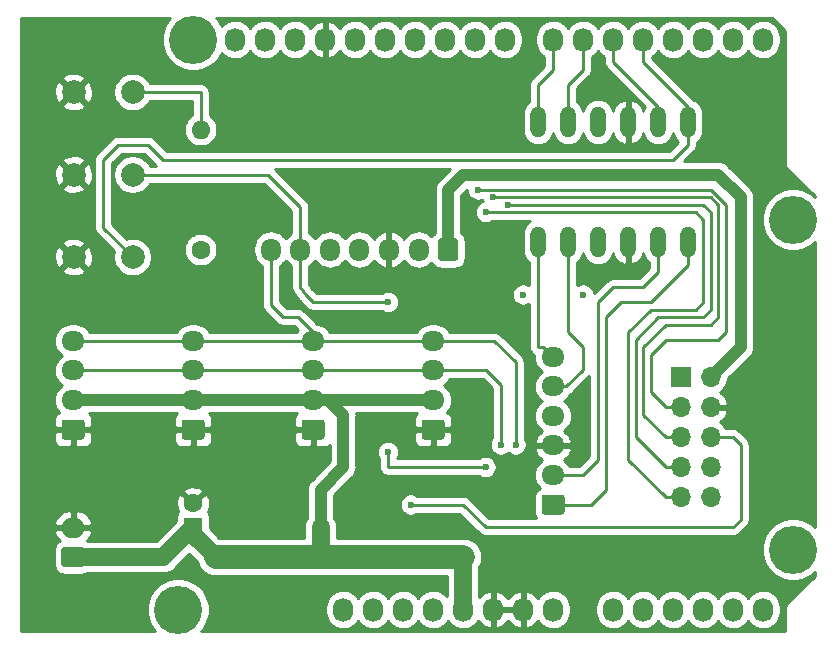
<source format=gbr>
%TF.GenerationSoftware,KiCad,Pcbnew,5.1.6-c6e7f7d~87~ubuntu18.04.1*%
%TF.CreationDate,2020-10-04T11:14:42+09:00*%
%TF.ProjectId,M302,4d333032-2e6b-4696-9361-645f70636258,rev?*%
%TF.SameCoordinates,Original*%
%TF.FileFunction,Copper,L2,Bot*%
%TF.FilePolarity,Positive*%
%FSLAX46Y46*%
G04 Gerber Fmt 4.6, Leading zero omitted, Abs format (unit mm)*
G04 Created by KiCad (PCBNEW 5.1.6-c6e7f7d~87~ubuntu18.04.1) date 2020-10-04 11:14:42*
%MOMM*%
%LPD*%
G01*
G04 APERTURE LIST*
%TA.AperFunction,ComponentPad*%
%ADD10O,1.700000X1.950000*%
%TD*%
%TA.AperFunction,ComponentPad*%
%ADD11C,2.000000*%
%TD*%
%TA.AperFunction,ComponentPad*%
%ADD12O,1.320800X2.641600*%
%TD*%
%TA.AperFunction,ComponentPad*%
%ADD13O,2.000000X1.700000*%
%TD*%
%TA.AperFunction,ComponentPad*%
%ADD14C,1.600000*%
%TD*%
%TA.AperFunction,ComponentPad*%
%ADD15R,1.600000X1.600000*%
%TD*%
%TA.AperFunction,ComponentPad*%
%ADD16O,1.950000X1.700000*%
%TD*%
%TA.AperFunction,ComponentPad*%
%ADD17O,1.700000X1.700000*%
%TD*%
%TA.AperFunction,ComponentPad*%
%ADD18R,1.700000X1.700000*%
%TD*%
%TA.AperFunction,ComponentPad*%
%ADD19O,1.600000X1.600000*%
%TD*%
%TA.AperFunction,ComponentPad*%
%ADD20O,1.727200X2.032000*%
%TD*%
%TA.AperFunction,ComponentPad*%
%ADD21C,4.064000*%
%TD*%
%TA.AperFunction,ViaPad*%
%ADD22C,0.600000*%
%TD*%
%TA.AperFunction,Conductor*%
%ADD23C,0.250000*%
%TD*%
%TA.AperFunction,Conductor*%
%ADD24C,1.000000*%
%TD*%
%TA.AperFunction,Conductor*%
%ADD25C,0.500000*%
%TD*%
%TA.AperFunction,Conductor*%
%ADD26C,1.500000*%
%TD*%
%TA.AperFunction,Conductor*%
%ADD27C,2.000000*%
%TD*%
%TA.AperFunction,Conductor*%
%ADD28C,0.254000*%
%TD*%
G04 APERTURE END LIST*
D10*
%TO.P,J5,7*%
%TO.N,/A5(SCL)*%
X132828000Y-93345000D03*
%TO.P,J5,6*%
%TO.N,/A3*%
X135328000Y-93345000D03*
%TO.P,J5,5*%
%TO.N,Net-(J5-Pad5)*%
X137828000Y-93345000D03*
%TO.P,J5,4*%
%TO.N,/A4(SDA)*%
X140328000Y-93345000D03*
%TO.P,J5,3*%
%TO.N,GND*%
X142828000Y-93345000D03*
%TO.P,J5,2*%
%TO.N,Net-(J5-Pad2)*%
X145328000Y-93345000D03*
%TO.P,J5,1*%
%TO.N,+5V*%
%TA.AperFunction,ComponentPad*%
G36*
G01*
X148678000Y-92620000D02*
X148678000Y-94070000D01*
G75*
G02*
X148428000Y-94320000I-250000J0D01*
G01*
X147228000Y-94320000D01*
G75*
G02*
X146978000Y-94070000I0J250000D01*
G01*
X146978000Y-92620000D01*
G75*
G02*
X147228000Y-92370000I250000J0D01*
G01*
X148428000Y-92370000D01*
G75*
G02*
X148678000Y-92620000I0J-250000D01*
G01*
G37*
%TD.AperFunction*%
%TD*%
D11*
%TO.P,SW3,2*%
%TO.N,GND*%
X116118000Y-93980000D03*
%TO.P,SW3,1*%
%TO.N,/4*%
X121118000Y-93980000D03*
%TD*%
D12*
%TO.P,U1,HV1*%
%TO.N,/7*%
X155448000Y-82550000D03*
%TO.P,U1,HV2*%
%TO.N,/6(\u002A\u002A)*%
X157988000Y-82550000D03*
%TO.P,U1,HV*%
%TO.N,+5V*%
X160528000Y-82550000D03*
%TO.P,U1,HGND*%
%TO.N,GND*%
X163068000Y-82550000D03*
%TO.P,U1,HV3*%
%TO.N,/5(\u002A\u002A)*%
X165608000Y-82550000D03*
%TO.P,U1,LGND*%
%TO.N,GND*%
X163068000Y-92710000D03*
%TO.P,U1,LV3*%
%TO.N,Net-(J7-Pad2)*%
X165608000Y-92710000D03*
%TO.P,U1,LV*%
%TO.N,+3V3*%
X160528000Y-92710000D03*
%TO.P,U1,LV2*%
%TO.N,Net-(J7-Pad5)*%
X157988000Y-92710000D03*
%TO.P,U1,HV4*%
%TO.N,/4*%
X168148000Y-82550000D03*
%TO.P,U1,LV4*%
%TO.N,Net-(J7-Pad1)*%
X168148000Y-92710000D03*
%TO.P,U1,LV1*%
%TO.N,Net-(J7-Pad6)*%
X155448000Y-92710000D03*
%TD*%
D13*
%TO.P,J8,2*%
%TO.N,GND*%
X116078000Y-116880000D03*
%TO.P,J8,1*%
%TO.N,+5V*%
%TA.AperFunction,ComponentPad*%
G36*
G01*
X116828000Y-120230000D02*
X115328000Y-120230000D01*
G75*
G02*
X115078000Y-119980000I0J250000D01*
G01*
X115078000Y-118780000D01*
G75*
G02*
X115328000Y-118530000I250000J0D01*
G01*
X116828000Y-118530000D01*
G75*
G02*
X117078000Y-118780000I0J-250000D01*
G01*
X117078000Y-119980000D01*
G75*
G02*
X116828000Y-120230000I-250000J0D01*
G01*
G37*
%TD.AperFunction*%
%TD*%
D14*
%TO.P,C1,2*%
%TO.N,GND*%
X126238000Y-114840000D03*
D15*
%TO.P,C1,1*%
%TO.N,+5V*%
X126238000Y-116840000D03*
%TD*%
D16*
%TO.P,J7,6*%
%TO.N,Net-(J7-Pad6)*%
X156718000Y-102435000D03*
%TO.P,J7,5*%
%TO.N,Net-(J7-Pad5)*%
X156718000Y-104935000D03*
%TO.P,J7,4*%
%TO.N,+3V3*%
X156718000Y-107435000D03*
%TO.P,J7,3*%
%TO.N,GND*%
X156718000Y-109935000D03*
%TO.P,J7,2*%
%TO.N,Net-(J7-Pad2)*%
X156718000Y-112435000D03*
%TO.P,J7,1*%
%TO.N,Net-(J7-Pad1)*%
%TA.AperFunction,ComponentPad*%
G36*
G01*
X157443000Y-115785000D02*
X155993000Y-115785000D01*
G75*
G02*
X155743000Y-115535000I0J250000D01*
G01*
X155743000Y-114335000D01*
G75*
G02*
X155993000Y-114085000I250000J0D01*
G01*
X157443000Y-114085000D01*
G75*
G02*
X157693000Y-114335000I0J-250000D01*
G01*
X157693000Y-115535000D01*
G75*
G02*
X157443000Y-115785000I-250000J0D01*
G01*
G37*
%TD.AperFunction*%
%TD*%
D17*
%TO.P,J6,10*%
%TO.N,Net-(J6-Pad10)*%
X170053000Y-114300000D03*
%TO.P,J6,9*%
%TO.N,/13(SCK)*%
X167513000Y-114300000D03*
%TO.P,J6,8*%
%TO.N,Net-(J6-Pad8)*%
X170053000Y-111760000D03*
%TO.P,J6,7*%
%TO.N,/10(\u002A\u002A/SS)*%
X167513000Y-111760000D03*
%TO.P,J6,6*%
%TO.N,/Reset*%
X170053000Y-109220000D03*
%TO.P,J6,5*%
%TO.N,/11(\u002A\u002A/MOSI)*%
X167513000Y-109220000D03*
%TO.P,J6,4*%
%TO.N,GND*%
X170053000Y-106680000D03*
%TO.P,J6,3*%
%TO.N,/12(MISO)*%
X167513000Y-106680000D03*
%TO.P,J6,2*%
%TO.N,+5V*%
X170053000Y-104140000D03*
D18*
%TO.P,J6,1*%
%TO.N,+3V3*%
X167513000Y-104140000D03*
%TD*%
D11*
%TO.P,SW1,2*%
%TO.N,/Reset*%
X121118000Y-80010000D03*
%TO.P,SW1,1*%
%TO.N,GND*%
X116118000Y-80010000D03*
%TD*%
D19*
%TO.P,R1,2*%
%TO.N,/Reset*%
X126873000Y-83185000D03*
D14*
%TO.P,R1,1*%
%TO.N,+5V*%
X126873000Y-93345000D03*
%TD*%
D11*
%TO.P,SW2,2*%
%TO.N,/A3*%
X121118000Y-86995000D03*
%TO.P,SW2,1*%
%TO.N,GND*%
X116118000Y-86995000D03*
%TD*%
D20*
%TO.P,P1,1*%
%TO.N,Net-(P1-Pad1)*%
X138938000Y-123825000D03*
%TO.P,P1,2*%
%TO.N,/IOREF*%
X141478000Y-123825000D03*
%TO.P,P1,3*%
%TO.N,/Reset*%
X144018000Y-123825000D03*
%TO.P,P1,4*%
%TO.N,+3V3*%
X146558000Y-123825000D03*
%TO.P,P1,5*%
%TO.N,+5V*%
X149098000Y-123825000D03*
%TO.P,P1,6*%
%TO.N,GND*%
X151638000Y-123825000D03*
%TO.P,P1,7*%
X154178000Y-123825000D03*
%TO.P,P1,8*%
%TO.N,Net-(P1-Pad8)*%
X156718000Y-123825000D03*
%TD*%
%TO.P,P2,1*%
%TO.N,/A0*%
X161798000Y-123825000D03*
%TO.P,P2,2*%
%TO.N,/A1*%
X164338000Y-123825000D03*
%TO.P,P2,3*%
%TO.N,/A2*%
X166878000Y-123825000D03*
%TO.P,P2,4*%
%TO.N,/A3*%
X169418000Y-123825000D03*
%TO.P,P2,5*%
%TO.N,/A4(SDA)*%
X171958000Y-123825000D03*
%TO.P,P2,6*%
%TO.N,/A5(SCL)*%
X174498000Y-123825000D03*
%TD*%
%TO.P,P3,1*%
%TO.N,/A5(SCL)*%
X129794000Y-75565000D03*
%TO.P,P3,2*%
%TO.N,/A4(SDA)*%
X132334000Y-75565000D03*
%TO.P,P3,3*%
%TO.N,/AREF*%
X134874000Y-75565000D03*
%TO.P,P3,4*%
%TO.N,GND*%
X137414000Y-75565000D03*
%TO.P,P3,5*%
%TO.N,/13(SCK)*%
X139954000Y-75565000D03*
%TO.P,P3,6*%
%TO.N,/12(MISO)*%
X142494000Y-75565000D03*
%TO.P,P3,7*%
%TO.N,/11(\u002A\u002A/MOSI)*%
X145034000Y-75565000D03*
%TO.P,P3,8*%
%TO.N,/10(\u002A\u002A/SS)*%
X147574000Y-75565000D03*
%TO.P,P3,9*%
%TO.N,/9(\u002A\u002A)*%
X150114000Y-75565000D03*
%TO.P,P3,10*%
%TO.N,/8*%
X152654000Y-75565000D03*
%TD*%
%TO.P,P4,1*%
%TO.N,/7*%
X156718000Y-75565000D03*
%TO.P,P4,2*%
%TO.N,/6(\u002A\u002A)*%
X159258000Y-75565000D03*
%TO.P,P4,3*%
%TO.N,/5(\u002A\u002A)*%
X161798000Y-75565000D03*
%TO.P,P4,4*%
%TO.N,/4*%
X164338000Y-75565000D03*
%TO.P,P4,5*%
%TO.N,/3(\u002A\u002A)*%
X166878000Y-75565000D03*
%TO.P,P4,6*%
%TO.N,/2*%
X169418000Y-75565000D03*
%TO.P,P4,7*%
%TO.N,/1(Tx)*%
X171958000Y-75565000D03*
%TO.P,P4,8*%
%TO.N,/0(Rx)*%
X174498000Y-75565000D03*
%TD*%
D21*
%TO.P,P5,1*%
%TO.N,Net-(P5-Pad1)*%
X124968000Y-123825000D03*
%TD*%
%TO.P,P6,1*%
%TO.N,Net-(P6-Pad1)*%
X177038000Y-118745000D03*
%TD*%
%TO.P,P7,1*%
%TO.N,Net-(P7-Pad1)*%
X126238000Y-75565000D03*
%TD*%
%TO.P,P8,1*%
%TO.N,Net-(P8-Pad1)*%
X177038000Y-90805000D03*
%TD*%
D16*
%TO.P,J1,4*%
%TO.N,/A5(SCL)*%
X116078000Y-101085000D03*
%TO.P,J1,3*%
%TO.N,/A4(SDA)*%
X116078000Y-103585000D03*
%TO.P,J1,2*%
%TO.N,+5V*%
X116078000Y-106085000D03*
%TO.P,J1,1*%
%TO.N,GND*%
%TA.AperFunction,ComponentPad*%
G36*
G01*
X116803000Y-109435000D02*
X115353000Y-109435000D01*
G75*
G02*
X115103000Y-109185000I0J250000D01*
G01*
X115103000Y-107985000D01*
G75*
G02*
X115353000Y-107735000I250000J0D01*
G01*
X116803000Y-107735000D01*
G75*
G02*
X117053000Y-107985000I0J-250000D01*
G01*
X117053000Y-109185000D01*
G75*
G02*
X116803000Y-109435000I-250000J0D01*
G01*
G37*
%TD.AperFunction*%
%TD*%
%TO.P,J2,1*%
%TO.N,GND*%
%TA.AperFunction,ComponentPad*%
G36*
G01*
X126963000Y-109435000D02*
X125513000Y-109435000D01*
G75*
G02*
X125263000Y-109185000I0J250000D01*
G01*
X125263000Y-107985000D01*
G75*
G02*
X125513000Y-107735000I250000J0D01*
G01*
X126963000Y-107735000D01*
G75*
G02*
X127213000Y-107985000I0J-250000D01*
G01*
X127213000Y-109185000D01*
G75*
G02*
X126963000Y-109435000I-250000J0D01*
G01*
G37*
%TD.AperFunction*%
%TO.P,J2,2*%
%TO.N,+5V*%
X126238000Y-106085000D03*
%TO.P,J2,3*%
%TO.N,/A4(SDA)*%
X126238000Y-103585000D03*
%TO.P,J2,4*%
%TO.N,/A5(SCL)*%
X126238000Y-101085000D03*
%TD*%
%TO.P,J3,4*%
%TO.N,/A5(SCL)*%
X136398000Y-101085000D03*
%TO.P,J3,3*%
%TO.N,/A4(SDA)*%
X136398000Y-103585000D03*
%TO.P,J3,2*%
%TO.N,+5V*%
X136398000Y-106085000D03*
%TO.P,J3,1*%
%TO.N,GND*%
%TA.AperFunction,ComponentPad*%
G36*
G01*
X137123000Y-109435000D02*
X135673000Y-109435000D01*
G75*
G02*
X135423000Y-109185000I0J250000D01*
G01*
X135423000Y-107985000D01*
G75*
G02*
X135673000Y-107735000I250000J0D01*
G01*
X137123000Y-107735000D01*
G75*
G02*
X137373000Y-107985000I0J-250000D01*
G01*
X137373000Y-109185000D01*
G75*
G02*
X137123000Y-109435000I-250000J0D01*
G01*
G37*
%TD.AperFunction*%
%TD*%
%TO.P,J4,1*%
%TO.N,GND*%
%TA.AperFunction,ComponentPad*%
G36*
G01*
X147283000Y-109435000D02*
X145833000Y-109435000D01*
G75*
G02*
X145583000Y-109185000I0J250000D01*
G01*
X145583000Y-107985000D01*
G75*
G02*
X145833000Y-107735000I250000J0D01*
G01*
X147283000Y-107735000D01*
G75*
G02*
X147533000Y-107985000I0J-250000D01*
G01*
X147533000Y-109185000D01*
G75*
G02*
X147283000Y-109435000I-250000J0D01*
G01*
G37*
%TD.AperFunction*%
%TO.P,J4,2*%
%TO.N,+5V*%
X146558000Y-106085000D03*
%TO.P,J4,3*%
%TO.N,/A4(SDA)*%
X146558000Y-103585000D03*
%TO.P,J4,4*%
%TO.N,/A5(SCL)*%
X146558000Y-101085000D03*
%TD*%
D22*
%TO.N,*%
X159258000Y-97155000D03*
X154178000Y-97155000D03*
%TO.N,/Reset*%
X144653000Y-114935000D03*
%TO.N,+5V*%
X160528000Y-86995000D03*
%TO.N,GND*%
X140843000Y-108585000D03*
%TO.N,/A3*%
X151003000Y-111760000D03*
X142748000Y-110490000D03*
X142748000Y-97790000D03*
%TO.N,/A4(SDA)*%
X152273000Y-109855000D03*
%TO.N,/A5(SCL)*%
X153543000Y-109855000D03*
%TO.N,/13(SCK)*%
X151003000Y-90170000D03*
%TO.N,/10(\u002A\u002A/SS)*%
X152908000Y-89535000D03*
%TO.N,/12(MISO)*%
X150368000Y-88265000D03*
%TO.N,/11(\u002A\u002A/MOSI)*%
X151638000Y-88900000D03*
%TD*%
D23*
%TO.N,/Reset*%
X121118000Y-80010000D02*
X126873000Y-80010000D01*
X126873000Y-80010000D02*
X126873000Y-83185000D01*
X170053000Y-109220000D02*
X171958000Y-109220000D01*
X171958000Y-109220000D02*
X172593000Y-109855000D01*
X172593000Y-109855000D02*
X172593000Y-116205000D01*
X172593000Y-116205000D02*
X171958000Y-116840000D01*
X171958000Y-116840000D02*
X151003000Y-116840000D01*
X151003000Y-116840000D02*
X149098000Y-114935000D01*
X149098000Y-114935000D02*
X144653000Y-114935000D01*
X144653000Y-114935000D02*
X144653000Y-114935000D01*
D24*
%TO.N,+5V*%
X116078000Y-106085000D02*
X126238000Y-106085000D01*
X126238000Y-106085000D02*
X136398000Y-106085000D01*
X172593000Y-101600000D02*
X170053000Y-104140000D01*
X172593000Y-88900000D02*
X172593000Y-101600000D01*
X170688000Y-86995000D02*
X172593000Y-88900000D01*
X149098000Y-86995000D02*
X170688000Y-86995000D01*
X147828000Y-88265000D02*
X149098000Y-86995000D01*
X147828000Y-93345000D02*
X147828000Y-88265000D01*
X138938000Y-107395000D02*
X137628000Y-106085000D01*
X138938000Y-111760000D02*
X138938000Y-107395000D01*
X137033000Y-113665000D02*
X138938000Y-111760000D01*
X137033000Y-116840000D02*
X137033000Y-113665000D01*
D25*
X136398000Y-106085000D02*
X137628000Y-106085000D01*
D24*
X136398000Y-106085000D02*
X146558000Y-106085000D01*
D26*
X123698000Y-119380000D02*
X126238000Y-116840000D01*
X116078000Y-119380000D02*
X123698000Y-119380000D01*
X126238000Y-116840000D02*
X126238000Y-117475000D01*
X149098000Y-123647769D02*
X149098000Y-123825000D01*
X149098000Y-119380000D02*
X149098000Y-123647769D01*
X137033000Y-116840000D02*
X137033000Y-119380000D01*
X126238000Y-117475000D02*
X126873000Y-118110000D01*
X126873000Y-118110000D02*
X128143000Y-119380000D01*
D27*
X128143000Y-119380000D02*
X149098000Y-119380000D01*
D23*
%TO.N,/A3*%
X121118000Y-86995000D02*
X132588000Y-86995000D01*
X135328000Y-89735000D02*
X135328000Y-93345000D01*
X132588000Y-86995000D02*
X135328000Y-89735000D01*
X142748000Y-111760000D02*
X143383000Y-111760000D01*
X143383000Y-111760000D02*
X151003000Y-111760000D01*
X142748000Y-110490000D02*
X142748000Y-111760000D01*
X135763000Y-97155000D02*
X135328000Y-96520000D01*
X136398000Y-97790000D02*
X135763000Y-97155000D01*
X142748000Y-97790000D02*
X136398000Y-97790000D01*
X135328000Y-96520000D02*
X135328000Y-93345000D01*
%TO.N,/A4(SDA)*%
X116078000Y-103585000D02*
X126238000Y-103585000D01*
X126238000Y-103585000D02*
X136398000Y-103585000D01*
X136398000Y-103585000D02*
X146558000Y-103585000D01*
X151083000Y-103585000D02*
X146558000Y-103585000D01*
X152273000Y-104775000D02*
X151083000Y-103585000D01*
X152273000Y-109855000D02*
X152273000Y-104775000D01*
%TO.N,/A5(SCL)*%
X116078000Y-101085000D02*
X126238000Y-101085000D01*
X126238000Y-101085000D02*
X136398000Y-101085000D01*
X136398000Y-101085000D02*
X146558000Y-101085000D01*
X136398000Y-101085000D02*
X136398000Y-100330000D01*
X136398000Y-100330000D02*
X135128000Y-99060000D01*
X135128000Y-99060000D02*
X133858000Y-99060000D01*
X132828000Y-98030000D02*
X132828000Y-93345000D01*
X133858000Y-99060000D02*
X132828000Y-98030000D01*
X153543000Y-102870000D02*
X151758000Y-101085000D01*
X151758000Y-101085000D02*
X146558000Y-101085000D01*
X153543000Y-109855000D02*
X153543000Y-102870000D01*
%TO.N,/7*%
X155448000Y-82550000D02*
X155448000Y-79375000D01*
X155448000Y-79375000D02*
X156718000Y-78105000D01*
X156718000Y-78105000D02*
X156718000Y-75565000D01*
%TO.N,/6(\u002A\u002A)*%
X159258000Y-78105000D02*
X159258000Y-75565000D01*
X157988000Y-79375000D02*
X159258000Y-78105000D01*
X157988000Y-82550000D02*
X157988000Y-79375000D01*
%TO.N,/5(\u002A\u002A)*%
X165608000Y-82550000D02*
X165608000Y-81280000D01*
X161798000Y-77470000D02*
X161798000Y-75565000D01*
X165608000Y-81280000D02*
X161798000Y-77470000D01*
%TO.N,/4*%
X168148000Y-84455000D02*
X168148000Y-82550000D01*
X166878000Y-85725000D02*
X168148000Y-84455000D01*
X123698000Y-85725000D02*
X166878000Y-85725000D01*
X122428000Y-84455000D02*
X123698000Y-85725000D01*
X118618000Y-85725000D02*
X119888000Y-84455000D01*
X118618000Y-91480000D02*
X118618000Y-85725000D01*
X119888000Y-84455000D02*
X122428000Y-84455000D01*
X121118000Y-93980000D02*
X118618000Y-91480000D01*
X168148000Y-82550000D02*
X168148000Y-81280000D01*
X164338000Y-77470000D02*
X164338000Y-75565000D01*
X168148000Y-81280000D02*
X164338000Y-77470000D01*
%TO.N,/13(SCK)*%
X167513000Y-114300000D02*
X166243000Y-114300000D01*
X166243000Y-114300000D02*
X163068000Y-111125000D01*
X163068000Y-111125000D02*
X163068000Y-100330000D01*
X163068000Y-100330000D02*
X164973000Y-98425000D01*
X164973000Y-98425000D02*
X168783000Y-98425000D01*
X169418000Y-97790000D02*
X169418000Y-90805000D01*
X168783000Y-98425000D02*
X169418000Y-97790000D01*
X169418000Y-90805000D02*
X168783000Y-90170000D01*
X168783000Y-90170000D02*
X151003000Y-90170000D01*
X151003000Y-90170000D02*
X151003000Y-90170000D01*
%TO.N,/10(\u002A\u002A/SS)*%
X167513000Y-111760000D02*
X166243000Y-111760000D01*
X166243000Y-111760000D02*
X163703000Y-109220000D01*
X163703000Y-109220000D02*
X163703000Y-100965000D01*
X163703000Y-100965000D02*
X165608000Y-99060000D01*
X165608000Y-99060000D02*
X169418000Y-99060000D01*
X169418000Y-99060000D02*
X170053000Y-98425000D01*
X170053000Y-98425000D02*
X170053000Y-90170000D01*
X170053000Y-90170000D02*
X169418000Y-89535000D01*
X169418000Y-89535000D02*
X152908000Y-89535000D01*
%TO.N,/12(MISO)*%
X167513000Y-106680000D02*
X166243000Y-106680000D01*
X166243000Y-106680000D02*
X164973000Y-105410000D01*
X164973000Y-105410000D02*
X164973000Y-102235000D01*
X164973000Y-102235000D02*
X166243000Y-100965000D01*
X166243000Y-100965000D02*
X170688000Y-100965000D01*
X170688000Y-100965000D02*
X171323000Y-100330000D01*
X171323000Y-100330000D02*
X171323000Y-89535000D01*
X171323000Y-89535000D02*
X170053000Y-88265000D01*
X170053000Y-88265000D02*
X150368000Y-88265000D01*
X150368000Y-88265000D02*
X150368000Y-88265000D01*
%TO.N,/11(\u002A\u002A/MOSI)*%
X164338000Y-107315000D02*
X164338000Y-101600000D01*
X166243000Y-109220000D02*
X164338000Y-107315000D01*
X167513000Y-109220000D02*
X166243000Y-109220000D01*
X164338000Y-101600000D02*
X166243000Y-99695000D01*
X166243000Y-99695000D02*
X168783000Y-99695000D01*
X168783000Y-99695000D02*
X170053000Y-99695000D01*
X170053000Y-99695000D02*
X170688000Y-99060000D01*
X170688000Y-99060000D02*
X170688000Y-89536410D01*
X170688000Y-89536410D02*
X170051590Y-88900000D01*
X170051590Y-88900000D02*
X151638000Y-88900000D01*
X151638000Y-88900000D02*
X151638000Y-88900000D01*
%TO.N,Net-(J7-Pad6)*%
X155448000Y-92710000D02*
X155448000Y-101600000D01*
X155883000Y-101600000D02*
X156718000Y-102435000D01*
X155448000Y-101600000D02*
X155883000Y-101600000D01*
%TO.N,Net-(J7-Pad5)*%
X157828000Y-104935000D02*
X156718000Y-104935000D01*
X159258000Y-101600000D02*
X159258000Y-103505000D01*
X157988000Y-100330000D02*
X159258000Y-101600000D01*
X159258000Y-103505000D02*
X157828000Y-104935000D01*
X157988000Y-92710000D02*
X157988000Y-100330000D01*
%TO.N,Net-(J7-Pad2)*%
X160528000Y-111125000D02*
X159218000Y-112435000D01*
X160528000Y-97790000D02*
X160528000Y-111125000D01*
X159218000Y-112435000D02*
X156718000Y-112435000D01*
X161798000Y-96520000D02*
X160528000Y-97790000D01*
X164338000Y-96520000D02*
X161798000Y-96520000D01*
X165608000Y-95250000D02*
X164338000Y-96520000D01*
X165608000Y-92710000D02*
X165608000Y-95250000D01*
%TO.N,Net-(J7-Pad1)*%
X168148000Y-92710000D02*
X168148000Y-94615000D01*
X168148000Y-94615000D02*
X164973000Y-97790000D01*
X164973000Y-97790000D02*
X162433000Y-97790000D01*
X162433000Y-97790000D02*
X161163000Y-99060000D01*
X161163000Y-99060000D02*
X161163000Y-113665000D01*
X159893000Y-114935000D02*
X156718000Y-114935000D01*
X161163000Y-113665000D02*
X159893000Y-114935000D01*
%TD*%
D28*
%TO.N,GND*%
G36*
X124166406Y-73864887D02*
G01*
X123874536Y-74301702D01*
X123673492Y-74787065D01*
X123571000Y-75302323D01*
X123571000Y-75827677D01*
X123673492Y-76342935D01*
X123874536Y-76828298D01*
X124166406Y-77265113D01*
X124537887Y-77636594D01*
X124974702Y-77928464D01*
X125460065Y-78129508D01*
X125975323Y-78232000D01*
X126500677Y-78232000D01*
X127015935Y-78129508D01*
X127501298Y-77928464D01*
X127938113Y-77636594D01*
X128309594Y-77265113D01*
X128601464Y-76828298D01*
X128657001Y-76694219D01*
X128729203Y-76782197D01*
X128957395Y-76969469D01*
X129217737Y-77108625D01*
X129500224Y-77194316D01*
X129794000Y-77223251D01*
X130087777Y-77194316D01*
X130370264Y-77108625D01*
X130630606Y-76969469D01*
X130858797Y-76782197D01*
X131046069Y-76554006D01*
X131064000Y-76520459D01*
X131081931Y-76554006D01*
X131269203Y-76782197D01*
X131497395Y-76969469D01*
X131757737Y-77108625D01*
X132040224Y-77194316D01*
X132334000Y-77223251D01*
X132627777Y-77194316D01*
X132910264Y-77108625D01*
X133170606Y-76969469D01*
X133398797Y-76782197D01*
X133586069Y-76554006D01*
X133604000Y-76520459D01*
X133621931Y-76554006D01*
X133809203Y-76782197D01*
X134037395Y-76969469D01*
X134297737Y-77108625D01*
X134580224Y-77194316D01*
X134874000Y-77223251D01*
X135167777Y-77194316D01*
X135450264Y-77108625D01*
X135710606Y-76969469D01*
X135938797Y-76782197D01*
X136126069Y-76554006D01*
X136147424Y-76514053D01*
X136295514Y-76716729D01*
X136511965Y-76915733D01*
X136763081Y-77068686D01*
X137039211Y-77169709D01*
X137054974Y-77172358D01*
X137287000Y-77051217D01*
X137287000Y-75692000D01*
X137267000Y-75692000D01*
X137267000Y-75438000D01*
X137287000Y-75438000D01*
X137287000Y-74078783D01*
X137541000Y-74078783D01*
X137541000Y-75438000D01*
X137561000Y-75438000D01*
X137561000Y-75692000D01*
X137541000Y-75692000D01*
X137541000Y-77051217D01*
X137773026Y-77172358D01*
X137788789Y-77169709D01*
X138064919Y-77068686D01*
X138316035Y-76915733D01*
X138532486Y-76716729D01*
X138680576Y-76514053D01*
X138701931Y-76554006D01*
X138889203Y-76782197D01*
X139117395Y-76969469D01*
X139377737Y-77108625D01*
X139660224Y-77194316D01*
X139954000Y-77223251D01*
X140247777Y-77194316D01*
X140530264Y-77108625D01*
X140790606Y-76969469D01*
X141018797Y-76782197D01*
X141206069Y-76554006D01*
X141224000Y-76520459D01*
X141241931Y-76554006D01*
X141429203Y-76782197D01*
X141657395Y-76969469D01*
X141917737Y-77108625D01*
X142200224Y-77194316D01*
X142494000Y-77223251D01*
X142787777Y-77194316D01*
X143070264Y-77108625D01*
X143330606Y-76969469D01*
X143558797Y-76782197D01*
X143746069Y-76554006D01*
X143764000Y-76520459D01*
X143781931Y-76554006D01*
X143969203Y-76782197D01*
X144197395Y-76969469D01*
X144457737Y-77108625D01*
X144740224Y-77194316D01*
X145034000Y-77223251D01*
X145327777Y-77194316D01*
X145610264Y-77108625D01*
X145870606Y-76969469D01*
X146098797Y-76782197D01*
X146286069Y-76554006D01*
X146304000Y-76520459D01*
X146321931Y-76554006D01*
X146509203Y-76782197D01*
X146737395Y-76969469D01*
X146997737Y-77108625D01*
X147280224Y-77194316D01*
X147574000Y-77223251D01*
X147867777Y-77194316D01*
X148150264Y-77108625D01*
X148410606Y-76969469D01*
X148638797Y-76782197D01*
X148826069Y-76554006D01*
X148844000Y-76520459D01*
X148861931Y-76554006D01*
X149049203Y-76782197D01*
X149277395Y-76969469D01*
X149537737Y-77108625D01*
X149820224Y-77194316D01*
X150114000Y-77223251D01*
X150407777Y-77194316D01*
X150690264Y-77108625D01*
X150950606Y-76969469D01*
X151178797Y-76782197D01*
X151366069Y-76554006D01*
X151384000Y-76520459D01*
X151401931Y-76554006D01*
X151589203Y-76782197D01*
X151817395Y-76969469D01*
X152077737Y-77108625D01*
X152360224Y-77194316D01*
X152654000Y-77223251D01*
X152947777Y-77194316D01*
X153230264Y-77108625D01*
X153490606Y-76969469D01*
X153718797Y-76782197D01*
X153906069Y-76554006D01*
X154045225Y-76293663D01*
X154130916Y-76011176D01*
X154152600Y-75791018D01*
X154152600Y-75338981D01*
X154130916Y-75118823D01*
X154045225Y-74836336D01*
X153906069Y-74575994D01*
X153718797Y-74347803D01*
X153490605Y-74160531D01*
X153230263Y-74021375D01*
X152947776Y-73935684D01*
X152654000Y-73906749D01*
X152360223Y-73935684D01*
X152077736Y-74021375D01*
X151817394Y-74160531D01*
X151589203Y-74347803D01*
X151401931Y-74575995D01*
X151384000Y-74609541D01*
X151366069Y-74575994D01*
X151178797Y-74347803D01*
X150950605Y-74160531D01*
X150690263Y-74021375D01*
X150407776Y-73935684D01*
X150114000Y-73906749D01*
X149820223Y-73935684D01*
X149537736Y-74021375D01*
X149277394Y-74160531D01*
X149049203Y-74347803D01*
X148861931Y-74575995D01*
X148844000Y-74609541D01*
X148826069Y-74575994D01*
X148638797Y-74347803D01*
X148410605Y-74160531D01*
X148150263Y-74021375D01*
X147867776Y-73935684D01*
X147574000Y-73906749D01*
X147280223Y-73935684D01*
X146997736Y-74021375D01*
X146737394Y-74160531D01*
X146509203Y-74347803D01*
X146321931Y-74575995D01*
X146304000Y-74609541D01*
X146286069Y-74575994D01*
X146098797Y-74347803D01*
X145870605Y-74160531D01*
X145610263Y-74021375D01*
X145327776Y-73935684D01*
X145034000Y-73906749D01*
X144740223Y-73935684D01*
X144457736Y-74021375D01*
X144197394Y-74160531D01*
X143969203Y-74347803D01*
X143781931Y-74575995D01*
X143764000Y-74609541D01*
X143746069Y-74575994D01*
X143558797Y-74347803D01*
X143330605Y-74160531D01*
X143070263Y-74021375D01*
X142787776Y-73935684D01*
X142494000Y-73906749D01*
X142200223Y-73935684D01*
X141917736Y-74021375D01*
X141657394Y-74160531D01*
X141429203Y-74347803D01*
X141241931Y-74575995D01*
X141224000Y-74609541D01*
X141206069Y-74575994D01*
X141018797Y-74347803D01*
X140790605Y-74160531D01*
X140530263Y-74021375D01*
X140247776Y-73935684D01*
X139954000Y-73906749D01*
X139660223Y-73935684D01*
X139377736Y-74021375D01*
X139117394Y-74160531D01*
X138889203Y-74347803D01*
X138701931Y-74575995D01*
X138680576Y-74615947D01*
X138532486Y-74413271D01*
X138316035Y-74214267D01*
X138064919Y-74061314D01*
X137788789Y-73960291D01*
X137773026Y-73957642D01*
X137541000Y-74078783D01*
X137287000Y-74078783D01*
X137054974Y-73957642D01*
X137039211Y-73960291D01*
X136763081Y-74061314D01*
X136511965Y-74214267D01*
X136295514Y-74413271D01*
X136147424Y-74615947D01*
X136126069Y-74575994D01*
X135938797Y-74347803D01*
X135710605Y-74160531D01*
X135450263Y-74021375D01*
X135167776Y-73935684D01*
X134874000Y-73906749D01*
X134580223Y-73935684D01*
X134297736Y-74021375D01*
X134037394Y-74160531D01*
X133809203Y-74347803D01*
X133621931Y-74575995D01*
X133604000Y-74609541D01*
X133586069Y-74575994D01*
X133398797Y-74347803D01*
X133170605Y-74160531D01*
X132910263Y-74021375D01*
X132627776Y-73935684D01*
X132334000Y-73906749D01*
X132040223Y-73935684D01*
X131757736Y-74021375D01*
X131497394Y-74160531D01*
X131269203Y-74347803D01*
X131081931Y-74575995D01*
X131064000Y-74609541D01*
X131046069Y-74575994D01*
X130858797Y-74347803D01*
X130630605Y-74160531D01*
X130370263Y-74021375D01*
X130087776Y-73935684D01*
X129794000Y-73906749D01*
X129500223Y-73935684D01*
X129217736Y-74021375D01*
X128957394Y-74160531D01*
X128729203Y-74347803D01*
X128657001Y-74435781D01*
X128601464Y-74301702D01*
X128309594Y-73864887D01*
X128179707Y-73735000D01*
X175219909Y-73735000D01*
X176328001Y-74843093D01*
X176328000Y-85944125D01*
X176324565Y-85979000D01*
X176328000Y-86013875D01*
X176328000Y-86013876D01*
X176338273Y-86118183D01*
X176378872Y-86252019D01*
X176444800Y-86375362D01*
X176533525Y-86483474D01*
X176560617Y-86505708D01*
X178868001Y-88813093D01*
X178868001Y-88863294D01*
X178738113Y-88733406D01*
X178301298Y-88441536D01*
X177815935Y-88240492D01*
X177300677Y-88138000D01*
X176775323Y-88138000D01*
X176260065Y-88240492D01*
X175774702Y-88441536D01*
X175337887Y-88733406D01*
X174966406Y-89104887D01*
X174674536Y-89541702D01*
X174473492Y-90027065D01*
X174371000Y-90542323D01*
X174371000Y-91067677D01*
X174473492Y-91582935D01*
X174674536Y-92068298D01*
X174966406Y-92505113D01*
X175337887Y-92876594D01*
X175774702Y-93168464D01*
X176260065Y-93369508D01*
X176775323Y-93472000D01*
X177300677Y-93472000D01*
X177815935Y-93369508D01*
X178301298Y-93168464D01*
X178738113Y-92876594D01*
X178868001Y-92746706D01*
X178868000Y-116803293D01*
X178738113Y-116673406D01*
X178301298Y-116381536D01*
X177815935Y-116180492D01*
X177300677Y-116078000D01*
X176775323Y-116078000D01*
X176260065Y-116180492D01*
X175774702Y-116381536D01*
X175337887Y-116673406D01*
X174966406Y-117044887D01*
X174674536Y-117481702D01*
X174473492Y-117967065D01*
X174371000Y-118482323D01*
X174371000Y-119007677D01*
X174473492Y-119522935D01*
X174674536Y-120008298D01*
X174966406Y-120445113D01*
X175337887Y-120816594D01*
X175774702Y-121108464D01*
X176260065Y-121309508D01*
X176775323Y-121412000D01*
X177300677Y-121412000D01*
X177815935Y-121309508D01*
X178301298Y-121108464D01*
X178738113Y-120816594D01*
X178868000Y-120686707D01*
X178868000Y-120990908D01*
X176560617Y-123298292D01*
X176533526Y-123320525D01*
X176511293Y-123347616D01*
X176444801Y-123428637D01*
X176378872Y-123551981D01*
X176338274Y-123685816D01*
X176324565Y-123825000D01*
X176328001Y-123859885D01*
X176328000Y-125655000D01*
X126909707Y-125655000D01*
X127039594Y-125525113D01*
X127331464Y-125088298D01*
X127532508Y-124602935D01*
X127635000Y-124087677D01*
X127635000Y-123562323D01*
X127532508Y-123047065D01*
X127331464Y-122561702D01*
X127039594Y-122124887D01*
X126668113Y-121753406D01*
X126231298Y-121461536D01*
X125745935Y-121260492D01*
X125230677Y-121158000D01*
X124705323Y-121158000D01*
X124190065Y-121260492D01*
X123704702Y-121461536D01*
X123267887Y-121753406D01*
X122896406Y-122124887D01*
X122604536Y-122561702D01*
X122403492Y-123047065D01*
X122301000Y-123562323D01*
X122301000Y-124087677D01*
X122403492Y-124602935D01*
X122604536Y-125088298D01*
X122896406Y-125525113D01*
X123026293Y-125655000D01*
X111708000Y-125655000D01*
X111708000Y-118780000D01*
X114439928Y-118780000D01*
X114439928Y-119980000D01*
X114456992Y-120153254D01*
X114507528Y-120319850D01*
X114589595Y-120473386D01*
X114700038Y-120607962D01*
X114834614Y-120718405D01*
X114988150Y-120800472D01*
X115154746Y-120851008D01*
X115328000Y-120868072D01*
X116828000Y-120868072D01*
X117001254Y-120851008D01*
X117167850Y-120800472D01*
X117234213Y-120765000D01*
X123629971Y-120765000D01*
X123698000Y-120771700D01*
X123766029Y-120765000D01*
X123766037Y-120765000D01*
X123969507Y-120744960D01*
X124230581Y-120665764D01*
X124471188Y-120537157D01*
X124682081Y-120364081D01*
X124725454Y-120311231D01*
X125920500Y-119116185D01*
X126543338Y-119739024D01*
X126625148Y-120008715D01*
X126776969Y-120292752D01*
X126981286Y-120541714D01*
X127230248Y-120746031D01*
X127514285Y-120897852D01*
X127822484Y-120991343D01*
X128062678Y-121015000D01*
X147713000Y-121015000D01*
X147713001Y-122717716D01*
X147622797Y-122607803D01*
X147394605Y-122420531D01*
X147134263Y-122281375D01*
X146851776Y-122195684D01*
X146558000Y-122166749D01*
X146264223Y-122195684D01*
X145981736Y-122281375D01*
X145721394Y-122420531D01*
X145493203Y-122607803D01*
X145305931Y-122835995D01*
X145288000Y-122869541D01*
X145270069Y-122835994D01*
X145082797Y-122607803D01*
X144854605Y-122420531D01*
X144594263Y-122281375D01*
X144311776Y-122195684D01*
X144018000Y-122166749D01*
X143724223Y-122195684D01*
X143441736Y-122281375D01*
X143181394Y-122420531D01*
X142953203Y-122607803D01*
X142765931Y-122835995D01*
X142748000Y-122869541D01*
X142730069Y-122835994D01*
X142542797Y-122607803D01*
X142314605Y-122420531D01*
X142054263Y-122281375D01*
X141771776Y-122195684D01*
X141478000Y-122166749D01*
X141184223Y-122195684D01*
X140901736Y-122281375D01*
X140641394Y-122420531D01*
X140413203Y-122607803D01*
X140225931Y-122835995D01*
X140208000Y-122869541D01*
X140190069Y-122835994D01*
X140002797Y-122607803D01*
X139774605Y-122420531D01*
X139514263Y-122281375D01*
X139231776Y-122195684D01*
X138938000Y-122166749D01*
X138644223Y-122195684D01*
X138361736Y-122281375D01*
X138101394Y-122420531D01*
X137873203Y-122607803D01*
X137685931Y-122835995D01*
X137546775Y-123096337D01*
X137461084Y-123378824D01*
X137439400Y-123598982D01*
X137439400Y-124051019D01*
X137461084Y-124271177D01*
X137546775Y-124553664D01*
X137685931Y-124814006D01*
X137873203Y-125042197D01*
X138101395Y-125229469D01*
X138361737Y-125368625D01*
X138644224Y-125454316D01*
X138938000Y-125483251D01*
X139231777Y-125454316D01*
X139514264Y-125368625D01*
X139774606Y-125229469D01*
X140002797Y-125042197D01*
X140190069Y-124814006D01*
X140208000Y-124780459D01*
X140225931Y-124814006D01*
X140413203Y-125042197D01*
X140641395Y-125229469D01*
X140901737Y-125368625D01*
X141184224Y-125454316D01*
X141478000Y-125483251D01*
X141771777Y-125454316D01*
X142054264Y-125368625D01*
X142314606Y-125229469D01*
X142542797Y-125042197D01*
X142730069Y-124814006D01*
X142748000Y-124780459D01*
X142765931Y-124814006D01*
X142953203Y-125042197D01*
X143181395Y-125229469D01*
X143441737Y-125368625D01*
X143724224Y-125454316D01*
X144018000Y-125483251D01*
X144311777Y-125454316D01*
X144594264Y-125368625D01*
X144854606Y-125229469D01*
X145082797Y-125042197D01*
X145270069Y-124814006D01*
X145288000Y-124780459D01*
X145305931Y-124814006D01*
X145493203Y-125042197D01*
X145721395Y-125229469D01*
X145981737Y-125368625D01*
X146264224Y-125454316D01*
X146558000Y-125483251D01*
X146851777Y-125454316D01*
X147134264Y-125368625D01*
X147394606Y-125229469D01*
X147622797Y-125042197D01*
X147810069Y-124814006D01*
X147828000Y-124780459D01*
X147845931Y-124814006D01*
X148033203Y-125042197D01*
X148261395Y-125229469D01*
X148521737Y-125368625D01*
X148804224Y-125454316D01*
X149098000Y-125483251D01*
X149391777Y-125454316D01*
X149674264Y-125368625D01*
X149934606Y-125229469D01*
X150162797Y-125042197D01*
X150350069Y-124814006D01*
X150371424Y-124774053D01*
X150519514Y-124976729D01*
X150735965Y-125175733D01*
X150987081Y-125328686D01*
X151263211Y-125429709D01*
X151278974Y-125432358D01*
X151511000Y-125311217D01*
X151511000Y-123952000D01*
X151765000Y-123952000D01*
X151765000Y-125311217D01*
X151997026Y-125432358D01*
X152012789Y-125429709D01*
X152288919Y-125328686D01*
X152540035Y-125175733D01*
X152756486Y-124976729D01*
X152908000Y-124769367D01*
X153059514Y-124976729D01*
X153275965Y-125175733D01*
X153527081Y-125328686D01*
X153803211Y-125429709D01*
X153818974Y-125432358D01*
X154051000Y-125311217D01*
X154051000Y-123952000D01*
X151765000Y-123952000D01*
X151511000Y-123952000D01*
X151491000Y-123952000D01*
X151491000Y-123698000D01*
X151511000Y-123698000D01*
X151511000Y-122338783D01*
X151765000Y-122338783D01*
X151765000Y-123698000D01*
X154051000Y-123698000D01*
X154051000Y-122338783D01*
X154305000Y-122338783D01*
X154305000Y-123698000D01*
X154325000Y-123698000D01*
X154325000Y-123952000D01*
X154305000Y-123952000D01*
X154305000Y-125311217D01*
X154537026Y-125432358D01*
X154552789Y-125429709D01*
X154828919Y-125328686D01*
X155080035Y-125175733D01*
X155296486Y-124976729D01*
X155444576Y-124774053D01*
X155465931Y-124814006D01*
X155653203Y-125042197D01*
X155881395Y-125229469D01*
X156141737Y-125368625D01*
X156424224Y-125454316D01*
X156718000Y-125483251D01*
X157011777Y-125454316D01*
X157294264Y-125368625D01*
X157554606Y-125229469D01*
X157782797Y-125042197D01*
X157970069Y-124814006D01*
X158109225Y-124553663D01*
X158194916Y-124271176D01*
X158216600Y-124051018D01*
X158216600Y-123598982D01*
X160299400Y-123598982D01*
X160299400Y-124051019D01*
X160321084Y-124271177D01*
X160406775Y-124553664D01*
X160545931Y-124814006D01*
X160733203Y-125042197D01*
X160961395Y-125229469D01*
X161221737Y-125368625D01*
X161504224Y-125454316D01*
X161798000Y-125483251D01*
X162091777Y-125454316D01*
X162374264Y-125368625D01*
X162634606Y-125229469D01*
X162862797Y-125042197D01*
X163050069Y-124814006D01*
X163068000Y-124780459D01*
X163085931Y-124814006D01*
X163273203Y-125042197D01*
X163501395Y-125229469D01*
X163761737Y-125368625D01*
X164044224Y-125454316D01*
X164338000Y-125483251D01*
X164631777Y-125454316D01*
X164914264Y-125368625D01*
X165174606Y-125229469D01*
X165402797Y-125042197D01*
X165590069Y-124814006D01*
X165608000Y-124780459D01*
X165625931Y-124814006D01*
X165813203Y-125042197D01*
X166041395Y-125229469D01*
X166301737Y-125368625D01*
X166584224Y-125454316D01*
X166878000Y-125483251D01*
X167171777Y-125454316D01*
X167454264Y-125368625D01*
X167714606Y-125229469D01*
X167942797Y-125042197D01*
X168130069Y-124814006D01*
X168148000Y-124780459D01*
X168165931Y-124814006D01*
X168353203Y-125042197D01*
X168581395Y-125229469D01*
X168841737Y-125368625D01*
X169124224Y-125454316D01*
X169418000Y-125483251D01*
X169711777Y-125454316D01*
X169994264Y-125368625D01*
X170254606Y-125229469D01*
X170482797Y-125042197D01*
X170670069Y-124814006D01*
X170688000Y-124780459D01*
X170705931Y-124814006D01*
X170893203Y-125042197D01*
X171121395Y-125229469D01*
X171381737Y-125368625D01*
X171664224Y-125454316D01*
X171958000Y-125483251D01*
X172251777Y-125454316D01*
X172534264Y-125368625D01*
X172794606Y-125229469D01*
X173022797Y-125042197D01*
X173210069Y-124814006D01*
X173228000Y-124780459D01*
X173245931Y-124814006D01*
X173433203Y-125042197D01*
X173661395Y-125229469D01*
X173921737Y-125368625D01*
X174204224Y-125454316D01*
X174498000Y-125483251D01*
X174791777Y-125454316D01*
X175074264Y-125368625D01*
X175334606Y-125229469D01*
X175562797Y-125042197D01*
X175750069Y-124814006D01*
X175889225Y-124553663D01*
X175974916Y-124271176D01*
X175996600Y-124051018D01*
X175996600Y-123598981D01*
X175974916Y-123378823D01*
X175889225Y-123096336D01*
X175750069Y-122835994D01*
X175562797Y-122607803D01*
X175334605Y-122420531D01*
X175074263Y-122281375D01*
X174791776Y-122195684D01*
X174498000Y-122166749D01*
X174204223Y-122195684D01*
X173921736Y-122281375D01*
X173661394Y-122420531D01*
X173433203Y-122607803D01*
X173245931Y-122835995D01*
X173228000Y-122869541D01*
X173210069Y-122835994D01*
X173022797Y-122607803D01*
X172794605Y-122420531D01*
X172534263Y-122281375D01*
X172251776Y-122195684D01*
X171958000Y-122166749D01*
X171664223Y-122195684D01*
X171381736Y-122281375D01*
X171121394Y-122420531D01*
X170893203Y-122607803D01*
X170705931Y-122835995D01*
X170688000Y-122869541D01*
X170670069Y-122835994D01*
X170482797Y-122607803D01*
X170254605Y-122420531D01*
X169994263Y-122281375D01*
X169711776Y-122195684D01*
X169418000Y-122166749D01*
X169124223Y-122195684D01*
X168841736Y-122281375D01*
X168581394Y-122420531D01*
X168353203Y-122607803D01*
X168165931Y-122835995D01*
X168148000Y-122869541D01*
X168130069Y-122835994D01*
X167942797Y-122607803D01*
X167714605Y-122420531D01*
X167454263Y-122281375D01*
X167171776Y-122195684D01*
X166878000Y-122166749D01*
X166584223Y-122195684D01*
X166301736Y-122281375D01*
X166041394Y-122420531D01*
X165813203Y-122607803D01*
X165625931Y-122835995D01*
X165608000Y-122869541D01*
X165590069Y-122835994D01*
X165402797Y-122607803D01*
X165174605Y-122420531D01*
X164914263Y-122281375D01*
X164631776Y-122195684D01*
X164338000Y-122166749D01*
X164044223Y-122195684D01*
X163761736Y-122281375D01*
X163501394Y-122420531D01*
X163273203Y-122607803D01*
X163085931Y-122835995D01*
X163068000Y-122869541D01*
X163050069Y-122835994D01*
X162862797Y-122607803D01*
X162634605Y-122420531D01*
X162374263Y-122281375D01*
X162091776Y-122195684D01*
X161798000Y-122166749D01*
X161504223Y-122195684D01*
X161221736Y-122281375D01*
X160961394Y-122420531D01*
X160733203Y-122607803D01*
X160545931Y-122835995D01*
X160406775Y-123096337D01*
X160321084Y-123378824D01*
X160299400Y-123598982D01*
X158216600Y-123598982D01*
X158216600Y-123598981D01*
X158194916Y-123378823D01*
X158109225Y-123096336D01*
X157970069Y-122835994D01*
X157782797Y-122607803D01*
X157554605Y-122420531D01*
X157294263Y-122281375D01*
X157011776Y-122195684D01*
X156718000Y-122166749D01*
X156424223Y-122195684D01*
X156141736Y-122281375D01*
X155881394Y-122420531D01*
X155653203Y-122607803D01*
X155465931Y-122835995D01*
X155444576Y-122875947D01*
X155296486Y-122673271D01*
X155080035Y-122474267D01*
X154828919Y-122321314D01*
X154552789Y-122220291D01*
X154537026Y-122217642D01*
X154305000Y-122338783D01*
X154051000Y-122338783D01*
X153818974Y-122217642D01*
X153803211Y-122220291D01*
X153527081Y-122321314D01*
X153275965Y-122474267D01*
X153059514Y-122673271D01*
X152908000Y-122880633D01*
X152756486Y-122673271D01*
X152540035Y-122474267D01*
X152288919Y-122321314D01*
X152012789Y-122220291D01*
X151997026Y-122217642D01*
X151765000Y-122338783D01*
X151511000Y-122338783D01*
X151278974Y-122217642D01*
X151263211Y-122220291D01*
X150987081Y-122321314D01*
X150735965Y-122474267D01*
X150519514Y-122673271D01*
X150483000Y-122723244D01*
X150483000Y-120257264D01*
X150615852Y-120008715D01*
X150709343Y-119700516D01*
X150740911Y-119380000D01*
X150709343Y-119059484D01*
X150615852Y-118751285D01*
X150464031Y-118467248D01*
X150259714Y-118218286D01*
X150010752Y-118013969D01*
X149726715Y-117862148D01*
X149418516Y-117768657D01*
X149178322Y-117745000D01*
X138418000Y-117745000D01*
X138418000Y-116771963D01*
X138397960Y-116568493D01*
X138318764Y-116307419D01*
X138190157Y-116066812D01*
X138168000Y-116039814D01*
X138168000Y-114135131D01*
X139701141Y-112601991D01*
X139744449Y-112566449D01*
X139886284Y-112393623D01*
X139991676Y-112196447D01*
X140056577Y-111982499D01*
X140073000Y-111815752D01*
X140073000Y-111815751D01*
X140078491Y-111760000D01*
X140073000Y-111704248D01*
X140073000Y-110397911D01*
X141813000Y-110397911D01*
X141813000Y-110582089D01*
X141848932Y-110762729D01*
X141919414Y-110932889D01*
X141988000Y-111035536D01*
X141988001Y-111722658D01*
X141984323Y-111760000D01*
X141998997Y-111908986D01*
X142042454Y-112052247D01*
X142113026Y-112184276D01*
X142207999Y-112300001D01*
X142323724Y-112394974D01*
X142455753Y-112465546D01*
X142599014Y-112509003D01*
X142710667Y-112520000D01*
X142748000Y-112523677D01*
X142785333Y-112520000D01*
X150457465Y-112520000D01*
X150560111Y-112588586D01*
X150730271Y-112659068D01*
X150910911Y-112695000D01*
X151095089Y-112695000D01*
X151275729Y-112659068D01*
X151445889Y-112588586D01*
X151599028Y-112486262D01*
X151729262Y-112356028D01*
X151831586Y-112202889D01*
X151902068Y-112032729D01*
X151938000Y-111852089D01*
X151938000Y-111667911D01*
X151902068Y-111487271D01*
X151831586Y-111317111D01*
X151729262Y-111163972D01*
X151599028Y-111033738D01*
X151445889Y-110931414D01*
X151275729Y-110860932D01*
X151095089Y-110825000D01*
X150910911Y-110825000D01*
X150730271Y-110860932D01*
X150560111Y-110931414D01*
X150457465Y-111000000D01*
X143531744Y-111000000D01*
X143576586Y-110932889D01*
X143647068Y-110762729D01*
X143683000Y-110582089D01*
X143683000Y-110397911D01*
X143647068Y-110217271D01*
X143576586Y-110047111D01*
X143474262Y-109893972D01*
X143344028Y-109763738D01*
X143190889Y-109661414D01*
X143020729Y-109590932D01*
X142840089Y-109555000D01*
X142655911Y-109555000D01*
X142475271Y-109590932D01*
X142305111Y-109661414D01*
X142151972Y-109763738D01*
X142021738Y-109893972D01*
X141919414Y-110047111D01*
X141848932Y-110217271D01*
X141813000Y-110397911D01*
X140073000Y-110397911D01*
X140073000Y-109435000D01*
X144944928Y-109435000D01*
X144957188Y-109559482D01*
X144993498Y-109679180D01*
X145052463Y-109789494D01*
X145131815Y-109886185D01*
X145228506Y-109965537D01*
X145338820Y-110024502D01*
X145458518Y-110060812D01*
X145583000Y-110073072D01*
X146272250Y-110070000D01*
X146431000Y-109911250D01*
X146431000Y-108712000D01*
X146685000Y-108712000D01*
X146685000Y-109911250D01*
X146843750Y-110070000D01*
X147533000Y-110073072D01*
X147657482Y-110060812D01*
X147777180Y-110024502D01*
X147887494Y-109965537D01*
X147984185Y-109886185D01*
X148063537Y-109789494D01*
X148122502Y-109679180D01*
X148158812Y-109559482D01*
X148171072Y-109435000D01*
X148168000Y-108870750D01*
X148009250Y-108712000D01*
X146685000Y-108712000D01*
X146431000Y-108712000D01*
X145106750Y-108712000D01*
X144948000Y-108870750D01*
X144944928Y-109435000D01*
X140073000Y-109435000D01*
X140073000Y-107450752D01*
X140078491Y-107395000D01*
X140061255Y-107220000D01*
X145209574Y-107220000D01*
X145131815Y-107283815D01*
X145052463Y-107380506D01*
X144993498Y-107490820D01*
X144957188Y-107610518D01*
X144944928Y-107735000D01*
X144948000Y-108299250D01*
X145106750Y-108458000D01*
X146431000Y-108458000D01*
X146431000Y-108438000D01*
X146685000Y-108438000D01*
X146685000Y-108458000D01*
X148009250Y-108458000D01*
X148168000Y-108299250D01*
X148171072Y-107735000D01*
X148158812Y-107610518D01*
X148122502Y-107490820D01*
X148063537Y-107380506D01*
X147984185Y-107283815D01*
X147887494Y-107204463D01*
X147777180Y-107145498D01*
X147742392Y-107134945D01*
X147923706Y-106914014D01*
X148061599Y-106656034D01*
X148146513Y-106376111D01*
X148175185Y-106085000D01*
X148146513Y-105793889D01*
X148061599Y-105513966D01*
X147923706Y-105255986D01*
X147738134Y-105029866D01*
X147512014Y-104844294D01*
X147494626Y-104835000D01*
X147512014Y-104825706D01*
X147738134Y-104640134D01*
X147923706Y-104414014D01*
X147960595Y-104345000D01*
X150768199Y-104345000D01*
X151513001Y-105089803D01*
X151513000Y-109309464D01*
X151444414Y-109412111D01*
X151373932Y-109582271D01*
X151338000Y-109762911D01*
X151338000Y-109947089D01*
X151373932Y-110127729D01*
X151444414Y-110297889D01*
X151546738Y-110451028D01*
X151676972Y-110581262D01*
X151830111Y-110683586D01*
X152000271Y-110754068D01*
X152180911Y-110790000D01*
X152365089Y-110790000D01*
X152545729Y-110754068D01*
X152715889Y-110683586D01*
X152869028Y-110581262D01*
X152908000Y-110542290D01*
X152946972Y-110581262D01*
X153100111Y-110683586D01*
X153270271Y-110754068D01*
X153450911Y-110790000D01*
X153635089Y-110790000D01*
X153815729Y-110754068D01*
X153985889Y-110683586D01*
X154139028Y-110581262D01*
X154269262Y-110451028D01*
X154371586Y-110297889D01*
X154442068Y-110127729D01*
X154478000Y-109947089D01*
X154478000Y-109762911D01*
X154442068Y-109582271D01*
X154371586Y-109412111D01*
X154303000Y-109309465D01*
X154303000Y-102907322D01*
X154306676Y-102869999D01*
X154303000Y-102832676D01*
X154303000Y-102832667D01*
X154292003Y-102721014D01*
X154248546Y-102577753D01*
X154177974Y-102445724D01*
X154083001Y-102329999D01*
X154054003Y-102306201D01*
X152321804Y-100574003D01*
X152298001Y-100544999D01*
X152182276Y-100450026D01*
X152050247Y-100379454D01*
X151906986Y-100335997D01*
X151795333Y-100325000D01*
X151795322Y-100325000D01*
X151758000Y-100321324D01*
X151720678Y-100325000D01*
X147960595Y-100325000D01*
X147923706Y-100255986D01*
X147738134Y-100029866D01*
X147512014Y-99844294D01*
X147254034Y-99706401D01*
X146974111Y-99621487D01*
X146755950Y-99600000D01*
X146360050Y-99600000D01*
X146141889Y-99621487D01*
X145861966Y-99706401D01*
X145603986Y-99844294D01*
X145377866Y-100029866D01*
X145192294Y-100255986D01*
X145155405Y-100325000D01*
X137800595Y-100325000D01*
X137763706Y-100255986D01*
X137578134Y-100029866D01*
X137352014Y-99844294D01*
X137094034Y-99706401D01*
X136814111Y-99621487D01*
X136758846Y-99616044D01*
X135691804Y-98549003D01*
X135668001Y-98519999D01*
X135552276Y-98425026D01*
X135420247Y-98354454D01*
X135276986Y-98310997D01*
X135165333Y-98300000D01*
X135165322Y-98300000D01*
X135128000Y-98296324D01*
X135090678Y-98300000D01*
X134172802Y-98300000D01*
X133588000Y-97715199D01*
X133588000Y-94747594D01*
X133657013Y-94710706D01*
X133883134Y-94525134D01*
X134068706Y-94299014D01*
X134078000Y-94281626D01*
X134087294Y-94299013D01*
X134272866Y-94525134D01*
X134498986Y-94710706D01*
X134568001Y-94747595D01*
X134568000Y-96487083D01*
X134564375Y-96528832D01*
X134572088Y-96598837D01*
X134578997Y-96668985D01*
X134580284Y-96673228D01*
X134580770Y-96677638D01*
X134601993Y-96744795D01*
X134622454Y-96812246D01*
X134624547Y-96816162D01*
X134625882Y-96820386D01*
X134659787Y-96882090D01*
X134693026Y-96944275D01*
X134719620Y-96976681D01*
X135112418Y-97550076D01*
X135128026Y-97579276D01*
X135154618Y-97611678D01*
X135157108Y-97615313D01*
X135178314Y-97640552D01*
X135199201Y-97666002D01*
X135202313Y-97669114D01*
X135229281Y-97701210D01*
X135255116Y-97721917D01*
X135834200Y-98301002D01*
X135857999Y-98330001D01*
X135973724Y-98424974D01*
X136105753Y-98495546D01*
X136249014Y-98539003D01*
X136350484Y-98548997D01*
X136398000Y-98553677D01*
X136435333Y-98550000D01*
X142202465Y-98550000D01*
X142305111Y-98618586D01*
X142475271Y-98689068D01*
X142655911Y-98725000D01*
X142840089Y-98725000D01*
X143020729Y-98689068D01*
X143190889Y-98618586D01*
X143344028Y-98516262D01*
X143474262Y-98386028D01*
X143576586Y-98232889D01*
X143647068Y-98062729D01*
X143683000Y-97882089D01*
X143683000Y-97697911D01*
X143647068Y-97517271D01*
X143576586Y-97347111D01*
X143474262Y-97193972D01*
X143344028Y-97063738D01*
X143190889Y-96961414D01*
X143020729Y-96890932D01*
X142840089Y-96855000D01*
X142655911Y-96855000D01*
X142475271Y-96890932D01*
X142305111Y-96961414D01*
X142202465Y-97030000D01*
X136712802Y-97030000D01*
X136350198Y-96667397D01*
X136088000Y-96284649D01*
X136088000Y-94747594D01*
X136157013Y-94710706D01*
X136383134Y-94525134D01*
X136568706Y-94299014D01*
X136578000Y-94281626D01*
X136587294Y-94299013D01*
X136772866Y-94525134D01*
X136998986Y-94710706D01*
X137256966Y-94848599D01*
X137536889Y-94933513D01*
X137828000Y-94962185D01*
X138119110Y-94933513D01*
X138399033Y-94848599D01*
X138657013Y-94710706D01*
X138883134Y-94525134D01*
X139068706Y-94299014D01*
X139078000Y-94281626D01*
X139087294Y-94299013D01*
X139272866Y-94525134D01*
X139498986Y-94710706D01*
X139756966Y-94848599D01*
X140036889Y-94933513D01*
X140328000Y-94962185D01*
X140619110Y-94933513D01*
X140899033Y-94848599D01*
X141157013Y-94710706D01*
X141383134Y-94525134D01*
X141568706Y-94299014D01*
X141582462Y-94273278D01*
X141738951Y-94479429D01*
X141956807Y-94672496D01*
X142208142Y-94819352D01*
X142471110Y-94911476D01*
X142701000Y-94790155D01*
X142701000Y-93472000D01*
X142681000Y-93472000D01*
X142681000Y-93218000D01*
X142701000Y-93218000D01*
X142701000Y-91899845D01*
X142471110Y-91778524D01*
X142208142Y-91870648D01*
X141956807Y-92017504D01*
X141738951Y-92210571D01*
X141582462Y-92416722D01*
X141568706Y-92390986D01*
X141383134Y-92164866D01*
X141157014Y-91979294D01*
X140899034Y-91841401D01*
X140619111Y-91756487D01*
X140328000Y-91727815D01*
X140036890Y-91756487D01*
X139756967Y-91841401D01*
X139498987Y-91979294D01*
X139272866Y-92164866D01*
X139087294Y-92390986D01*
X139078000Y-92408374D01*
X139068706Y-92390986D01*
X138883134Y-92164866D01*
X138657014Y-91979294D01*
X138399034Y-91841401D01*
X138119111Y-91756487D01*
X137828000Y-91727815D01*
X137536890Y-91756487D01*
X137256967Y-91841401D01*
X136998987Y-91979294D01*
X136772866Y-92164866D01*
X136587294Y-92390986D01*
X136578000Y-92408374D01*
X136568706Y-92390986D01*
X136383134Y-92164866D01*
X136157014Y-91979294D01*
X136088000Y-91942405D01*
X136088000Y-89772322D01*
X136091676Y-89734999D01*
X136088000Y-89697676D01*
X136088000Y-89697667D01*
X136077003Y-89586014D01*
X136033546Y-89442753D01*
X135962974Y-89310724D01*
X135868001Y-89194999D01*
X135839004Y-89171202D01*
X133152801Y-86485000D01*
X148002868Y-86485000D01*
X147064860Y-87423009D01*
X147021552Y-87458551D01*
X146879717Y-87631377D01*
X146853146Y-87681088D01*
X146774324Y-87828554D01*
X146709423Y-88042502D01*
X146687509Y-88265000D01*
X146693001Y-88320761D01*
X146693000Y-91915746D01*
X146600038Y-91992038D01*
X146489595Y-92126614D01*
X146435223Y-92228337D01*
X146383134Y-92164866D01*
X146157014Y-91979294D01*
X145899034Y-91841401D01*
X145619111Y-91756487D01*
X145328000Y-91727815D01*
X145036890Y-91756487D01*
X144756967Y-91841401D01*
X144498987Y-91979294D01*
X144272866Y-92164866D01*
X144087294Y-92390986D01*
X144073538Y-92416722D01*
X143917049Y-92210571D01*
X143699193Y-92017504D01*
X143447858Y-91870648D01*
X143184890Y-91778524D01*
X142955000Y-91899845D01*
X142955000Y-93218000D01*
X142975000Y-93218000D01*
X142975000Y-93472000D01*
X142955000Y-93472000D01*
X142955000Y-94790155D01*
X143184890Y-94911476D01*
X143447858Y-94819352D01*
X143699193Y-94672496D01*
X143917049Y-94479429D01*
X144073538Y-94273278D01*
X144087294Y-94299013D01*
X144272866Y-94525134D01*
X144498986Y-94710706D01*
X144756966Y-94848599D01*
X145036889Y-94933513D01*
X145328000Y-94962185D01*
X145619110Y-94933513D01*
X145899033Y-94848599D01*
X146157013Y-94710706D01*
X146383134Y-94525134D01*
X146435223Y-94461663D01*
X146489595Y-94563386D01*
X146600038Y-94697962D01*
X146734614Y-94808405D01*
X146888150Y-94890472D01*
X147054746Y-94941008D01*
X147228000Y-94958072D01*
X148428000Y-94958072D01*
X148601254Y-94941008D01*
X148767850Y-94890472D01*
X148921386Y-94808405D01*
X149055962Y-94697962D01*
X149166405Y-94563386D01*
X149248472Y-94409850D01*
X149299008Y-94243254D01*
X149316072Y-94070000D01*
X149316072Y-92620000D01*
X149299008Y-92446746D01*
X149248472Y-92280150D01*
X149166405Y-92126614D01*
X149055962Y-91992038D01*
X148963000Y-91915747D01*
X148963000Y-88735131D01*
X149433000Y-88265132D01*
X149433000Y-88357089D01*
X149468932Y-88537729D01*
X149539414Y-88707889D01*
X149641738Y-88861028D01*
X149771972Y-88991262D01*
X149925111Y-89093586D01*
X150095271Y-89164068D01*
X150275911Y-89200000D01*
X150460089Y-89200000D01*
X150640729Y-89164068D01*
X150729865Y-89127147D01*
X150738932Y-89172729D01*
X150775853Y-89261865D01*
X150730271Y-89270932D01*
X150560111Y-89341414D01*
X150406972Y-89443738D01*
X150276738Y-89573972D01*
X150174414Y-89727111D01*
X150103932Y-89897271D01*
X150068000Y-90077911D01*
X150068000Y-90262089D01*
X150103932Y-90442729D01*
X150174414Y-90612889D01*
X150276738Y-90766028D01*
X150406972Y-90896262D01*
X150560111Y-90998586D01*
X150730271Y-91069068D01*
X150910911Y-91105000D01*
X151095089Y-91105000D01*
X151275729Y-91069068D01*
X151445889Y-90998586D01*
X151548535Y-90930000D01*
X154794623Y-90930000D01*
X154724833Y-90967303D01*
X154527582Y-91129182D01*
X154365703Y-91326434D01*
X154245417Y-91551475D01*
X154171344Y-91795658D01*
X154152600Y-91985971D01*
X154152600Y-93434030D01*
X154171344Y-93624343D01*
X154245417Y-93868526D01*
X154365704Y-94093567D01*
X154527583Y-94290818D01*
X154688000Y-94422468D01*
X154688000Y-96371256D01*
X154620889Y-96326414D01*
X154450729Y-96255932D01*
X154270089Y-96220000D01*
X154085911Y-96220000D01*
X153905271Y-96255932D01*
X153735111Y-96326414D01*
X153581972Y-96428738D01*
X153451738Y-96558972D01*
X153349414Y-96712111D01*
X153278932Y-96882271D01*
X153243000Y-97062911D01*
X153243000Y-97247089D01*
X153278932Y-97427729D01*
X153349414Y-97597889D01*
X153451738Y-97751028D01*
X153581972Y-97881262D01*
X153735111Y-97983586D01*
X153905271Y-98054068D01*
X154085911Y-98090000D01*
X154270089Y-98090000D01*
X154450729Y-98054068D01*
X154620889Y-97983586D01*
X154688001Y-97938744D01*
X154688001Y-101562657D01*
X154684323Y-101600000D01*
X154698997Y-101748986D01*
X154742454Y-101892247D01*
X154813026Y-102024276D01*
X154907999Y-102140001D01*
X155023724Y-102234974D01*
X155115675Y-102284124D01*
X155100815Y-102435000D01*
X155129487Y-102726111D01*
X155214401Y-103006034D01*
X155352294Y-103264014D01*
X155537866Y-103490134D01*
X155763986Y-103675706D01*
X155781374Y-103685000D01*
X155763986Y-103694294D01*
X155537866Y-103879866D01*
X155352294Y-104105986D01*
X155214401Y-104363966D01*
X155129487Y-104643889D01*
X155100815Y-104935000D01*
X155129487Y-105226111D01*
X155214401Y-105506034D01*
X155352294Y-105764014D01*
X155537866Y-105990134D01*
X155763986Y-106175706D01*
X155781374Y-106185000D01*
X155763986Y-106194294D01*
X155537866Y-106379866D01*
X155352294Y-106605986D01*
X155214401Y-106863966D01*
X155129487Y-107143889D01*
X155100815Y-107435000D01*
X155129487Y-107726111D01*
X155214401Y-108006034D01*
X155352294Y-108264014D01*
X155537866Y-108490134D01*
X155763986Y-108675706D01*
X155789722Y-108689462D01*
X155583571Y-108845951D01*
X155390504Y-109063807D01*
X155243648Y-109315142D01*
X155151524Y-109578110D01*
X155272845Y-109808000D01*
X156591000Y-109808000D01*
X156591000Y-109788000D01*
X156845000Y-109788000D01*
X156845000Y-109808000D01*
X158163155Y-109808000D01*
X158284476Y-109578110D01*
X158192352Y-109315142D01*
X158045496Y-109063807D01*
X157852429Y-108845951D01*
X157646278Y-108689462D01*
X157672014Y-108675706D01*
X157898134Y-108490134D01*
X158083706Y-108264014D01*
X158221599Y-108006034D01*
X158306513Y-107726111D01*
X158335185Y-107435000D01*
X158306513Y-107143889D01*
X158221599Y-106863966D01*
X158083706Y-106605986D01*
X157898134Y-106379866D01*
X157672014Y-106194294D01*
X157654626Y-106185000D01*
X157672014Y-106175706D01*
X157898134Y-105990134D01*
X158083706Y-105764014D01*
X158161482Y-105618505D01*
X158252276Y-105569974D01*
X158368001Y-105475001D01*
X158391803Y-105445998D01*
X159768000Y-104069802D01*
X159768001Y-110810197D01*
X158903199Y-111675000D01*
X158120595Y-111675000D01*
X158083706Y-111605986D01*
X157898134Y-111379866D01*
X157672014Y-111194294D01*
X157646278Y-111180538D01*
X157852429Y-111024049D01*
X158045496Y-110806193D01*
X158192352Y-110554858D01*
X158284476Y-110291890D01*
X158163155Y-110062000D01*
X156845000Y-110062000D01*
X156845000Y-110082000D01*
X156591000Y-110082000D01*
X156591000Y-110062000D01*
X155272845Y-110062000D01*
X155151524Y-110291890D01*
X155243648Y-110554858D01*
X155390504Y-110806193D01*
X155583571Y-111024049D01*
X155789722Y-111180538D01*
X155763986Y-111194294D01*
X155537866Y-111379866D01*
X155352294Y-111605986D01*
X155214401Y-111863966D01*
X155129487Y-112143889D01*
X155100815Y-112435000D01*
X155129487Y-112726111D01*
X155214401Y-113006034D01*
X155352294Y-113264014D01*
X155537866Y-113490134D01*
X155601337Y-113542223D01*
X155499614Y-113596595D01*
X155365038Y-113707038D01*
X155254595Y-113841614D01*
X155172528Y-113995150D01*
X155121992Y-114161746D01*
X155104928Y-114335000D01*
X155104928Y-115535000D01*
X155121992Y-115708254D01*
X155172528Y-115874850D01*
X155254595Y-116028386D01*
X155296953Y-116080000D01*
X151317802Y-116080000D01*
X149661804Y-114424003D01*
X149638001Y-114394999D01*
X149522276Y-114300026D01*
X149390247Y-114229454D01*
X149246986Y-114185997D01*
X149135333Y-114175000D01*
X149135322Y-114175000D01*
X149098000Y-114171324D01*
X149060678Y-114175000D01*
X145198535Y-114175000D01*
X145095889Y-114106414D01*
X144925729Y-114035932D01*
X144745089Y-114000000D01*
X144560911Y-114000000D01*
X144380271Y-114035932D01*
X144210111Y-114106414D01*
X144056972Y-114208738D01*
X143926738Y-114338972D01*
X143824414Y-114492111D01*
X143753932Y-114662271D01*
X143718000Y-114842911D01*
X143718000Y-115027089D01*
X143753932Y-115207729D01*
X143824414Y-115377889D01*
X143926738Y-115531028D01*
X144056972Y-115661262D01*
X144210111Y-115763586D01*
X144380271Y-115834068D01*
X144560911Y-115870000D01*
X144745089Y-115870000D01*
X144925729Y-115834068D01*
X145095889Y-115763586D01*
X145198535Y-115695000D01*
X148783199Y-115695000D01*
X150439201Y-117351003D01*
X150462999Y-117380001D01*
X150578724Y-117474974D01*
X150710753Y-117545546D01*
X150854014Y-117589003D01*
X150965667Y-117600000D01*
X150965677Y-117600000D01*
X151003000Y-117603676D01*
X151040323Y-117600000D01*
X171920678Y-117600000D01*
X171958000Y-117603676D01*
X171995322Y-117600000D01*
X171995333Y-117600000D01*
X172106986Y-117589003D01*
X172250247Y-117545546D01*
X172382276Y-117474974D01*
X172498001Y-117380001D01*
X172521803Y-117350998D01*
X173104002Y-116768800D01*
X173133001Y-116745001D01*
X173227974Y-116629276D01*
X173298546Y-116497247D01*
X173342003Y-116353986D01*
X173353000Y-116242333D01*
X173356677Y-116205000D01*
X173353000Y-116167667D01*
X173353000Y-109892332D01*
X173356677Y-109855000D01*
X173342003Y-109706014D01*
X173298546Y-109562753D01*
X173227974Y-109430724D01*
X173156799Y-109343997D01*
X173133001Y-109314999D01*
X173104004Y-109291202D01*
X172521803Y-108709002D01*
X172498001Y-108679999D01*
X172382276Y-108585026D01*
X172250247Y-108514454D01*
X172106986Y-108470997D01*
X171995333Y-108460000D01*
X171995322Y-108460000D01*
X171958000Y-108456324D01*
X171920678Y-108460000D01*
X171331178Y-108460000D01*
X171206475Y-108273368D01*
X170999632Y-108066525D01*
X170817466Y-107944805D01*
X170934355Y-107875178D01*
X171150588Y-107680269D01*
X171324641Y-107446920D01*
X171449825Y-107184099D01*
X171494476Y-107036890D01*
X171373155Y-106807000D01*
X170180000Y-106807000D01*
X170180000Y-106827000D01*
X169926000Y-106827000D01*
X169926000Y-106807000D01*
X169906000Y-106807000D01*
X169906000Y-106553000D01*
X169926000Y-106553000D01*
X169926000Y-106533000D01*
X170180000Y-106533000D01*
X170180000Y-106553000D01*
X171373155Y-106553000D01*
X171494476Y-106323110D01*
X171449825Y-106175901D01*
X171324641Y-105913080D01*
X171150588Y-105679731D01*
X170934355Y-105484822D01*
X170817466Y-105415195D01*
X170999632Y-105293475D01*
X171206475Y-105086632D01*
X171368990Y-104843411D01*
X171480932Y-104573158D01*
X171538000Y-104286260D01*
X171538000Y-104260131D01*
X173356141Y-102441991D01*
X173399449Y-102406449D01*
X173541284Y-102233623D01*
X173646676Y-102036447D01*
X173711577Y-101822499D01*
X173728000Y-101655752D01*
X173728000Y-101655743D01*
X173733490Y-101600001D01*
X173728000Y-101544259D01*
X173728000Y-88955752D01*
X173733491Y-88900000D01*
X173711577Y-88677501D01*
X173646676Y-88463553D01*
X173541284Y-88266377D01*
X173540143Y-88264987D01*
X173399449Y-88093551D01*
X173356141Y-88058009D01*
X171529996Y-86231865D01*
X171494449Y-86188551D01*
X171321623Y-86046716D01*
X171124447Y-85941324D01*
X170910499Y-85876423D01*
X170743752Y-85860000D01*
X170743751Y-85860000D01*
X170688000Y-85854509D01*
X170632249Y-85860000D01*
X167817801Y-85860000D01*
X168659004Y-85018798D01*
X168688001Y-84995001D01*
X168782974Y-84879276D01*
X168853546Y-84747247D01*
X168897003Y-84603986D01*
X168908000Y-84492333D01*
X168908000Y-84492324D01*
X168911676Y-84455001D01*
X168908000Y-84417678D01*
X168908000Y-84262469D01*
X169068418Y-84130818D01*
X169230297Y-83933567D01*
X169350583Y-83708526D01*
X169424656Y-83464343D01*
X169443400Y-83274030D01*
X169443400Y-81825970D01*
X169424656Y-81635657D01*
X169350583Y-81391474D01*
X169230297Y-81166433D01*
X169068418Y-80969182D01*
X168871166Y-80807303D01*
X168646125Y-80687017D01*
X168622719Y-80679917D01*
X165098000Y-77155199D01*
X165098000Y-77010416D01*
X165174606Y-76969469D01*
X165402797Y-76782197D01*
X165590069Y-76554006D01*
X165608000Y-76520459D01*
X165625931Y-76554006D01*
X165813203Y-76782197D01*
X166041395Y-76969469D01*
X166301737Y-77108625D01*
X166584224Y-77194316D01*
X166878000Y-77223251D01*
X167171777Y-77194316D01*
X167454264Y-77108625D01*
X167714606Y-76969469D01*
X167942797Y-76782197D01*
X168130069Y-76554006D01*
X168148000Y-76520459D01*
X168165931Y-76554006D01*
X168353203Y-76782197D01*
X168581395Y-76969469D01*
X168841737Y-77108625D01*
X169124224Y-77194316D01*
X169418000Y-77223251D01*
X169711777Y-77194316D01*
X169994264Y-77108625D01*
X170254606Y-76969469D01*
X170482797Y-76782197D01*
X170670069Y-76554006D01*
X170688000Y-76520459D01*
X170705931Y-76554006D01*
X170893203Y-76782197D01*
X171121395Y-76969469D01*
X171381737Y-77108625D01*
X171664224Y-77194316D01*
X171958000Y-77223251D01*
X172251777Y-77194316D01*
X172534264Y-77108625D01*
X172794606Y-76969469D01*
X173022797Y-76782197D01*
X173210069Y-76554006D01*
X173228000Y-76520459D01*
X173245931Y-76554006D01*
X173433203Y-76782197D01*
X173661395Y-76969469D01*
X173921737Y-77108625D01*
X174204224Y-77194316D01*
X174498000Y-77223251D01*
X174791777Y-77194316D01*
X175074264Y-77108625D01*
X175334606Y-76969469D01*
X175562797Y-76782197D01*
X175750069Y-76554006D01*
X175889225Y-76293663D01*
X175974916Y-76011176D01*
X175996600Y-75791018D01*
X175996600Y-75338981D01*
X175974916Y-75118823D01*
X175889225Y-74836336D01*
X175750069Y-74575994D01*
X175562797Y-74347803D01*
X175334605Y-74160531D01*
X175074263Y-74021375D01*
X174791776Y-73935684D01*
X174498000Y-73906749D01*
X174204223Y-73935684D01*
X173921736Y-74021375D01*
X173661394Y-74160531D01*
X173433203Y-74347803D01*
X173245931Y-74575995D01*
X173228000Y-74609541D01*
X173210069Y-74575994D01*
X173022797Y-74347803D01*
X172794605Y-74160531D01*
X172534263Y-74021375D01*
X172251776Y-73935684D01*
X171958000Y-73906749D01*
X171664223Y-73935684D01*
X171381736Y-74021375D01*
X171121394Y-74160531D01*
X170893203Y-74347803D01*
X170705931Y-74575995D01*
X170688000Y-74609541D01*
X170670069Y-74575994D01*
X170482797Y-74347803D01*
X170254605Y-74160531D01*
X169994263Y-74021375D01*
X169711776Y-73935684D01*
X169418000Y-73906749D01*
X169124223Y-73935684D01*
X168841736Y-74021375D01*
X168581394Y-74160531D01*
X168353203Y-74347803D01*
X168165931Y-74575995D01*
X168148000Y-74609541D01*
X168130069Y-74575994D01*
X167942797Y-74347803D01*
X167714605Y-74160531D01*
X167454263Y-74021375D01*
X167171776Y-73935684D01*
X166878000Y-73906749D01*
X166584223Y-73935684D01*
X166301736Y-74021375D01*
X166041394Y-74160531D01*
X165813203Y-74347803D01*
X165625931Y-74575995D01*
X165608000Y-74609541D01*
X165590069Y-74575994D01*
X165402797Y-74347803D01*
X165174605Y-74160531D01*
X164914263Y-74021375D01*
X164631776Y-73935684D01*
X164338000Y-73906749D01*
X164044223Y-73935684D01*
X163761736Y-74021375D01*
X163501394Y-74160531D01*
X163273203Y-74347803D01*
X163085931Y-74575995D01*
X163068000Y-74609541D01*
X163050069Y-74575994D01*
X162862797Y-74347803D01*
X162634605Y-74160531D01*
X162374263Y-74021375D01*
X162091776Y-73935684D01*
X161798000Y-73906749D01*
X161504223Y-73935684D01*
X161221736Y-74021375D01*
X160961394Y-74160531D01*
X160733203Y-74347803D01*
X160545931Y-74575995D01*
X160528000Y-74609541D01*
X160510069Y-74575994D01*
X160322797Y-74347803D01*
X160094605Y-74160531D01*
X159834263Y-74021375D01*
X159551776Y-73935684D01*
X159258000Y-73906749D01*
X158964223Y-73935684D01*
X158681736Y-74021375D01*
X158421394Y-74160531D01*
X158193203Y-74347803D01*
X158005931Y-74575995D01*
X157988000Y-74609541D01*
X157970069Y-74575994D01*
X157782797Y-74347803D01*
X157554605Y-74160531D01*
X157294263Y-74021375D01*
X157011776Y-73935684D01*
X156718000Y-73906749D01*
X156424223Y-73935684D01*
X156141736Y-74021375D01*
X155881394Y-74160531D01*
X155653203Y-74347803D01*
X155465931Y-74575995D01*
X155326775Y-74836337D01*
X155241084Y-75118824D01*
X155219400Y-75338982D01*
X155219400Y-75791019D01*
X155241084Y-76011177D01*
X155326775Y-76293664D01*
X155465931Y-76554006D01*
X155653203Y-76782197D01*
X155881395Y-76969469D01*
X155958000Y-77010416D01*
X155958000Y-77790198D01*
X154936998Y-78811201D01*
X154908000Y-78834999D01*
X154884202Y-78863997D01*
X154884201Y-78863998D01*
X154813026Y-78950724D01*
X154742454Y-79082754D01*
X154712180Y-79182558D01*
X154698998Y-79226014D01*
X154691272Y-79304454D01*
X154684324Y-79375000D01*
X154688001Y-79412332D01*
X154688001Y-80837530D01*
X154527582Y-80969182D01*
X154365703Y-81166434D01*
X154245417Y-81391475D01*
X154171344Y-81635658D01*
X154152600Y-81825971D01*
X154152600Y-83274030D01*
X154171344Y-83464343D01*
X154245417Y-83708526D01*
X154365704Y-83933567D01*
X154527583Y-84130818D01*
X154724834Y-84292697D01*
X154949875Y-84412983D01*
X155194058Y-84487056D01*
X155448000Y-84512067D01*
X155701943Y-84487056D01*
X155946126Y-84412983D01*
X156171167Y-84292697D01*
X156368418Y-84130818D01*
X156530297Y-83933567D01*
X156650583Y-83708526D01*
X156718000Y-83486285D01*
X156785417Y-83708526D01*
X156905704Y-83933567D01*
X157067583Y-84130818D01*
X157264834Y-84292697D01*
X157489875Y-84412983D01*
X157734058Y-84487056D01*
X157988000Y-84512067D01*
X158241943Y-84487056D01*
X158486126Y-84412983D01*
X158711167Y-84292697D01*
X158908418Y-84130818D01*
X159070297Y-83933567D01*
X159190583Y-83708526D01*
X159258000Y-83486285D01*
X159325417Y-83708526D01*
X159445704Y-83933567D01*
X159607583Y-84130818D01*
X159804834Y-84292697D01*
X160029875Y-84412983D01*
X160274058Y-84487056D01*
X160528000Y-84512067D01*
X160781943Y-84487056D01*
X161026126Y-84412983D01*
X161251167Y-84292697D01*
X161448418Y-84130818D01*
X161610297Y-83933567D01*
X161730583Y-83708526D01*
X161800506Y-83478023D01*
X161822267Y-83587680D01*
X161919807Y-83823461D01*
X162061471Y-84035683D01*
X162241816Y-84216189D01*
X162453911Y-84358044D01*
X162689605Y-84455795D01*
X162740895Y-84463820D01*
X162941000Y-84339933D01*
X162941000Y-82677000D01*
X162921000Y-82677000D01*
X162921000Y-82423000D01*
X162941000Y-82423000D01*
X162941000Y-80760067D01*
X162740895Y-80636180D01*
X162689605Y-80644205D01*
X162453911Y-80741956D01*
X162241816Y-80883811D01*
X162061471Y-81064317D01*
X161919807Y-81276539D01*
X161822267Y-81512320D01*
X161800506Y-81621977D01*
X161730583Y-81391474D01*
X161610297Y-81166433D01*
X161448418Y-80969182D01*
X161251166Y-80807303D01*
X161026125Y-80687017D01*
X160781942Y-80612944D01*
X160528000Y-80587933D01*
X160274057Y-80612944D01*
X160029874Y-80687017D01*
X159804833Y-80807303D01*
X159607582Y-80969182D01*
X159445703Y-81166434D01*
X159325417Y-81391475D01*
X159258000Y-81613716D01*
X159190583Y-81391474D01*
X159070297Y-81166433D01*
X158908418Y-80969182D01*
X158748000Y-80837532D01*
X158748000Y-79689801D01*
X159769004Y-78668798D01*
X159798001Y-78645001D01*
X159892974Y-78529276D01*
X159963546Y-78397247D01*
X160007003Y-78253986D01*
X160018000Y-78142333D01*
X160018000Y-78142324D01*
X160021676Y-78105001D01*
X160018000Y-78067678D01*
X160018000Y-77010416D01*
X160094606Y-76969469D01*
X160322797Y-76782197D01*
X160510069Y-76554006D01*
X160528000Y-76520459D01*
X160545931Y-76554006D01*
X160733203Y-76782197D01*
X160961395Y-76969469D01*
X161038000Y-77010415D01*
X161038000Y-77432677D01*
X161034324Y-77470000D01*
X161038000Y-77507322D01*
X161038000Y-77507332D01*
X161048997Y-77618985D01*
X161092454Y-77762246D01*
X161163026Y-77894276D01*
X161191084Y-77928464D01*
X161257999Y-78010001D01*
X161287003Y-78033804D01*
X164488756Y-81235558D01*
X164405417Y-81391475D01*
X164335494Y-81621977D01*
X164313733Y-81512320D01*
X164216193Y-81276539D01*
X164074529Y-81064317D01*
X163894184Y-80883811D01*
X163682089Y-80741956D01*
X163446395Y-80644205D01*
X163395105Y-80636180D01*
X163195000Y-80760067D01*
X163195000Y-82423000D01*
X163215000Y-82423000D01*
X163215000Y-82677000D01*
X163195000Y-82677000D01*
X163195000Y-84339933D01*
X163395105Y-84463820D01*
X163446395Y-84455795D01*
X163682089Y-84358044D01*
X163894184Y-84216189D01*
X164074529Y-84035683D01*
X164216193Y-83823461D01*
X164313733Y-83587680D01*
X164335494Y-83478023D01*
X164405417Y-83708526D01*
X164525704Y-83933567D01*
X164687583Y-84130818D01*
X164884834Y-84292697D01*
X165109875Y-84412983D01*
X165354058Y-84487056D01*
X165608000Y-84512067D01*
X165861943Y-84487056D01*
X166106126Y-84412983D01*
X166331167Y-84292697D01*
X166528418Y-84130818D01*
X166690297Y-83933567D01*
X166810583Y-83708526D01*
X166878000Y-83486285D01*
X166945417Y-83708526D01*
X167065704Y-83933567D01*
X167227583Y-84130818D01*
X167320844Y-84207355D01*
X166563199Y-84965000D01*
X124012802Y-84965000D01*
X122991804Y-83944003D01*
X122968001Y-83914999D01*
X122852276Y-83820026D01*
X122720247Y-83749454D01*
X122576986Y-83705997D01*
X122465333Y-83695000D01*
X122465322Y-83695000D01*
X122428000Y-83691324D01*
X122390678Y-83695000D01*
X119925322Y-83695000D01*
X119887999Y-83691324D01*
X119850676Y-83695000D01*
X119850667Y-83695000D01*
X119739014Y-83705997D01*
X119595753Y-83749454D01*
X119463724Y-83820026D01*
X119347999Y-83914999D01*
X119324201Y-83943997D01*
X118106998Y-85161201D01*
X118078000Y-85184999D01*
X118054202Y-85213997D01*
X118054201Y-85213998D01*
X117983026Y-85300724D01*
X117912454Y-85432754D01*
X117891387Y-85502205D01*
X117868999Y-85576013D01*
X117868998Y-85576015D01*
X117854324Y-85725000D01*
X117858001Y-85762332D01*
X117858000Y-91442677D01*
X117854324Y-91480000D01*
X117858000Y-91517322D01*
X117858000Y-91517332D01*
X117868997Y-91628985D01*
X117900224Y-91731928D01*
X117912454Y-91772246D01*
X117983026Y-91904276D01*
X118022871Y-91952826D01*
X118077999Y-92020001D01*
X118107003Y-92043804D01*
X119551823Y-93488625D01*
X119545832Y-93503088D01*
X119483000Y-93818967D01*
X119483000Y-94141033D01*
X119545832Y-94456912D01*
X119669082Y-94754463D01*
X119848013Y-95022252D01*
X120075748Y-95249987D01*
X120343537Y-95428918D01*
X120641088Y-95552168D01*
X120956967Y-95615000D01*
X121279033Y-95615000D01*
X121594912Y-95552168D01*
X121892463Y-95428918D01*
X122160252Y-95249987D01*
X122387987Y-95022252D01*
X122566918Y-94754463D01*
X122690168Y-94456912D01*
X122753000Y-94141033D01*
X122753000Y-93818967D01*
X122690168Y-93503088D01*
X122566918Y-93205537D01*
X122565668Y-93203665D01*
X125438000Y-93203665D01*
X125438000Y-93486335D01*
X125493147Y-93763574D01*
X125601320Y-94024727D01*
X125758363Y-94259759D01*
X125958241Y-94459637D01*
X126193273Y-94616680D01*
X126454426Y-94724853D01*
X126731665Y-94780000D01*
X127014335Y-94780000D01*
X127291574Y-94724853D01*
X127552727Y-94616680D01*
X127787759Y-94459637D01*
X127987637Y-94259759D01*
X128144680Y-94024727D01*
X128252853Y-93763574D01*
X128308000Y-93486335D01*
X128308000Y-93203665D01*
X128252853Y-92926426D01*
X128144680Y-92665273D01*
X127987637Y-92430241D01*
X127787759Y-92230363D01*
X127552727Y-92073320D01*
X127291574Y-91965147D01*
X127014335Y-91910000D01*
X126731665Y-91910000D01*
X126454426Y-91965147D01*
X126193273Y-92073320D01*
X125958241Y-92230363D01*
X125758363Y-92430241D01*
X125601320Y-92665273D01*
X125493147Y-92926426D01*
X125438000Y-93203665D01*
X122565668Y-93203665D01*
X122387987Y-92937748D01*
X122160252Y-92710013D01*
X121892463Y-92531082D01*
X121594912Y-92407832D01*
X121279033Y-92345000D01*
X120956967Y-92345000D01*
X120641088Y-92407832D01*
X120626625Y-92413823D01*
X119378000Y-91165199D01*
X119378000Y-86039801D01*
X120202802Y-85215000D01*
X122113199Y-85215000D01*
X123133198Y-86235000D01*
X122572909Y-86235000D01*
X122566918Y-86220537D01*
X122387987Y-85952748D01*
X122160252Y-85725013D01*
X121892463Y-85546082D01*
X121594912Y-85422832D01*
X121279033Y-85360000D01*
X120956967Y-85360000D01*
X120641088Y-85422832D01*
X120343537Y-85546082D01*
X120075748Y-85725013D01*
X119848013Y-85952748D01*
X119669082Y-86220537D01*
X119545832Y-86518088D01*
X119483000Y-86833967D01*
X119483000Y-87156033D01*
X119545832Y-87471912D01*
X119669082Y-87769463D01*
X119848013Y-88037252D01*
X120075748Y-88264987D01*
X120343537Y-88443918D01*
X120641088Y-88567168D01*
X120956967Y-88630000D01*
X121279033Y-88630000D01*
X121594912Y-88567168D01*
X121892463Y-88443918D01*
X122160252Y-88264987D01*
X122387987Y-88037252D01*
X122566918Y-87769463D01*
X122572909Y-87755000D01*
X132273199Y-87755000D01*
X134568000Y-90049802D01*
X134568001Y-91942406D01*
X134498987Y-91979294D01*
X134272866Y-92164866D01*
X134087294Y-92390986D01*
X134078000Y-92408374D01*
X134068706Y-92390986D01*
X133883134Y-92164866D01*
X133657014Y-91979294D01*
X133399034Y-91841401D01*
X133119111Y-91756487D01*
X132828000Y-91727815D01*
X132536890Y-91756487D01*
X132256967Y-91841401D01*
X131998987Y-91979294D01*
X131772866Y-92164866D01*
X131587294Y-92390986D01*
X131449401Y-92648966D01*
X131364487Y-92928889D01*
X131343000Y-93147050D01*
X131343000Y-93542949D01*
X131364487Y-93761110D01*
X131449401Y-94041033D01*
X131587294Y-94299013D01*
X131772866Y-94525134D01*
X131998986Y-94710706D01*
X132068001Y-94747595D01*
X132068000Y-97992677D01*
X132064324Y-98030000D01*
X132068000Y-98067322D01*
X132068000Y-98067332D01*
X132078997Y-98178985D01*
X132114591Y-98296324D01*
X132122454Y-98322246D01*
X132193026Y-98454276D01*
X132226896Y-98495546D01*
X132287999Y-98570001D01*
X132317002Y-98593804D01*
X133294200Y-99571002D01*
X133317999Y-99600001D01*
X133346997Y-99623799D01*
X133433723Y-99694974D01*
X133565753Y-99765546D01*
X133709014Y-99809003D01*
X133820667Y-99820000D01*
X133820677Y-99820000D01*
X133858000Y-99823676D01*
X133895323Y-99820000D01*
X134813199Y-99820000D01*
X135130058Y-100136860D01*
X135032294Y-100255986D01*
X134995405Y-100325000D01*
X127640595Y-100325000D01*
X127603706Y-100255986D01*
X127418134Y-100029866D01*
X127192014Y-99844294D01*
X126934034Y-99706401D01*
X126654111Y-99621487D01*
X126435950Y-99600000D01*
X126040050Y-99600000D01*
X125821889Y-99621487D01*
X125541966Y-99706401D01*
X125283986Y-99844294D01*
X125057866Y-100029866D01*
X124872294Y-100255986D01*
X124835405Y-100325000D01*
X117480595Y-100325000D01*
X117443706Y-100255986D01*
X117258134Y-100029866D01*
X117032014Y-99844294D01*
X116774034Y-99706401D01*
X116494111Y-99621487D01*
X116275950Y-99600000D01*
X115880050Y-99600000D01*
X115661889Y-99621487D01*
X115381966Y-99706401D01*
X115123986Y-99844294D01*
X114897866Y-100029866D01*
X114712294Y-100255986D01*
X114574401Y-100513966D01*
X114489487Y-100793889D01*
X114460815Y-101085000D01*
X114489487Y-101376111D01*
X114574401Y-101656034D01*
X114712294Y-101914014D01*
X114897866Y-102140134D01*
X115123986Y-102325706D01*
X115141374Y-102335000D01*
X115123986Y-102344294D01*
X114897866Y-102529866D01*
X114712294Y-102755986D01*
X114574401Y-103013966D01*
X114489487Y-103293889D01*
X114460815Y-103585000D01*
X114489487Y-103876111D01*
X114574401Y-104156034D01*
X114712294Y-104414014D01*
X114897866Y-104640134D01*
X115123986Y-104825706D01*
X115141374Y-104835000D01*
X115123986Y-104844294D01*
X114897866Y-105029866D01*
X114712294Y-105255986D01*
X114574401Y-105513966D01*
X114489487Y-105793889D01*
X114460815Y-106085000D01*
X114489487Y-106376111D01*
X114574401Y-106656034D01*
X114712294Y-106914014D01*
X114893608Y-107134945D01*
X114858820Y-107145498D01*
X114748506Y-107204463D01*
X114651815Y-107283815D01*
X114572463Y-107380506D01*
X114513498Y-107490820D01*
X114477188Y-107610518D01*
X114464928Y-107735000D01*
X114468000Y-108299250D01*
X114626750Y-108458000D01*
X115951000Y-108458000D01*
X115951000Y-108438000D01*
X116205000Y-108438000D01*
X116205000Y-108458000D01*
X117529250Y-108458000D01*
X117688000Y-108299250D01*
X117691072Y-107735000D01*
X117678812Y-107610518D01*
X117642502Y-107490820D01*
X117583537Y-107380506D01*
X117504185Y-107283815D01*
X117426426Y-107220000D01*
X124889574Y-107220000D01*
X124811815Y-107283815D01*
X124732463Y-107380506D01*
X124673498Y-107490820D01*
X124637188Y-107610518D01*
X124624928Y-107735000D01*
X124628000Y-108299250D01*
X124786750Y-108458000D01*
X126111000Y-108458000D01*
X126111000Y-108438000D01*
X126365000Y-108438000D01*
X126365000Y-108458000D01*
X127689250Y-108458000D01*
X127848000Y-108299250D01*
X127851072Y-107735000D01*
X127838812Y-107610518D01*
X127802502Y-107490820D01*
X127743537Y-107380506D01*
X127664185Y-107283815D01*
X127586426Y-107220000D01*
X135049574Y-107220000D01*
X134971815Y-107283815D01*
X134892463Y-107380506D01*
X134833498Y-107490820D01*
X134797188Y-107610518D01*
X134784928Y-107735000D01*
X134788000Y-108299250D01*
X134946750Y-108458000D01*
X136271000Y-108458000D01*
X136271000Y-108438000D01*
X136525000Y-108438000D01*
X136525000Y-108458000D01*
X136545000Y-108458000D01*
X136545000Y-108712000D01*
X136525000Y-108712000D01*
X136525000Y-109911250D01*
X136683750Y-110070000D01*
X137373000Y-110073072D01*
X137497482Y-110060812D01*
X137617180Y-110024502D01*
X137727494Y-109965537D01*
X137803000Y-109903571D01*
X137803000Y-111289868D01*
X136269860Y-112823009D01*
X136226552Y-112858551D01*
X136084717Y-113031377D01*
X136064087Y-113069974D01*
X135979324Y-113228554D01*
X135914423Y-113442502D01*
X135892509Y-113665000D01*
X135898001Y-113720761D01*
X135898000Y-116039814D01*
X135875843Y-116066813D01*
X135747236Y-116307420D01*
X135668040Y-116568494D01*
X135648000Y-116771964D01*
X135648000Y-117745000D01*
X128466685Y-117745000D01*
X127676072Y-116954387D01*
X127676072Y-116040000D01*
X127663812Y-115915518D01*
X127627502Y-115795820D01*
X127568537Y-115685506D01*
X127489185Y-115588815D01*
X127476242Y-115578193D01*
X127595571Y-115326004D01*
X127664300Y-115051816D01*
X127678217Y-114769488D01*
X127636787Y-114489870D01*
X127541603Y-114223708D01*
X127474671Y-114098486D01*
X127230702Y-114026903D01*
X126417605Y-114840000D01*
X126431748Y-114854143D01*
X126252143Y-115033748D01*
X126238000Y-115019605D01*
X126223858Y-115033748D01*
X126044253Y-114854143D01*
X126058395Y-114840000D01*
X125245298Y-114026903D01*
X125001329Y-114098486D01*
X124880429Y-114353996D01*
X124811700Y-114628184D01*
X124797783Y-114910512D01*
X124839213Y-115190130D01*
X124934397Y-115456292D01*
X124999616Y-115578309D01*
X124986815Y-115588815D01*
X124907463Y-115685506D01*
X124848498Y-115795820D01*
X124812188Y-115915518D01*
X124799928Y-116040000D01*
X124799928Y-116319387D01*
X123124315Y-117995000D01*
X117234213Y-117995000D01*
X117219407Y-117987086D01*
X117219795Y-117986802D01*
X117416664Y-117772046D01*
X117567854Y-117523009D01*
X117667554Y-117249261D01*
X117669476Y-117236890D01*
X117548155Y-117007000D01*
X116205000Y-117007000D01*
X116205000Y-117027000D01*
X115951000Y-117027000D01*
X115951000Y-117007000D01*
X114607845Y-117007000D01*
X114486524Y-117236890D01*
X114488446Y-117249261D01*
X114588146Y-117523009D01*
X114739336Y-117772046D01*
X114936205Y-117986802D01*
X114936593Y-117987086D01*
X114834614Y-118041595D01*
X114700038Y-118152038D01*
X114589595Y-118286614D01*
X114507528Y-118440150D01*
X114456992Y-118606746D01*
X114439928Y-118780000D01*
X111708000Y-118780000D01*
X111708000Y-116523110D01*
X114486524Y-116523110D01*
X114607845Y-116753000D01*
X115951000Y-116753000D01*
X115951000Y-115552768D01*
X116205000Y-115552768D01*
X116205000Y-116753000D01*
X117548155Y-116753000D01*
X117669476Y-116523110D01*
X117667554Y-116510739D01*
X117567854Y-116236991D01*
X117416664Y-115987954D01*
X117219795Y-115773198D01*
X116984812Y-115600975D01*
X116720745Y-115477904D01*
X116437742Y-115408715D01*
X116205000Y-115552768D01*
X115951000Y-115552768D01*
X115718258Y-115408715D01*
X115435255Y-115477904D01*
X115171188Y-115600975D01*
X114936205Y-115773198D01*
X114739336Y-115987954D01*
X114588146Y-116236991D01*
X114488446Y-116510739D01*
X114486524Y-116523110D01*
X111708000Y-116523110D01*
X111708000Y-113847298D01*
X125424903Y-113847298D01*
X126238000Y-114660395D01*
X127051097Y-113847298D01*
X126979514Y-113603329D01*
X126724004Y-113482429D01*
X126449816Y-113413700D01*
X126167488Y-113399783D01*
X125887870Y-113441213D01*
X125621708Y-113536397D01*
X125496486Y-113603329D01*
X125424903Y-113847298D01*
X111708000Y-113847298D01*
X111708000Y-109435000D01*
X114464928Y-109435000D01*
X114477188Y-109559482D01*
X114513498Y-109679180D01*
X114572463Y-109789494D01*
X114651815Y-109886185D01*
X114748506Y-109965537D01*
X114858820Y-110024502D01*
X114978518Y-110060812D01*
X115103000Y-110073072D01*
X115792250Y-110070000D01*
X115951000Y-109911250D01*
X115951000Y-108712000D01*
X116205000Y-108712000D01*
X116205000Y-109911250D01*
X116363750Y-110070000D01*
X117053000Y-110073072D01*
X117177482Y-110060812D01*
X117297180Y-110024502D01*
X117407494Y-109965537D01*
X117504185Y-109886185D01*
X117583537Y-109789494D01*
X117642502Y-109679180D01*
X117678812Y-109559482D01*
X117691072Y-109435000D01*
X124624928Y-109435000D01*
X124637188Y-109559482D01*
X124673498Y-109679180D01*
X124732463Y-109789494D01*
X124811815Y-109886185D01*
X124908506Y-109965537D01*
X125018820Y-110024502D01*
X125138518Y-110060812D01*
X125263000Y-110073072D01*
X125952250Y-110070000D01*
X126111000Y-109911250D01*
X126111000Y-108712000D01*
X126365000Y-108712000D01*
X126365000Y-109911250D01*
X126523750Y-110070000D01*
X127213000Y-110073072D01*
X127337482Y-110060812D01*
X127457180Y-110024502D01*
X127567494Y-109965537D01*
X127664185Y-109886185D01*
X127743537Y-109789494D01*
X127802502Y-109679180D01*
X127838812Y-109559482D01*
X127851072Y-109435000D01*
X134784928Y-109435000D01*
X134797188Y-109559482D01*
X134833498Y-109679180D01*
X134892463Y-109789494D01*
X134971815Y-109886185D01*
X135068506Y-109965537D01*
X135178820Y-110024502D01*
X135298518Y-110060812D01*
X135423000Y-110073072D01*
X136112250Y-110070000D01*
X136271000Y-109911250D01*
X136271000Y-108712000D01*
X134946750Y-108712000D01*
X134788000Y-108870750D01*
X134784928Y-109435000D01*
X127851072Y-109435000D01*
X127848000Y-108870750D01*
X127689250Y-108712000D01*
X126365000Y-108712000D01*
X126111000Y-108712000D01*
X124786750Y-108712000D01*
X124628000Y-108870750D01*
X124624928Y-109435000D01*
X117691072Y-109435000D01*
X117688000Y-108870750D01*
X117529250Y-108712000D01*
X116205000Y-108712000D01*
X115951000Y-108712000D01*
X114626750Y-108712000D01*
X114468000Y-108870750D01*
X114464928Y-109435000D01*
X111708000Y-109435000D01*
X111708000Y-95115413D01*
X115162192Y-95115413D01*
X115257956Y-95379814D01*
X115547571Y-95520704D01*
X115859108Y-95602384D01*
X116180595Y-95621718D01*
X116499675Y-95577961D01*
X116804088Y-95472795D01*
X116978044Y-95379814D01*
X117073808Y-95115413D01*
X116118000Y-94159605D01*
X115162192Y-95115413D01*
X111708000Y-95115413D01*
X111708000Y-94042595D01*
X114476282Y-94042595D01*
X114520039Y-94361675D01*
X114625205Y-94666088D01*
X114718186Y-94840044D01*
X114982587Y-94935808D01*
X115938395Y-93980000D01*
X116297605Y-93980000D01*
X117253413Y-94935808D01*
X117517814Y-94840044D01*
X117658704Y-94550429D01*
X117740384Y-94238892D01*
X117759718Y-93917405D01*
X117715961Y-93598325D01*
X117610795Y-93293912D01*
X117517814Y-93119956D01*
X117253413Y-93024192D01*
X116297605Y-93980000D01*
X115938395Y-93980000D01*
X114982587Y-93024192D01*
X114718186Y-93119956D01*
X114577296Y-93409571D01*
X114495616Y-93721108D01*
X114476282Y-94042595D01*
X111708000Y-94042595D01*
X111708000Y-92844587D01*
X115162192Y-92844587D01*
X116118000Y-93800395D01*
X117073808Y-92844587D01*
X116978044Y-92580186D01*
X116688429Y-92439296D01*
X116376892Y-92357616D01*
X116055405Y-92338282D01*
X115736325Y-92382039D01*
X115431912Y-92487205D01*
X115257956Y-92580186D01*
X115162192Y-92844587D01*
X111708000Y-92844587D01*
X111708000Y-88130413D01*
X115162192Y-88130413D01*
X115257956Y-88394814D01*
X115547571Y-88535704D01*
X115859108Y-88617384D01*
X116180595Y-88636718D01*
X116499675Y-88592961D01*
X116804088Y-88487795D01*
X116978044Y-88394814D01*
X117073808Y-88130413D01*
X116118000Y-87174605D01*
X115162192Y-88130413D01*
X111708000Y-88130413D01*
X111708000Y-87057595D01*
X114476282Y-87057595D01*
X114520039Y-87376675D01*
X114625205Y-87681088D01*
X114718186Y-87855044D01*
X114982587Y-87950808D01*
X115938395Y-86995000D01*
X116297605Y-86995000D01*
X117253413Y-87950808D01*
X117517814Y-87855044D01*
X117658704Y-87565429D01*
X117740384Y-87253892D01*
X117759718Y-86932405D01*
X117715961Y-86613325D01*
X117610795Y-86308912D01*
X117517814Y-86134956D01*
X117253413Y-86039192D01*
X116297605Y-86995000D01*
X115938395Y-86995000D01*
X114982587Y-86039192D01*
X114718186Y-86134956D01*
X114577296Y-86424571D01*
X114495616Y-86736108D01*
X114476282Y-87057595D01*
X111708000Y-87057595D01*
X111708000Y-85859587D01*
X115162192Y-85859587D01*
X116118000Y-86815395D01*
X117073808Y-85859587D01*
X116978044Y-85595186D01*
X116688429Y-85454296D01*
X116376892Y-85372616D01*
X116055405Y-85353282D01*
X115736325Y-85397039D01*
X115431912Y-85502205D01*
X115257956Y-85595186D01*
X115162192Y-85859587D01*
X111708000Y-85859587D01*
X111708000Y-81145413D01*
X115162192Y-81145413D01*
X115257956Y-81409814D01*
X115547571Y-81550704D01*
X115859108Y-81632384D01*
X116180595Y-81651718D01*
X116499675Y-81607961D01*
X116804088Y-81502795D01*
X116978044Y-81409814D01*
X117073808Y-81145413D01*
X116118000Y-80189605D01*
X115162192Y-81145413D01*
X111708000Y-81145413D01*
X111708000Y-80072595D01*
X114476282Y-80072595D01*
X114520039Y-80391675D01*
X114625205Y-80696088D01*
X114718186Y-80870044D01*
X114982587Y-80965808D01*
X115938395Y-80010000D01*
X116297605Y-80010000D01*
X117253413Y-80965808D01*
X117517814Y-80870044D01*
X117658704Y-80580429D01*
X117740384Y-80268892D01*
X117759718Y-79947405D01*
X117746219Y-79848967D01*
X119483000Y-79848967D01*
X119483000Y-80171033D01*
X119545832Y-80486912D01*
X119669082Y-80784463D01*
X119848013Y-81052252D01*
X120075748Y-81279987D01*
X120343537Y-81458918D01*
X120641088Y-81582168D01*
X120956967Y-81645000D01*
X121279033Y-81645000D01*
X121594912Y-81582168D01*
X121892463Y-81458918D01*
X122160252Y-81279987D01*
X122387987Y-81052252D01*
X122566918Y-80784463D01*
X122572909Y-80770000D01*
X126113000Y-80770000D01*
X126113001Y-81966956D01*
X125958241Y-82070363D01*
X125758363Y-82270241D01*
X125601320Y-82505273D01*
X125493147Y-82766426D01*
X125438000Y-83043665D01*
X125438000Y-83326335D01*
X125493147Y-83603574D01*
X125601320Y-83864727D01*
X125758363Y-84099759D01*
X125958241Y-84299637D01*
X126193273Y-84456680D01*
X126454426Y-84564853D01*
X126731665Y-84620000D01*
X127014335Y-84620000D01*
X127291574Y-84564853D01*
X127552727Y-84456680D01*
X127787759Y-84299637D01*
X127987637Y-84099759D01*
X128144680Y-83864727D01*
X128252853Y-83603574D01*
X128308000Y-83326335D01*
X128308000Y-83043665D01*
X128252853Y-82766426D01*
X128144680Y-82505273D01*
X127987637Y-82270241D01*
X127787759Y-82070363D01*
X127633000Y-81966957D01*
X127633000Y-80047333D01*
X127636677Y-80010000D01*
X127622003Y-79861014D01*
X127578546Y-79717753D01*
X127507974Y-79585724D01*
X127413001Y-79469999D01*
X127297276Y-79375026D01*
X127165247Y-79304454D01*
X127021986Y-79260997D01*
X126910333Y-79250000D01*
X126873000Y-79246323D01*
X126835667Y-79250000D01*
X122572909Y-79250000D01*
X122566918Y-79235537D01*
X122387987Y-78967748D01*
X122160252Y-78740013D01*
X121892463Y-78561082D01*
X121594912Y-78437832D01*
X121279033Y-78375000D01*
X120956967Y-78375000D01*
X120641088Y-78437832D01*
X120343537Y-78561082D01*
X120075748Y-78740013D01*
X119848013Y-78967748D01*
X119669082Y-79235537D01*
X119545832Y-79533088D01*
X119483000Y-79848967D01*
X117746219Y-79848967D01*
X117715961Y-79628325D01*
X117610795Y-79323912D01*
X117517814Y-79149956D01*
X117253413Y-79054192D01*
X116297605Y-80010000D01*
X115938395Y-80010000D01*
X114982587Y-79054192D01*
X114718186Y-79149956D01*
X114577296Y-79439571D01*
X114495616Y-79751108D01*
X114476282Y-80072595D01*
X111708000Y-80072595D01*
X111708000Y-78874587D01*
X115162192Y-78874587D01*
X116118000Y-79830395D01*
X117073808Y-78874587D01*
X116978044Y-78610186D01*
X116688429Y-78469296D01*
X116376892Y-78387616D01*
X116055405Y-78368282D01*
X115736325Y-78412039D01*
X115431912Y-78517205D01*
X115257956Y-78610186D01*
X115162192Y-78874587D01*
X111708000Y-78874587D01*
X111708000Y-73735000D01*
X124296293Y-73735000D01*
X124166406Y-73864887D01*
G37*
X124166406Y-73864887D02*
X123874536Y-74301702D01*
X123673492Y-74787065D01*
X123571000Y-75302323D01*
X123571000Y-75827677D01*
X123673492Y-76342935D01*
X123874536Y-76828298D01*
X124166406Y-77265113D01*
X124537887Y-77636594D01*
X124974702Y-77928464D01*
X125460065Y-78129508D01*
X125975323Y-78232000D01*
X126500677Y-78232000D01*
X127015935Y-78129508D01*
X127501298Y-77928464D01*
X127938113Y-77636594D01*
X128309594Y-77265113D01*
X128601464Y-76828298D01*
X128657001Y-76694219D01*
X128729203Y-76782197D01*
X128957395Y-76969469D01*
X129217737Y-77108625D01*
X129500224Y-77194316D01*
X129794000Y-77223251D01*
X130087777Y-77194316D01*
X130370264Y-77108625D01*
X130630606Y-76969469D01*
X130858797Y-76782197D01*
X131046069Y-76554006D01*
X131064000Y-76520459D01*
X131081931Y-76554006D01*
X131269203Y-76782197D01*
X131497395Y-76969469D01*
X131757737Y-77108625D01*
X132040224Y-77194316D01*
X132334000Y-77223251D01*
X132627777Y-77194316D01*
X132910264Y-77108625D01*
X133170606Y-76969469D01*
X133398797Y-76782197D01*
X133586069Y-76554006D01*
X133604000Y-76520459D01*
X133621931Y-76554006D01*
X133809203Y-76782197D01*
X134037395Y-76969469D01*
X134297737Y-77108625D01*
X134580224Y-77194316D01*
X134874000Y-77223251D01*
X135167777Y-77194316D01*
X135450264Y-77108625D01*
X135710606Y-76969469D01*
X135938797Y-76782197D01*
X136126069Y-76554006D01*
X136147424Y-76514053D01*
X136295514Y-76716729D01*
X136511965Y-76915733D01*
X136763081Y-77068686D01*
X137039211Y-77169709D01*
X137054974Y-77172358D01*
X137287000Y-77051217D01*
X137287000Y-75692000D01*
X137267000Y-75692000D01*
X137267000Y-75438000D01*
X137287000Y-75438000D01*
X137287000Y-74078783D01*
X137541000Y-74078783D01*
X137541000Y-75438000D01*
X137561000Y-75438000D01*
X137561000Y-75692000D01*
X137541000Y-75692000D01*
X137541000Y-77051217D01*
X137773026Y-77172358D01*
X137788789Y-77169709D01*
X138064919Y-77068686D01*
X138316035Y-76915733D01*
X138532486Y-76716729D01*
X138680576Y-76514053D01*
X138701931Y-76554006D01*
X138889203Y-76782197D01*
X139117395Y-76969469D01*
X139377737Y-77108625D01*
X139660224Y-77194316D01*
X139954000Y-77223251D01*
X140247777Y-77194316D01*
X140530264Y-77108625D01*
X140790606Y-76969469D01*
X141018797Y-76782197D01*
X141206069Y-76554006D01*
X141224000Y-76520459D01*
X141241931Y-76554006D01*
X141429203Y-76782197D01*
X141657395Y-76969469D01*
X141917737Y-77108625D01*
X142200224Y-77194316D01*
X142494000Y-77223251D01*
X142787777Y-77194316D01*
X143070264Y-77108625D01*
X143330606Y-76969469D01*
X143558797Y-76782197D01*
X143746069Y-76554006D01*
X143764000Y-76520459D01*
X143781931Y-76554006D01*
X143969203Y-76782197D01*
X144197395Y-76969469D01*
X144457737Y-77108625D01*
X144740224Y-77194316D01*
X145034000Y-77223251D01*
X145327777Y-77194316D01*
X145610264Y-77108625D01*
X145870606Y-76969469D01*
X146098797Y-76782197D01*
X146286069Y-76554006D01*
X146304000Y-76520459D01*
X146321931Y-76554006D01*
X146509203Y-76782197D01*
X146737395Y-76969469D01*
X146997737Y-77108625D01*
X147280224Y-77194316D01*
X147574000Y-77223251D01*
X147867777Y-77194316D01*
X148150264Y-77108625D01*
X148410606Y-76969469D01*
X148638797Y-76782197D01*
X148826069Y-76554006D01*
X148844000Y-76520459D01*
X148861931Y-76554006D01*
X149049203Y-76782197D01*
X149277395Y-76969469D01*
X149537737Y-77108625D01*
X149820224Y-77194316D01*
X150114000Y-77223251D01*
X150407777Y-77194316D01*
X150690264Y-77108625D01*
X150950606Y-76969469D01*
X151178797Y-76782197D01*
X151366069Y-76554006D01*
X151384000Y-76520459D01*
X151401931Y-76554006D01*
X151589203Y-76782197D01*
X151817395Y-76969469D01*
X152077737Y-77108625D01*
X152360224Y-77194316D01*
X152654000Y-77223251D01*
X152947777Y-77194316D01*
X153230264Y-77108625D01*
X153490606Y-76969469D01*
X153718797Y-76782197D01*
X153906069Y-76554006D01*
X154045225Y-76293663D01*
X154130916Y-76011176D01*
X154152600Y-75791018D01*
X154152600Y-75338981D01*
X154130916Y-75118823D01*
X154045225Y-74836336D01*
X153906069Y-74575994D01*
X153718797Y-74347803D01*
X153490605Y-74160531D01*
X153230263Y-74021375D01*
X152947776Y-73935684D01*
X152654000Y-73906749D01*
X152360223Y-73935684D01*
X152077736Y-74021375D01*
X151817394Y-74160531D01*
X151589203Y-74347803D01*
X151401931Y-74575995D01*
X151384000Y-74609541D01*
X151366069Y-74575994D01*
X151178797Y-74347803D01*
X150950605Y-74160531D01*
X150690263Y-74021375D01*
X150407776Y-73935684D01*
X150114000Y-73906749D01*
X149820223Y-73935684D01*
X149537736Y-74021375D01*
X149277394Y-74160531D01*
X149049203Y-74347803D01*
X148861931Y-74575995D01*
X148844000Y-74609541D01*
X148826069Y-74575994D01*
X148638797Y-74347803D01*
X148410605Y-74160531D01*
X148150263Y-74021375D01*
X147867776Y-73935684D01*
X147574000Y-73906749D01*
X147280223Y-73935684D01*
X146997736Y-74021375D01*
X146737394Y-74160531D01*
X146509203Y-74347803D01*
X146321931Y-74575995D01*
X146304000Y-74609541D01*
X146286069Y-74575994D01*
X146098797Y-74347803D01*
X145870605Y-74160531D01*
X145610263Y-74021375D01*
X145327776Y-73935684D01*
X145034000Y-73906749D01*
X144740223Y-73935684D01*
X144457736Y-74021375D01*
X144197394Y-74160531D01*
X143969203Y-74347803D01*
X143781931Y-74575995D01*
X143764000Y-74609541D01*
X143746069Y-74575994D01*
X143558797Y-74347803D01*
X143330605Y-74160531D01*
X143070263Y-74021375D01*
X142787776Y-73935684D01*
X142494000Y-73906749D01*
X142200223Y-73935684D01*
X141917736Y-74021375D01*
X141657394Y-74160531D01*
X141429203Y-74347803D01*
X141241931Y-74575995D01*
X141224000Y-74609541D01*
X141206069Y-74575994D01*
X141018797Y-74347803D01*
X140790605Y-74160531D01*
X140530263Y-74021375D01*
X140247776Y-73935684D01*
X139954000Y-73906749D01*
X139660223Y-73935684D01*
X139377736Y-74021375D01*
X139117394Y-74160531D01*
X138889203Y-74347803D01*
X138701931Y-74575995D01*
X138680576Y-74615947D01*
X138532486Y-74413271D01*
X138316035Y-74214267D01*
X138064919Y-74061314D01*
X137788789Y-73960291D01*
X137773026Y-73957642D01*
X137541000Y-74078783D01*
X137287000Y-74078783D01*
X137054974Y-73957642D01*
X137039211Y-73960291D01*
X136763081Y-74061314D01*
X136511965Y-74214267D01*
X136295514Y-74413271D01*
X136147424Y-74615947D01*
X136126069Y-74575994D01*
X135938797Y-74347803D01*
X135710605Y-74160531D01*
X135450263Y-74021375D01*
X135167776Y-73935684D01*
X134874000Y-73906749D01*
X134580223Y-73935684D01*
X134297736Y-74021375D01*
X134037394Y-74160531D01*
X133809203Y-74347803D01*
X133621931Y-74575995D01*
X133604000Y-74609541D01*
X133586069Y-74575994D01*
X133398797Y-74347803D01*
X133170605Y-74160531D01*
X132910263Y-74021375D01*
X132627776Y-73935684D01*
X132334000Y-73906749D01*
X132040223Y-73935684D01*
X131757736Y-74021375D01*
X131497394Y-74160531D01*
X131269203Y-74347803D01*
X131081931Y-74575995D01*
X131064000Y-74609541D01*
X131046069Y-74575994D01*
X130858797Y-74347803D01*
X130630605Y-74160531D01*
X130370263Y-74021375D01*
X130087776Y-73935684D01*
X129794000Y-73906749D01*
X129500223Y-73935684D01*
X129217736Y-74021375D01*
X128957394Y-74160531D01*
X128729203Y-74347803D01*
X128657001Y-74435781D01*
X128601464Y-74301702D01*
X128309594Y-73864887D01*
X128179707Y-73735000D01*
X175219909Y-73735000D01*
X176328001Y-74843093D01*
X176328000Y-85944125D01*
X176324565Y-85979000D01*
X176328000Y-86013875D01*
X176328000Y-86013876D01*
X176338273Y-86118183D01*
X176378872Y-86252019D01*
X176444800Y-86375362D01*
X176533525Y-86483474D01*
X176560617Y-86505708D01*
X178868001Y-88813093D01*
X178868001Y-88863294D01*
X178738113Y-88733406D01*
X178301298Y-88441536D01*
X177815935Y-88240492D01*
X177300677Y-88138000D01*
X176775323Y-88138000D01*
X176260065Y-88240492D01*
X175774702Y-88441536D01*
X175337887Y-88733406D01*
X174966406Y-89104887D01*
X174674536Y-89541702D01*
X174473492Y-90027065D01*
X174371000Y-90542323D01*
X174371000Y-91067677D01*
X174473492Y-91582935D01*
X174674536Y-92068298D01*
X174966406Y-92505113D01*
X175337887Y-92876594D01*
X175774702Y-93168464D01*
X176260065Y-93369508D01*
X176775323Y-93472000D01*
X177300677Y-93472000D01*
X177815935Y-93369508D01*
X178301298Y-93168464D01*
X178738113Y-92876594D01*
X178868001Y-92746706D01*
X178868000Y-116803293D01*
X178738113Y-116673406D01*
X178301298Y-116381536D01*
X177815935Y-116180492D01*
X177300677Y-116078000D01*
X176775323Y-116078000D01*
X176260065Y-116180492D01*
X175774702Y-116381536D01*
X175337887Y-116673406D01*
X174966406Y-117044887D01*
X174674536Y-117481702D01*
X174473492Y-117967065D01*
X174371000Y-118482323D01*
X174371000Y-119007677D01*
X174473492Y-119522935D01*
X174674536Y-120008298D01*
X174966406Y-120445113D01*
X175337887Y-120816594D01*
X175774702Y-121108464D01*
X176260065Y-121309508D01*
X176775323Y-121412000D01*
X177300677Y-121412000D01*
X177815935Y-121309508D01*
X178301298Y-121108464D01*
X178738113Y-120816594D01*
X178868000Y-120686707D01*
X178868000Y-120990908D01*
X176560617Y-123298292D01*
X176533526Y-123320525D01*
X176511293Y-123347616D01*
X176444801Y-123428637D01*
X176378872Y-123551981D01*
X176338274Y-123685816D01*
X176324565Y-123825000D01*
X176328001Y-123859885D01*
X176328000Y-125655000D01*
X126909707Y-125655000D01*
X127039594Y-125525113D01*
X127331464Y-125088298D01*
X127532508Y-124602935D01*
X127635000Y-124087677D01*
X127635000Y-123562323D01*
X127532508Y-123047065D01*
X127331464Y-122561702D01*
X127039594Y-122124887D01*
X126668113Y-121753406D01*
X126231298Y-121461536D01*
X125745935Y-121260492D01*
X125230677Y-121158000D01*
X124705323Y-121158000D01*
X124190065Y-121260492D01*
X123704702Y-121461536D01*
X123267887Y-121753406D01*
X122896406Y-122124887D01*
X122604536Y-122561702D01*
X122403492Y-123047065D01*
X122301000Y-123562323D01*
X122301000Y-124087677D01*
X122403492Y-124602935D01*
X122604536Y-125088298D01*
X122896406Y-125525113D01*
X123026293Y-125655000D01*
X111708000Y-125655000D01*
X111708000Y-118780000D01*
X114439928Y-118780000D01*
X114439928Y-119980000D01*
X114456992Y-120153254D01*
X114507528Y-120319850D01*
X114589595Y-120473386D01*
X114700038Y-120607962D01*
X114834614Y-120718405D01*
X114988150Y-120800472D01*
X115154746Y-120851008D01*
X115328000Y-120868072D01*
X116828000Y-120868072D01*
X117001254Y-120851008D01*
X117167850Y-120800472D01*
X117234213Y-120765000D01*
X123629971Y-120765000D01*
X123698000Y-120771700D01*
X123766029Y-120765000D01*
X123766037Y-120765000D01*
X123969507Y-120744960D01*
X124230581Y-120665764D01*
X124471188Y-120537157D01*
X124682081Y-120364081D01*
X124725454Y-120311231D01*
X125920500Y-119116185D01*
X126543338Y-119739024D01*
X126625148Y-120008715D01*
X126776969Y-120292752D01*
X126981286Y-120541714D01*
X127230248Y-120746031D01*
X127514285Y-120897852D01*
X127822484Y-120991343D01*
X128062678Y-121015000D01*
X147713000Y-121015000D01*
X147713001Y-122717716D01*
X147622797Y-122607803D01*
X147394605Y-122420531D01*
X147134263Y-122281375D01*
X146851776Y-122195684D01*
X146558000Y-122166749D01*
X146264223Y-122195684D01*
X145981736Y-122281375D01*
X145721394Y-122420531D01*
X145493203Y-122607803D01*
X145305931Y-122835995D01*
X145288000Y-122869541D01*
X145270069Y-122835994D01*
X145082797Y-122607803D01*
X144854605Y-122420531D01*
X144594263Y-122281375D01*
X144311776Y-122195684D01*
X144018000Y-122166749D01*
X143724223Y-122195684D01*
X143441736Y-122281375D01*
X143181394Y-122420531D01*
X142953203Y-122607803D01*
X142765931Y-122835995D01*
X142748000Y-122869541D01*
X142730069Y-122835994D01*
X142542797Y-122607803D01*
X142314605Y-122420531D01*
X142054263Y-122281375D01*
X141771776Y-122195684D01*
X141478000Y-122166749D01*
X141184223Y-122195684D01*
X140901736Y-122281375D01*
X140641394Y-122420531D01*
X140413203Y-122607803D01*
X140225931Y-122835995D01*
X140208000Y-122869541D01*
X140190069Y-122835994D01*
X140002797Y-122607803D01*
X139774605Y-122420531D01*
X139514263Y-122281375D01*
X139231776Y-122195684D01*
X138938000Y-122166749D01*
X138644223Y-122195684D01*
X138361736Y-122281375D01*
X138101394Y-122420531D01*
X137873203Y-122607803D01*
X137685931Y-122835995D01*
X137546775Y-123096337D01*
X137461084Y-123378824D01*
X137439400Y-123598982D01*
X137439400Y-124051019D01*
X137461084Y-124271177D01*
X137546775Y-124553664D01*
X137685931Y-124814006D01*
X137873203Y-125042197D01*
X138101395Y-125229469D01*
X138361737Y-125368625D01*
X138644224Y-125454316D01*
X138938000Y-125483251D01*
X139231777Y-125454316D01*
X139514264Y-125368625D01*
X139774606Y-125229469D01*
X140002797Y-125042197D01*
X140190069Y-124814006D01*
X140208000Y-124780459D01*
X140225931Y-124814006D01*
X140413203Y-125042197D01*
X140641395Y-125229469D01*
X140901737Y-125368625D01*
X141184224Y-125454316D01*
X141478000Y-125483251D01*
X141771777Y-125454316D01*
X142054264Y-125368625D01*
X142314606Y-125229469D01*
X142542797Y-125042197D01*
X142730069Y-124814006D01*
X142748000Y-124780459D01*
X142765931Y-124814006D01*
X142953203Y-125042197D01*
X143181395Y-125229469D01*
X143441737Y-125368625D01*
X143724224Y-125454316D01*
X144018000Y-125483251D01*
X144311777Y-125454316D01*
X144594264Y-125368625D01*
X144854606Y-125229469D01*
X145082797Y-125042197D01*
X145270069Y-124814006D01*
X145288000Y-124780459D01*
X145305931Y-124814006D01*
X145493203Y-125042197D01*
X145721395Y-125229469D01*
X145981737Y-125368625D01*
X146264224Y-125454316D01*
X146558000Y-125483251D01*
X146851777Y-125454316D01*
X147134264Y-125368625D01*
X147394606Y-125229469D01*
X147622797Y-125042197D01*
X147810069Y-124814006D01*
X147828000Y-124780459D01*
X147845931Y-124814006D01*
X148033203Y-125042197D01*
X148261395Y-125229469D01*
X148521737Y-125368625D01*
X148804224Y-125454316D01*
X149098000Y-125483251D01*
X149391777Y-125454316D01*
X149674264Y-125368625D01*
X149934606Y-125229469D01*
X150162797Y-125042197D01*
X150350069Y-124814006D01*
X150371424Y-124774053D01*
X150519514Y-124976729D01*
X150735965Y-125175733D01*
X150987081Y-125328686D01*
X151263211Y-125429709D01*
X151278974Y-125432358D01*
X151511000Y-125311217D01*
X151511000Y-123952000D01*
X151765000Y-123952000D01*
X151765000Y-125311217D01*
X151997026Y-125432358D01*
X152012789Y-125429709D01*
X152288919Y-125328686D01*
X152540035Y-125175733D01*
X152756486Y-124976729D01*
X152908000Y-124769367D01*
X153059514Y-124976729D01*
X153275965Y-125175733D01*
X153527081Y-125328686D01*
X153803211Y-125429709D01*
X153818974Y-125432358D01*
X154051000Y-125311217D01*
X154051000Y-123952000D01*
X151765000Y-123952000D01*
X151511000Y-123952000D01*
X151491000Y-123952000D01*
X151491000Y-123698000D01*
X151511000Y-123698000D01*
X151511000Y-122338783D01*
X151765000Y-122338783D01*
X151765000Y-123698000D01*
X154051000Y-123698000D01*
X154051000Y-122338783D01*
X154305000Y-122338783D01*
X154305000Y-123698000D01*
X154325000Y-123698000D01*
X154325000Y-123952000D01*
X154305000Y-123952000D01*
X154305000Y-125311217D01*
X154537026Y-125432358D01*
X154552789Y-125429709D01*
X154828919Y-125328686D01*
X155080035Y-125175733D01*
X155296486Y-124976729D01*
X155444576Y-124774053D01*
X155465931Y-124814006D01*
X155653203Y-125042197D01*
X155881395Y-125229469D01*
X156141737Y-125368625D01*
X156424224Y-125454316D01*
X156718000Y-125483251D01*
X157011777Y-125454316D01*
X157294264Y-125368625D01*
X157554606Y-125229469D01*
X157782797Y-125042197D01*
X157970069Y-124814006D01*
X158109225Y-124553663D01*
X158194916Y-124271176D01*
X158216600Y-124051018D01*
X158216600Y-123598982D01*
X160299400Y-123598982D01*
X160299400Y-124051019D01*
X160321084Y-124271177D01*
X160406775Y-124553664D01*
X160545931Y-124814006D01*
X160733203Y-125042197D01*
X160961395Y-125229469D01*
X161221737Y-125368625D01*
X161504224Y-125454316D01*
X161798000Y-125483251D01*
X162091777Y-125454316D01*
X162374264Y-125368625D01*
X162634606Y-125229469D01*
X162862797Y-125042197D01*
X163050069Y-124814006D01*
X163068000Y-124780459D01*
X163085931Y-124814006D01*
X163273203Y-125042197D01*
X163501395Y-125229469D01*
X163761737Y-125368625D01*
X164044224Y-125454316D01*
X164338000Y-125483251D01*
X164631777Y-125454316D01*
X164914264Y-125368625D01*
X165174606Y-125229469D01*
X165402797Y-125042197D01*
X165590069Y-124814006D01*
X165608000Y-124780459D01*
X165625931Y-124814006D01*
X165813203Y-125042197D01*
X166041395Y-125229469D01*
X166301737Y-125368625D01*
X166584224Y-125454316D01*
X166878000Y-125483251D01*
X167171777Y-125454316D01*
X167454264Y-125368625D01*
X167714606Y-125229469D01*
X167942797Y-125042197D01*
X168130069Y-124814006D01*
X168148000Y-124780459D01*
X168165931Y-124814006D01*
X168353203Y-125042197D01*
X168581395Y-125229469D01*
X168841737Y-125368625D01*
X169124224Y-125454316D01*
X169418000Y-125483251D01*
X169711777Y-125454316D01*
X169994264Y-125368625D01*
X170254606Y-125229469D01*
X170482797Y-125042197D01*
X170670069Y-124814006D01*
X170688000Y-124780459D01*
X170705931Y-124814006D01*
X170893203Y-125042197D01*
X171121395Y-125229469D01*
X171381737Y-125368625D01*
X171664224Y-125454316D01*
X171958000Y-125483251D01*
X172251777Y-125454316D01*
X172534264Y-125368625D01*
X172794606Y-125229469D01*
X173022797Y-125042197D01*
X173210069Y-124814006D01*
X173228000Y-124780459D01*
X173245931Y-124814006D01*
X173433203Y-125042197D01*
X173661395Y-125229469D01*
X173921737Y-125368625D01*
X174204224Y-125454316D01*
X174498000Y-125483251D01*
X174791777Y-125454316D01*
X175074264Y-125368625D01*
X175334606Y-125229469D01*
X175562797Y-125042197D01*
X175750069Y-124814006D01*
X175889225Y-124553663D01*
X175974916Y-124271176D01*
X175996600Y-124051018D01*
X175996600Y-123598981D01*
X175974916Y-123378823D01*
X175889225Y-123096336D01*
X175750069Y-122835994D01*
X175562797Y-122607803D01*
X175334605Y-122420531D01*
X175074263Y-122281375D01*
X174791776Y-122195684D01*
X174498000Y-122166749D01*
X174204223Y-122195684D01*
X173921736Y-122281375D01*
X173661394Y-122420531D01*
X173433203Y-122607803D01*
X173245931Y-122835995D01*
X173228000Y-122869541D01*
X173210069Y-122835994D01*
X173022797Y-122607803D01*
X172794605Y-122420531D01*
X172534263Y-122281375D01*
X172251776Y-122195684D01*
X171958000Y-122166749D01*
X171664223Y-122195684D01*
X171381736Y-122281375D01*
X171121394Y-122420531D01*
X170893203Y-122607803D01*
X170705931Y-122835995D01*
X170688000Y-122869541D01*
X170670069Y-122835994D01*
X170482797Y-122607803D01*
X170254605Y-122420531D01*
X169994263Y-122281375D01*
X169711776Y-122195684D01*
X169418000Y-122166749D01*
X169124223Y-122195684D01*
X168841736Y-122281375D01*
X168581394Y-122420531D01*
X168353203Y-122607803D01*
X168165931Y-122835995D01*
X168148000Y-122869541D01*
X168130069Y-122835994D01*
X167942797Y-122607803D01*
X167714605Y-122420531D01*
X167454263Y-122281375D01*
X167171776Y-122195684D01*
X166878000Y-122166749D01*
X166584223Y-122195684D01*
X166301736Y-122281375D01*
X166041394Y-122420531D01*
X165813203Y-122607803D01*
X165625931Y-122835995D01*
X165608000Y-122869541D01*
X165590069Y-122835994D01*
X165402797Y-122607803D01*
X165174605Y-122420531D01*
X164914263Y-122281375D01*
X164631776Y-122195684D01*
X164338000Y-122166749D01*
X164044223Y-122195684D01*
X163761736Y-122281375D01*
X163501394Y-122420531D01*
X163273203Y-122607803D01*
X163085931Y-122835995D01*
X163068000Y-122869541D01*
X163050069Y-122835994D01*
X162862797Y-122607803D01*
X162634605Y-122420531D01*
X162374263Y-122281375D01*
X162091776Y-122195684D01*
X161798000Y-122166749D01*
X161504223Y-122195684D01*
X161221736Y-122281375D01*
X160961394Y-122420531D01*
X160733203Y-122607803D01*
X160545931Y-122835995D01*
X160406775Y-123096337D01*
X160321084Y-123378824D01*
X160299400Y-123598982D01*
X158216600Y-123598982D01*
X158216600Y-123598981D01*
X158194916Y-123378823D01*
X158109225Y-123096336D01*
X157970069Y-122835994D01*
X157782797Y-122607803D01*
X157554605Y-122420531D01*
X157294263Y-122281375D01*
X157011776Y-122195684D01*
X156718000Y-122166749D01*
X156424223Y-122195684D01*
X156141736Y-122281375D01*
X155881394Y-122420531D01*
X155653203Y-122607803D01*
X155465931Y-122835995D01*
X155444576Y-122875947D01*
X155296486Y-122673271D01*
X155080035Y-122474267D01*
X154828919Y-122321314D01*
X154552789Y-122220291D01*
X154537026Y-122217642D01*
X154305000Y-122338783D01*
X154051000Y-122338783D01*
X153818974Y-122217642D01*
X153803211Y-122220291D01*
X153527081Y-122321314D01*
X153275965Y-122474267D01*
X153059514Y-122673271D01*
X152908000Y-122880633D01*
X152756486Y-122673271D01*
X152540035Y-122474267D01*
X152288919Y-122321314D01*
X152012789Y-122220291D01*
X151997026Y-122217642D01*
X151765000Y-122338783D01*
X151511000Y-122338783D01*
X151278974Y-122217642D01*
X151263211Y-122220291D01*
X150987081Y-122321314D01*
X150735965Y-122474267D01*
X150519514Y-122673271D01*
X150483000Y-122723244D01*
X150483000Y-120257264D01*
X150615852Y-120008715D01*
X150709343Y-119700516D01*
X150740911Y-119380000D01*
X150709343Y-119059484D01*
X150615852Y-118751285D01*
X150464031Y-118467248D01*
X150259714Y-118218286D01*
X150010752Y-118013969D01*
X149726715Y-117862148D01*
X149418516Y-117768657D01*
X149178322Y-117745000D01*
X138418000Y-117745000D01*
X138418000Y-116771963D01*
X138397960Y-116568493D01*
X138318764Y-116307419D01*
X138190157Y-116066812D01*
X138168000Y-116039814D01*
X138168000Y-114135131D01*
X139701141Y-112601991D01*
X139744449Y-112566449D01*
X139886284Y-112393623D01*
X139991676Y-112196447D01*
X140056577Y-111982499D01*
X140073000Y-111815752D01*
X140073000Y-111815751D01*
X140078491Y-111760000D01*
X140073000Y-111704248D01*
X140073000Y-110397911D01*
X141813000Y-110397911D01*
X141813000Y-110582089D01*
X141848932Y-110762729D01*
X141919414Y-110932889D01*
X141988000Y-111035536D01*
X141988001Y-111722658D01*
X141984323Y-111760000D01*
X141998997Y-111908986D01*
X142042454Y-112052247D01*
X142113026Y-112184276D01*
X142207999Y-112300001D01*
X142323724Y-112394974D01*
X142455753Y-112465546D01*
X142599014Y-112509003D01*
X142710667Y-112520000D01*
X142748000Y-112523677D01*
X142785333Y-112520000D01*
X150457465Y-112520000D01*
X150560111Y-112588586D01*
X150730271Y-112659068D01*
X150910911Y-112695000D01*
X151095089Y-112695000D01*
X151275729Y-112659068D01*
X151445889Y-112588586D01*
X151599028Y-112486262D01*
X151729262Y-112356028D01*
X151831586Y-112202889D01*
X151902068Y-112032729D01*
X151938000Y-111852089D01*
X151938000Y-111667911D01*
X151902068Y-111487271D01*
X151831586Y-111317111D01*
X151729262Y-111163972D01*
X151599028Y-111033738D01*
X151445889Y-110931414D01*
X151275729Y-110860932D01*
X151095089Y-110825000D01*
X150910911Y-110825000D01*
X150730271Y-110860932D01*
X150560111Y-110931414D01*
X150457465Y-111000000D01*
X143531744Y-111000000D01*
X143576586Y-110932889D01*
X143647068Y-110762729D01*
X143683000Y-110582089D01*
X143683000Y-110397911D01*
X143647068Y-110217271D01*
X143576586Y-110047111D01*
X143474262Y-109893972D01*
X143344028Y-109763738D01*
X143190889Y-109661414D01*
X143020729Y-109590932D01*
X142840089Y-109555000D01*
X142655911Y-109555000D01*
X142475271Y-109590932D01*
X142305111Y-109661414D01*
X142151972Y-109763738D01*
X142021738Y-109893972D01*
X141919414Y-110047111D01*
X141848932Y-110217271D01*
X141813000Y-110397911D01*
X140073000Y-110397911D01*
X140073000Y-109435000D01*
X144944928Y-109435000D01*
X144957188Y-109559482D01*
X144993498Y-109679180D01*
X145052463Y-109789494D01*
X145131815Y-109886185D01*
X145228506Y-109965537D01*
X145338820Y-110024502D01*
X145458518Y-110060812D01*
X145583000Y-110073072D01*
X146272250Y-110070000D01*
X146431000Y-109911250D01*
X146431000Y-108712000D01*
X146685000Y-108712000D01*
X146685000Y-109911250D01*
X146843750Y-110070000D01*
X147533000Y-110073072D01*
X147657482Y-110060812D01*
X147777180Y-110024502D01*
X147887494Y-109965537D01*
X147984185Y-109886185D01*
X148063537Y-109789494D01*
X148122502Y-109679180D01*
X148158812Y-109559482D01*
X148171072Y-109435000D01*
X148168000Y-108870750D01*
X148009250Y-108712000D01*
X146685000Y-108712000D01*
X146431000Y-108712000D01*
X145106750Y-108712000D01*
X144948000Y-108870750D01*
X144944928Y-109435000D01*
X140073000Y-109435000D01*
X140073000Y-107450752D01*
X140078491Y-107395000D01*
X140061255Y-107220000D01*
X145209574Y-107220000D01*
X145131815Y-107283815D01*
X145052463Y-107380506D01*
X144993498Y-107490820D01*
X144957188Y-107610518D01*
X144944928Y-107735000D01*
X144948000Y-108299250D01*
X145106750Y-108458000D01*
X146431000Y-108458000D01*
X146431000Y-108438000D01*
X146685000Y-108438000D01*
X146685000Y-108458000D01*
X148009250Y-108458000D01*
X148168000Y-108299250D01*
X148171072Y-107735000D01*
X148158812Y-107610518D01*
X148122502Y-107490820D01*
X148063537Y-107380506D01*
X147984185Y-107283815D01*
X147887494Y-107204463D01*
X147777180Y-107145498D01*
X147742392Y-107134945D01*
X147923706Y-106914014D01*
X148061599Y-106656034D01*
X148146513Y-106376111D01*
X148175185Y-106085000D01*
X148146513Y-105793889D01*
X148061599Y-105513966D01*
X147923706Y-105255986D01*
X147738134Y-105029866D01*
X147512014Y-104844294D01*
X147494626Y-104835000D01*
X147512014Y-104825706D01*
X147738134Y-104640134D01*
X147923706Y-104414014D01*
X147960595Y-104345000D01*
X150768199Y-104345000D01*
X151513001Y-105089803D01*
X151513000Y-109309464D01*
X151444414Y-109412111D01*
X151373932Y-109582271D01*
X151338000Y-109762911D01*
X151338000Y-109947089D01*
X151373932Y-110127729D01*
X151444414Y-110297889D01*
X151546738Y-110451028D01*
X151676972Y-110581262D01*
X151830111Y-110683586D01*
X152000271Y-110754068D01*
X152180911Y-110790000D01*
X152365089Y-110790000D01*
X152545729Y-110754068D01*
X152715889Y-110683586D01*
X152869028Y-110581262D01*
X152908000Y-110542290D01*
X152946972Y-110581262D01*
X153100111Y-110683586D01*
X153270271Y-110754068D01*
X153450911Y-110790000D01*
X153635089Y-110790000D01*
X153815729Y-110754068D01*
X153985889Y-110683586D01*
X154139028Y-110581262D01*
X154269262Y-110451028D01*
X154371586Y-110297889D01*
X154442068Y-110127729D01*
X154478000Y-109947089D01*
X154478000Y-109762911D01*
X154442068Y-109582271D01*
X154371586Y-109412111D01*
X154303000Y-109309465D01*
X154303000Y-102907322D01*
X154306676Y-102869999D01*
X154303000Y-102832676D01*
X154303000Y-102832667D01*
X154292003Y-102721014D01*
X154248546Y-102577753D01*
X154177974Y-102445724D01*
X154083001Y-102329999D01*
X154054003Y-102306201D01*
X152321804Y-100574003D01*
X152298001Y-100544999D01*
X152182276Y-100450026D01*
X152050247Y-100379454D01*
X151906986Y-100335997D01*
X151795333Y-100325000D01*
X151795322Y-100325000D01*
X151758000Y-100321324D01*
X151720678Y-100325000D01*
X147960595Y-100325000D01*
X147923706Y-100255986D01*
X147738134Y-100029866D01*
X147512014Y-99844294D01*
X147254034Y-99706401D01*
X146974111Y-99621487D01*
X146755950Y-99600000D01*
X146360050Y-99600000D01*
X146141889Y-99621487D01*
X145861966Y-99706401D01*
X145603986Y-99844294D01*
X145377866Y-100029866D01*
X145192294Y-100255986D01*
X145155405Y-100325000D01*
X137800595Y-100325000D01*
X137763706Y-100255986D01*
X137578134Y-100029866D01*
X137352014Y-99844294D01*
X137094034Y-99706401D01*
X136814111Y-99621487D01*
X136758846Y-99616044D01*
X135691804Y-98549003D01*
X135668001Y-98519999D01*
X135552276Y-98425026D01*
X135420247Y-98354454D01*
X135276986Y-98310997D01*
X135165333Y-98300000D01*
X135165322Y-98300000D01*
X135128000Y-98296324D01*
X135090678Y-98300000D01*
X134172802Y-98300000D01*
X133588000Y-97715199D01*
X133588000Y-94747594D01*
X133657013Y-94710706D01*
X133883134Y-94525134D01*
X134068706Y-94299014D01*
X134078000Y-94281626D01*
X134087294Y-94299013D01*
X134272866Y-94525134D01*
X134498986Y-94710706D01*
X134568001Y-94747595D01*
X134568000Y-96487083D01*
X134564375Y-96528832D01*
X134572088Y-96598837D01*
X134578997Y-96668985D01*
X134580284Y-96673228D01*
X134580770Y-96677638D01*
X134601993Y-96744795D01*
X134622454Y-96812246D01*
X134624547Y-96816162D01*
X134625882Y-96820386D01*
X134659787Y-96882090D01*
X134693026Y-96944275D01*
X134719620Y-96976681D01*
X135112418Y-97550076D01*
X135128026Y-97579276D01*
X135154618Y-97611678D01*
X135157108Y-97615313D01*
X135178314Y-97640552D01*
X135199201Y-97666002D01*
X135202313Y-97669114D01*
X135229281Y-97701210D01*
X135255116Y-97721917D01*
X135834200Y-98301002D01*
X135857999Y-98330001D01*
X135973724Y-98424974D01*
X136105753Y-98495546D01*
X136249014Y-98539003D01*
X136350484Y-98548997D01*
X136398000Y-98553677D01*
X136435333Y-98550000D01*
X142202465Y-98550000D01*
X142305111Y-98618586D01*
X142475271Y-98689068D01*
X142655911Y-98725000D01*
X142840089Y-98725000D01*
X143020729Y-98689068D01*
X143190889Y-98618586D01*
X143344028Y-98516262D01*
X143474262Y-98386028D01*
X143576586Y-98232889D01*
X143647068Y-98062729D01*
X143683000Y-97882089D01*
X143683000Y-97697911D01*
X143647068Y-97517271D01*
X143576586Y-97347111D01*
X143474262Y-97193972D01*
X143344028Y-97063738D01*
X143190889Y-96961414D01*
X143020729Y-96890932D01*
X142840089Y-96855000D01*
X142655911Y-96855000D01*
X142475271Y-96890932D01*
X142305111Y-96961414D01*
X142202465Y-97030000D01*
X136712802Y-97030000D01*
X136350198Y-96667397D01*
X136088000Y-96284649D01*
X136088000Y-94747594D01*
X136157013Y-94710706D01*
X136383134Y-94525134D01*
X136568706Y-94299014D01*
X136578000Y-94281626D01*
X136587294Y-94299013D01*
X136772866Y-94525134D01*
X136998986Y-94710706D01*
X137256966Y-94848599D01*
X137536889Y-94933513D01*
X137828000Y-94962185D01*
X138119110Y-94933513D01*
X138399033Y-94848599D01*
X138657013Y-94710706D01*
X138883134Y-94525134D01*
X139068706Y-94299014D01*
X139078000Y-94281626D01*
X139087294Y-94299013D01*
X139272866Y-94525134D01*
X139498986Y-94710706D01*
X139756966Y-94848599D01*
X140036889Y-94933513D01*
X140328000Y-94962185D01*
X140619110Y-94933513D01*
X140899033Y-94848599D01*
X141157013Y-94710706D01*
X141383134Y-94525134D01*
X141568706Y-94299014D01*
X141582462Y-94273278D01*
X141738951Y-94479429D01*
X141956807Y-94672496D01*
X142208142Y-94819352D01*
X142471110Y-94911476D01*
X142701000Y-94790155D01*
X142701000Y-93472000D01*
X142681000Y-93472000D01*
X142681000Y-93218000D01*
X142701000Y-93218000D01*
X142701000Y-91899845D01*
X142471110Y-91778524D01*
X142208142Y-91870648D01*
X141956807Y-92017504D01*
X141738951Y-92210571D01*
X141582462Y-92416722D01*
X141568706Y-92390986D01*
X141383134Y-92164866D01*
X141157014Y-91979294D01*
X140899034Y-91841401D01*
X140619111Y-91756487D01*
X140328000Y-91727815D01*
X140036890Y-91756487D01*
X139756967Y-91841401D01*
X139498987Y-91979294D01*
X139272866Y-92164866D01*
X139087294Y-92390986D01*
X139078000Y-92408374D01*
X139068706Y-92390986D01*
X138883134Y-92164866D01*
X138657014Y-91979294D01*
X138399034Y-91841401D01*
X138119111Y-91756487D01*
X137828000Y-91727815D01*
X137536890Y-91756487D01*
X137256967Y-91841401D01*
X136998987Y-91979294D01*
X136772866Y-92164866D01*
X136587294Y-92390986D01*
X136578000Y-92408374D01*
X136568706Y-92390986D01*
X136383134Y-92164866D01*
X136157014Y-91979294D01*
X136088000Y-91942405D01*
X136088000Y-89772322D01*
X136091676Y-89734999D01*
X136088000Y-89697676D01*
X136088000Y-89697667D01*
X136077003Y-89586014D01*
X136033546Y-89442753D01*
X135962974Y-89310724D01*
X135868001Y-89194999D01*
X135839004Y-89171202D01*
X133152801Y-86485000D01*
X148002868Y-86485000D01*
X147064860Y-87423009D01*
X147021552Y-87458551D01*
X146879717Y-87631377D01*
X146853146Y-87681088D01*
X146774324Y-87828554D01*
X146709423Y-88042502D01*
X146687509Y-88265000D01*
X146693001Y-88320761D01*
X146693000Y-91915746D01*
X146600038Y-91992038D01*
X146489595Y-92126614D01*
X146435223Y-92228337D01*
X146383134Y-92164866D01*
X146157014Y-91979294D01*
X145899034Y-91841401D01*
X145619111Y-91756487D01*
X145328000Y-91727815D01*
X145036890Y-91756487D01*
X144756967Y-91841401D01*
X144498987Y-91979294D01*
X144272866Y-92164866D01*
X144087294Y-92390986D01*
X144073538Y-92416722D01*
X143917049Y-92210571D01*
X143699193Y-92017504D01*
X143447858Y-91870648D01*
X143184890Y-91778524D01*
X142955000Y-91899845D01*
X142955000Y-93218000D01*
X142975000Y-93218000D01*
X142975000Y-93472000D01*
X142955000Y-93472000D01*
X142955000Y-94790155D01*
X143184890Y-94911476D01*
X143447858Y-94819352D01*
X143699193Y-94672496D01*
X143917049Y-94479429D01*
X144073538Y-94273278D01*
X144087294Y-94299013D01*
X144272866Y-94525134D01*
X144498986Y-94710706D01*
X144756966Y-94848599D01*
X145036889Y-94933513D01*
X145328000Y-94962185D01*
X145619110Y-94933513D01*
X145899033Y-94848599D01*
X146157013Y-94710706D01*
X146383134Y-94525134D01*
X146435223Y-94461663D01*
X146489595Y-94563386D01*
X146600038Y-94697962D01*
X146734614Y-94808405D01*
X146888150Y-94890472D01*
X147054746Y-94941008D01*
X147228000Y-94958072D01*
X148428000Y-94958072D01*
X148601254Y-94941008D01*
X148767850Y-94890472D01*
X148921386Y-94808405D01*
X149055962Y-94697962D01*
X149166405Y-94563386D01*
X149248472Y-94409850D01*
X149299008Y-94243254D01*
X149316072Y-94070000D01*
X149316072Y-92620000D01*
X149299008Y-92446746D01*
X149248472Y-92280150D01*
X149166405Y-92126614D01*
X149055962Y-91992038D01*
X148963000Y-91915747D01*
X148963000Y-88735131D01*
X149433000Y-88265132D01*
X149433000Y-88357089D01*
X149468932Y-88537729D01*
X149539414Y-88707889D01*
X149641738Y-88861028D01*
X149771972Y-88991262D01*
X149925111Y-89093586D01*
X150095271Y-89164068D01*
X150275911Y-89200000D01*
X150460089Y-89200000D01*
X150640729Y-89164068D01*
X150729865Y-89127147D01*
X150738932Y-89172729D01*
X150775853Y-89261865D01*
X150730271Y-89270932D01*
X150560111Y-89341414D01*
X150406972Y-89443738D01*
X150276738Y-89573972D01*
X150174414Y-89727111D01*
X150103932Y-89897271D01*
X150068000Y-90077911D01*
X150068000Y-90262089D01*
X150103932Y-90442729D01*
X150174414Y-90612889D01*
X150276738Y-90766028D01*
X150406972Y-90896262D01*
X150560111Y-90998586D01*
X150730271Y-91069068D01*
X150910911Y-91105000D01*
X151095089Y-91105000D01*
X151275729Y-91069068D01*
X151445889Y-90998586D01*
X151548535Y-90930000D01*
X154794623Y-90930000D01*
X154724833Y-90967303D01*
X154527582Y-91129182D01*
X154365703Y-91326434D01*
X154245417Y-91551475D01*
X154171344Y-91795658D01*
X154152600Y-91985971D01*
X154152600Y-93434030D01*
X154171344Y-93624343D01*
X154245417Y-93868526D01*
X154365704Y-94093567D01*
X154527583Y-94290818D01*
X154688000Y-94422468D01*
X154688000Y-96371256D01*
X154620889Y-96326414D01*
X154450729Y-96255932D01*
X154270089Y-96220000D01*
X154085911Y-96220000D01*
X153905271Y-96255932D01*
X153735111Y-96326414D01*
X153581972Y-96428738D01*
X153451738Y-96558972D01*
X153349414Y-96712111D01*
X153278932Y-96882271D01*
X153243000Y-97062911D01*
X153243000Y-97247089D01*
X153278932Y-97427729D01*
X153349414Y-97597889D01*
X153451738Y-97751028D01*
X153581972Y-97881262D01*
X153735111Y-97983586D01*
X153905271Y-98054068D01*
X154085911Y-98090000D01*
X154270089Y-98090000D01*
X154450729Y-98054068D01*
X154620889Y-97983586D01*
X154688001Y-97938744D01*
X154688001Y-101562657D01*
X154684323Y-101600000D01*
X154698997Y-101748986D01*
X154742454Y-101892247D01*
X154813026Y-102024276D01*
X154907999Y-102140001D01*
X155023724Y-102234974D01*
X155115675Y-102284124D01*
X155100815Y-102435000D01*
X155129487Y-102726111D01*
X155214401Y-103006034D01*
X155352294Y-103264014D01*
X155537866Y-103490134D01*
X155763986Y-103675706D01*
X155781374Y-103685000D01*
X155763986Y-103694294D01*
X155537866Y-103879866D01*
X155352294Y-104105986D01*
X155214401Y-104363966D01*
X155129487Y-104643889D01*
X155100815Y-104935000D01*
X155129487Y-105226111D01*
X155214401Y-105506034D01*
X155352294Y-105764014D01*
X155537866Y-105990134D01*
X155763986Y-106175706D01*
X155781374Y-106185000D01*
X155763986Y-106194294D01*
X155537866Y-106379866D01*
X155352294Y-106605986D01*
X155214401Y-106863966D01*
X155129487Y-107143889D01*
X155100815Y-107435000D01*
X155129487Y-107726111D01*
X155214401Y-108006034D01*
X155352294Y-108264014D01*
X155537866Y-108490134D01*
X155763986Y-108675706D01*
X155789722Y-108689462D01*
X155583571Y-108845951D01*
X155390504Y-109063807D01*
X155243648Y-109315142D01*
X155151524Y-109578110D01*
X155272845Y-109808000D01*
X156591000Y-109808000D01*
X156591000Y-109788000D01*
X156845000Y-109788000D01*
X156845000Y-109808000D01*
X158163155Y-109808000D01*
X158284476Y-109578110D01*
X158192352Y-109315142D01*
X158045496Y-109063807D01*
X157852429Y-108845951D01*
X157646278Y-108689462D01*
X157672014Y-108675706D01*
X157898134Y-108490134D01*
X158083706Y-108264014D01*
X158221599Y-108006034D01*
X158306513Y-107726111D01*
X158335185Y-107435000D01*
X158306513Y-107143889D01*
X158221599Y-106863966D01*
X158083706Y-106605986D01*
X157898134Y-106379866D01*
X157672014Y-106194294D01*
X157654626Y-106185000D01*
X157672014Y-106175706D01*
X157898134Y-105990134D01*
X158083706Y-105764014D01*
X158161482Y-105618505D01*
X158252276Y-105569974D01*
X158368001Y-105475001D01*
X158391803Y-105445998D01*
X159768000Y-104069802D01*
X159768001Y-110810197D01*
X158903199Y-111675000D01*
X158120595Y-111675000D01*
X158083706Y-111605986D01*
X157898134Y-111379866D01*
X157672014Y-111194294D01*
X157646278Y-111180538D01*
X157852429Y-111024049D01*
X158045496Y-110806193D01*
X158192352Y-110554858D01*
X158284476Y-110291890D01*
X158163155Y-110062000D01*
X156845000Y-110062000D01*
X156845000Y-110082000D01*
X156591000Y-110082000D01*
X156591000Y-110062000D01*
X155272845Y-110062000D01*
X155151524Y-110291890D01*
X155243648Y-110554858D01*
X155390504Y-110806193D01*
X155583571Y-111024049D01*
X155789722Y-111180538D01*
X155763986Y-111194294D01*
X155537866Y-111379866D01*
X155352294Y-111605986D01*
X155214401Y-111863966D01*
X155129487Y-112143889D01*
X155100815Y-112435000D01*
X155129487Y-112726111D01*
X155214401Y-113006034D01*
X155352294Y-113264014D01*
X155537866Y-113490134D01*
X155601337Y-113542223D01*
X155499614Y-113596595D01*
X155365038Y-113707038D01*
X155254595Y-113841614D01*
X155172528Y-113995150D01*
X155121992Y-114161746D01*
X155104928Y-114335000D01*
X155104928Y-115535000D01*
X155121992Y-115708254D01*
X155172528Y-115874850D01*
X155254595Y-116028386D01*
X155296953Y-116080000D01*
X151317802Y-116080000D01*
X149661804Y-114424003D01*
X149638001Y-114394999D01*
X149522276Y-114300026D01*
X149390247Y-114229454D01*
X149246986Y-114185997D01*
X149135333Y-114175000D01*
X149135322Y-114175000D01*
X149098000Y-114171324D01*
X149060678Y-114175000D01*
X145198535Y-114175000D01*
X145095889Y-114106414D01*
X144925729Y-114035932D01*
X144745089Y-114000000D01*
X144560911Y-114000000D01*
X144380271Y-114035932D01*
X144210111Y-114106414D01*
X144056972Y-114208738D01*
X143926738Y-114338972D01*
X143824414Y-114492111D01*
X143753932Y-114662271D01*
X143718000Y-114842911D01*
X143718000Y-115027089D01*
X143753932Y-115207729D01*
X143824414Y-115377889D01*
X143926738Y-115531028D01*
X144056972Y-115661262D01*
X144210111Y-115763586D01*
X144380271Y-115834068D01*
X144560911Y-115870000D01*
X144745089Y-115870000D01*
X144925729Y-115834068D01*
X145095889Y-115763586D01*
X145198535Y-115695000D01*
X148783199Y-115695000D01*
X150439201Y-117351003D01*
X150462999Y-117380001D01*
X150578724Y-117474974D01*
X150710753Y-117545546D01*
X150854014Y-117589003D01*
X150965667Y-117600000D01*
X150965677Y-117600000D01*
X151003000Y-117603676D01*
X151040323Y-117600000D01*
X171920678Y-117600000D01*
X171958000Y-117603676D01*
X171995322Y-117600000D01*
X171995333Y-117600000D01*
X172106986Y-117589003D01*
X172250247Y-117545546D01*
X172382276Y-117474974D01*
X172498001Y-117380001D01*
X172521803Y-117350998D01*
X173104002Y-116768800D01*
X173133001Y-116745001D01*
X173227974Y-116629276D01*
X173298546Y-116497247D01*
X173342003Y-116353986D01*
X173353000Y-116242333D01*
X173356677Y-116205000D01*
X173353000Y-116167667D01*
X173353000Y-109892332D01*
X173356677Y-109855000D01*
X173342003Y-109706014D01*
X173298546Y-109562753D01*
X173227974Y-109430724D01*
X173156799Y-109343997D01*
X173133001Y-109314999D01*
X173104004Y-109291202D01*
X172521803Y-108709002D01*
X172498001Y-108679999D01*
X172382276Y-108585026D01*
X172250247Y-108514454D01*
X172106986Y-108470997D01*
X171995333Y-108460000D01*
X171995322Y-108460000D01*
X171958000Y-108456324D01*
X171920678Y-108460000D01*
X171331178Y-108460000D01*
X171206475Y-108273368D01*
X170999632Y-108066525D01*
X170817466Y-107944805D01*
X170934355Y-107875178D01*
X171150588Y-107680269D01*
X171324641Y-107446920D01*
X171449825Y-107184099D01*
X171494476Y-107036890D01*
X171373155Y-106807000D01*
X170180000Y-106807000D01*
X170180000Y-106827000D01*
X169926000Y-106827000D01*
X169926000Y-106807000D01*
X169906000Y-106807000D01*
X169906000Y-106553000D01*
X169926000Y-106553000D01*
X169926000Y-106533000D01*
X170180000Y-106533000D01*
X170180000Y-106553000D01*
X171373155Y-106553000D01*
X171494476Y-106323110D01*
X171449825Y-106175901D01*
X171324641Y-105913080D01*
X171150588Y-105679731D01*
X170934355Y-105484822D01*
X170817466Y-105415195D01*
X170999632Y-105293475D01*
X171206475Y-105086632D01*
X171368990Y-104843411D01*
X171480932Y-104573158D01*
X171538000Y-104286260D01*
X171538000Y-104260131D01*
X173356141Y-102441991D01*
X173399449Y-102406449D01*
X173541284Y-102233623D01*
X173646676Y-102036447D01*
X173711577Y-101822499D01*
X173728000Y-101655752D01*
X173728000Y-101655743D01*
X173733490Y-101600001D01*
X173728000Y-101544259D01*
X173728000Y-88955752D01*
X173733491Y-88900000D01*
X173711577Y-88677501D01*
X173646676Y-88463553D01*
X173541284Y-88266377D01*
X173540143Y-88264987D01*
X173399449Y-88093551D01*
X173356141Y-88058009D01*
X171529996Y-86231865D01*
X171494449Y-86188551D01*
X171321623Y-86046716D01*
X171124447Y-85941324D01*
X170910499Y-85876423D01*
X170743752Y-85860000D01*
X170743751Y-85860000D01*
X170688000Y-85854509D01*
X170632249Y-85860000D01*
X167817801Y-85860000D01*
X168659004Y-85018798D01*
X168688001Y-84995001D01*
X168782974Y-84879276D01*
X168853546Y-84747247D01*
X168897003Y-84603986D01*
X168908000Y-84492333D01*
X168908000Y-84492324D01*
X168911676Y-84455001D01*
X168908000Y-84417678D01*
X168908000Y-84262469D01*
X169068418Y-84130818D01*
X169230297Y-83933567D01*
X169350583Y-83708526D01*
X169424656Y-83464343D01*
X169443400Y-83274030D01*
X169443400Y-81825970D01*
X169424656Y-81635657D01*
X169350583Y-81391474D01*
X169230297Y-81166433D01*
X169068418Y-80969182D01*
X168871166Y-80807303D01*
X168646125Y-80687017D01*
X168622719Y-80679917D01*
X165098000Y-77155199D01*
X165098000Y-77010416D01*
X165174606Y-76969469D01*
X165402797Y-76782197D01*
X165590069Y-76554006D01*
X165608000Y-76520459D01*
X165625931Y-76554006D01*
X165813203Y-76782197D01*
X166041395Y-76969469D01*
X166301737Y-77108625D01*
X166584224Y-77194316D01*
X166878000Y-77223251D01*
X167171777Y-77194316D01*
X167454264Y-77108625D01*
X167714606Y-76969469D01*
X167942797Y-76782197D01*
X168130069Y-76554006D01*
X168148000Y-76520459D01*
X168165931Y-76554006D01*
X168353203Y-76782197D01*
X168581395Y-76969469D01*
X168841737Y-77108625D01*
X169124224Y-77194316D01*
X169418000Y-77223251D01*
X169711777Y-77194316D01*
X169994264Y-77108625D01*
X170254606Y-76969469D01*
X170482797Y-76782197D01*
X170670069Y-76554006D01*
X170688000Y-76520459D01*
X170705931Y-76554006D01*
X170893203Y-76782197D01*
X171121395Y-76969469D01*
X171381737Y-77108625D01*
X171664224Y-77194316D01*
X171958000Y-77223251D01*
X172251777Y-77194316D01*
X172534264Y-77108625D01*
X172794606Y-76969469D01*
X173022797Y-76782197D01*
X173210069Y-76554006D01*
X173228000Y-76520459D01*
X173245931Y-76554006D01*
X173433203Y-76782197D01*
X173661395Y-76969469D01*
X173921737Y-77108625D01*
X174204224Y-77194316D01*
X174498000Y-77223251D01*
X174791777Y-77194316D01*
X175074264Y-77108625D01*
X175334606Y-76969469D01*
X175562797Y-76782197D01*
X175750069Y-76554006D01*
X175889225Y-76293663D01*
X175974916Y-76011176D01*
X175996600Y-75791018D01*
X175996600Y-75338981D01*
X175974916Y-75118823D01*
X175889225Y-74836336D01*
X175750069Y-74575994D01*
X175562797Y-74347803D01*
X175334605Y-74160531D01*
X175074263Y-74021375D01*
X174791776Y-73935684D01*
X174498000Y-73906749D01*
X174204223Y-73935684D01*
X173921736Y-74021375D01*
X173661394Y-74160531D01*
X173433203Y-74347803D01*
X173245931Y-74575995D01*
X173228000Y-74609541D01*
X173210069Y-74575994D01*
X173022797Y-74347803D01*
X172794605Y-74160531D01*
X172534263Y-74021375D01*
X172251776Y-73935684D01*
X171958000Y-73906749D01*
X171664223Y-73935684D01*
X171381736Y-74021375D01*
X171121394Y-74160531D01*
X170893203Y-74347803D01*
X170705931Y-74575995D01*
X170688000Y-74609541D01*
X170670069Y-74575994D01*
X170482797Y-74347803D01*
X170254605Y-74160531D01*
X169994263Y-74021375D01*
X169711776Y-73935684D01*
X169418000Y-73906749D01*
X169124223Y-73935684D01*
X168841736Y-74021375D01*
X168581394Y-74160531D01*
X168353203Y-74347803D01*
X168165931Y-74575995D01*
X168148000Y-74609541D01*
X168130069Y-74575994D01*
X167942797Y-74347803D01*
X167714605Y-74160531D01*
X167454263Y-74021375D01*
X167171776Y-73935684D01*
X166878000Y-73906749D01*
X166584223Y-73935684D01*
X166301736Y-74021375D01*
X166041394Y-74160531D01*
X165813203Y-74347803D01*
X165625931Y-74575995D01*
X165608000Y-74609541D01*
X165590069Y-74575994D01*
X165402797Y-74347803D01*
X165174605Y-74160531D01*
X164914263Y-74021375D01*
X164631776Y-73935684D01*
X164338000Y-73906749D01*
X164044223Y-73935684D01*
X163761736Y-74021375D01*
X163501394Y-74160531D01*
X163273203Y-74347803D01*
X163085931Y-74575995D01*
X163068000Y-74609541D01*
X163050069Y-74575994D01*
X162862797Y-74347803D01*
X162634605Y-74160531D01*
X162374263Y-74021375D01*
X162091776Y-73935684D01*
X161798000Y-73906749D01*
X161504223Y-73935684D01*
X161221736Y-74021375D01*
X160961394Y-74160531D01*
X160733203Y-74347803D01*
X160545931Y-74575995D01*
X160528000Y-74609541D01*
X160510069Y-74575994D01*
X160322797Y-74347803D01*
X160094605Y-74160531D01*
X159834263Y-74021375D01*
X159551776Y-73935684D01*
X159258000Y-73906749D01*
X158964223Y-73935684D01*
X158681736Y-74021375D01*
X158421394Y-74160531D01*
X158193203Y-74347803D01*
X158005931Y-74575995D01*
X157988000Y-74609541D01*
X157970069Y-74575994D01*
X157782797Y-74347803D01*
X157554605Y-74160531D01*
X157294263Y-74021375D01*
X157011776Y-73935684D01*
X156718000Y-73906749D01*
X156424223Y-73935684D01*
X156141736Y-74021375D01*
X155881394Y-74160531D01*
X155653203Y-74347803D01*
X155465931Y-74575995D01*
X155326775Y-74836337D01*
X155241084Y-75118824D01*
X155219400Y-75338982D01*
X155219400Y-75791019D01*
X155241084Y-76011177D01*
X155326775Y-76293664D01*
X155465931Y-76554006D01*
X155653203Y-76782197D01*
X155881395Y-76969469D01*
X155958000Y-77010416D01*
X155958000Y-77790198D01*
X154936998Y-78811201D01*
X154908000Y-78834999D01*
X154884202Y-78863997D01*
X154884201Y-78863998D01*
X154813026Y-78950724D01*
X154742454Y-79082754D01*
X154712180Y-79182558D01*
X154698998Y-79226014D01*
X154691272Y-79304454D01*
X154684324Y-79375000D01*
X154688001Y-79412332D01*
X154688001Y-80837530D01*
X154527582Y-80969182D01*
X154365703Y-81166434D01*
X154245417Y-81391475D01*
X154171344Y-81635658D01*
X154152600Y-81825971D01*
X154152600Y-83274030D01*
X154171344Y-83464343D01*
X154245417Y-83708526D01*
X154365704Y-83933567D01*
X154527583Y-84130818D01*
X154724834Y-84292697D01*
X154949875Y-84412983D01*
X155194058Y-84487056D01*
X155448000Y-84512067D01*
X155701943Y-84487056D01*
X155946126Y-84412983D01*
X156171167Y-84292697D01*
X156368418Y-84130818D01*
X156530297Y-83933567D01*
X156650583Y-83708526D01*
X156718000Y-83486285D01*
X156785417Y-83708526D01*
X156905704Y-83933567D01*
X157067583Y-84130818D01*
X157264834Y-84292697D01*
X157489875Y-84412983D01*
X157734058Y-84487056D01*
X157988000Y-84512067D01*
X158241943Y-84487056D01*
X158486126Y-84412983D01*
X158711167Y-84292697D01*
X158908418Y-84130818D01*
X159070297Y-83933567D01*
X159190583Y-83708526D01*
X159258000Y-83486285D01*
X159325417Y-83708526D01*
X159445704Y-83933567D01*
X159607583Y-84130818D01*
X159804834Y-84292697D01*
X160029875Y-84412983D01*
X160274058Y-84487056D01*
X160528000Y-84512067D01*
X160781943Y-84487056D01*
X161026126Y-84412983D01*
X161251167Y-84292697D01*
X161448418Y-84130818D01*
X161610297Y-83933567D01*
X161730583Y-83708526D01*
X161800506Y-83478023D01*
X161822267Y-83587680D01*
X161919807Y-83823461D01*
X162061471Y-84035683D01*
X162241816Y-84216189D01*
X162453911Y-84358044D01*
X162689605Y-84455795D01*
X162740895Y-84463820D01*
X162941000Y-84339933D01*
X162941000Y-82677000D01*
X162921000Y-82677000D01*
X162921000Y-82423000D01*
X162941000Y-82423000D01*
X162941000Y-80760067D01*
X162740895Y-80636180D01*
X162689605Y-80644205D01*
X162453911Y-80741956D01*
X162241816Y-80883811D01*
X162061471Y-81064317D01*
X161919807Y-81276539D01*
X161822267Y-81512320D01*
X161800506Y-81621977D01*
X161730583Y-81391474D01*
X161610297Y-81166433D01*
X161448418Y-80969182D01*
X161251166Y-80807303D01*
X161026125Y-80687017D01*
X160781942Y-80612944D01*
X160528000Y-80587933D01*
X160274057Y-80612944D01*
X160029874Y-80687017D01*
X159804833Y-80807303D01*
X159607582Y-80969182D01*
X159445703Y-81166434D01*
X159325417Y-81391475D01*
X159258000Y-81613716D01*
X159190583Y-81391474D01*
X159070297Y-81166433D01*
X158908418Y-80969182D01*
X158748000Y-80837532D01*
X158748000Y-79689801D01*
X159769004Y-78668798D01*
X159798001Y-78645001D01*
X159892974Y-78529276D01*
X159963546Y-78397247D01*
X160007003Y-78253986D01*
X160018000Y-78142333D01*
X160018000Y-78142324D01*
X160021676Y-78105001D01*
X160018000Y-78067678D01*
X160018000Y-77010416D01*
X160094606Y-76969469D01*
X160322797Y-76782197D01*
X160510069Y-76554006D01*
X160528000Y-76520459D01*
X160545931Y-76554006D01*
X160733203Y-76782197D01*
X160961395Y-76969469D01*
X161038000Y-77010415D01*
X161038000Y-77432677D01*
X161034324Y-77470000D01*
X161038000Y-77507322D01*
X161038000Y-77507332D01*
X161048997Y-77618985D01*
X161092454Y-77762246D01*
X161163026Y-77894276D01*
X161191084Y-77928464D01*
X161257999Y-78010001D01*
X161287003Y-78033804D01*
X164488756Y-81235558D01*
X164405417Y-81391475D01*
X164335494Y-81621977D01*
X164313733Y-81512320D01*
X164216193Y-81276539D01*
X164074529Y-81064317D01*
X163894184Y-80883811D01*
X163682089Y-80741956D01*
X163446395Y-80644205D01*
X163395105Y-80636180D01*
X163195000Y-80760067D01*
X163195000Y-82423000D01*
X163215000Y-82423000D01*
X163215000Y-82677000D01*
X163195000Y-82677000D01*
X163195000Y-84339933D01*
X163395105Y-84463820D01*
X163446395Y-84455795D01*
X163682089Y-84358044D01*
X163894184Y-84216189D01*
X164074529Y-84035683D01*
X164216193Y-83823461D01*
X164313733Y-83587680D01*
X164335494Y-83478023D01*
X164405417Y-83708526D01*
X164525704Y-83933567D01*
X164687583Y-84130818D01*
X164884834Y-84292697D01*
X165109875Y-84412983D01*
X165354058Y-84487056D01*
X165608000Y-84512067D01*
X165861943Y-84487056D01*
X166106126Y-84412983D01*
X166331167Y-84292697D01*
X166528418Y-84130818D01*
X166690297Y-83933567D01*
X166810583Y-83708526D01*
X166878000Y-83486285D01*
X166945417Y-83708526D01*
X167065704Y-83933567D01*
X167227583Y-84130818D01*
X167320844Y-84207355D01*
X166563199Y-84965000D01*
X124012802Y-84965000D01*
X122991804Y-83944003D01*
X122968001Y-83914999D01*
X122852276Y-83820026D01*
X122720247Y-83749454D01*
X122576986Y-83705997D01*
X122465333Y-83695000D01*
X122465322Y-83695000D01*
X122428000Y-83691324D01*
X122390678Y-83695000D01*
X119925322Y-83695000D01*
X119887999Y-83691324D01*
X119850676Y-83695000D01*
X119850667Y-83695000D01*
X119739014Y-83705997D01*
X119595753Y-83749454D01*
X119463724Y-83820026D01*
X119347999Y-83914999D01*
X119324201Y-83943997D01*
X118106998Y-85161201D01*
X118078000Y-85184999D01*
X118054202Y-85213997D01*
X118054201Y-85213998D01*
X117983026Y-85300724D01*
X117912454Y-85432754D01*
X117891387Y-85502205D01*
X117868999Y-85576013D01*
X117868998Y-85576015D01*
X117854324Y-85725000D01*
X117858001Y-85762332D01*
X117858000Y-91442677D01*
X117854324Y-91480000D01*
X117858000Y-91517322D01*
X117858000Y-91517332D01*
X117868997Y-91628985D01*
X117900224Y-91731928D01*
X117912454Y-91772246D01*
X117983026Y-91904276D01*
X118022871Y-91952826D01*
X118077999Y-92020001D01*
X118107003Y-92043804D01*
X119551823Y-93488625D01*
X119545832Y-93503088D01*
X119483000Y-93818967D01*
X119483000Y-94141033D01*
X119545832Y-94456912D01*
X119669082Y-94754463D01*
X119848013Y-95022252D01*
X120075748Y-95249987D01*
X120343537Y-95428918D01*
X120641088Y-95552168D01*
X120956967Y-95615000D01*
X121279033Y-95615000D01*
X121594912Y-95552168D01*
X121892463Y-95428918D01*
X122160252Y-95249987D01*
X122387987Y-95022252D01*
X122566918Y-94754463D01*
X122690168Y-94456912D01*
X122753000Y-94141033D01*
X122753000Y-93818967D01*
X122690168Y-93503088D01*
X122566918Y-93205537D01*
X122565668Y-93203665D01*
X125438000Y-93203665D01*
X125438000Y-93486335D01*
X125493147Y-93763574D01*
X125601320Y-94024727D01*
X125758363Y-94259759D01*
X125958241Y-94459637D01*
X126193273Y-94616680D01*
X126454426Y-94724853D01*
X126731665Y-94780000D01*
X127014335Y-94780000D01*
X127291574Y-94724853D01*
X127552727Y-94616680D01*
X127787759Y-94459637D01*
X127987637Y-94259759D01*
X128144680Y-94024727D01*
X128252853Y-93763574D01*
X128308000Y-93486335D01*
X128308000Y-93203665D01*
X128252853Y-92926426D01*
X128144680Y-92665273D01*
X127987637Y-92430241D01*
X127787759Y-92230363D01*
X127552727Y-92073320D01*
X127291574Y-91965147D01*
X127014335Y-91910000D01*
X126731665Y-91910000D01*
X126454426Y-91965147D01*
X126193273Y-92073320D01*
X125958241Y-92230363D01*
X125758363Y-92430241D01*
X125601320Y-92665273D01*
X125493147Y-92926426D01*
X125438000Y-93203665D01*
X122565668Y-93203665D01*
X122387987Y-92937748D01*
X122160252Y-92710013D01*
X121892463Y-92531082D01*
X121594912Y-92407832D01*
X121279033Y-92345000D01*
X120956967Y-92345000D01*
X120641088Y-92407832D01*
X120626625Y-92413823D01*
X119378000Y-91165199D01*
X119378000Y-86039801D01*
X120202802Y-85215000D01*
X122113199Y-85215000D01*
X123133198Y-86235000D01*
X122572909Y-86235000D01*
X122566918Y-86220537D01*
X122387987Y-85952748D01*
X122160252Y-85725013D01*
X121892463Y-85546082D01*
X121594912Y-85422832D01*
X121279033Y-85360000D01*
X120956967Y-85360000D01*
X120641088Y-85422832D01*
X120343537Y-85546082D01*
X120075748Y-85725013D01*
X119848013Y-85952748D01*
X119669082Y-86220537D01*
X119545832Y-86518088D01*
X119483000Y-86833967D01*
X119483000Y-87156033D01*
X119545832Y-87471912D01*
X119669082Y-87769463D01*
X119848013Y-88037252D01*
X120075748Y-88264987D01*
X120343537Y-88443918D01*
X120641088Y-88567168D01*
X120956967Y-88630000D01*
X121279033Y-88630000D01*
X121594912Y-88567168D01*
X121892463Y-88443918D01*
X122160252Y-88264987D01*
X122387987Y-88037252D01*
X122566918Y-87769463D01*
X122572909Y-87755000D01*
X132273199Y-87755000D01*
X134568000Y-90049802D01*
X134568001Y-91942406D01*
X134498987Y-91979294D01*
X134272866Y-92164866D01*
X134087294Y-92390986D01*
X134078000Y-92408374D01*
X134068706Y-92390986D01*
X133883134Y-92164866D01*
X133657014Y-91979294D01*
X133399034Y-91841401D01*
X133119111Y-91756487D01*
X132828000Y-91727815D01*
X132536890Y-91756487D01*
X132256967Y-91841401D01*
X131998987Y-91979294D01*
X131772866Y-92164866D01*
X131587294Y-92390986D01*
X131449401Y-92648966D01*
X131364487Y-92928889D01*
X131343000Y-93147050D01*
X131343000Y-93542949D01*
X131364487Y-93761110D01*
X131449401Y-94041033D01*
X131587294Y-94299013D01*
X131772866Y-94525134D01*
X131998986Y-94710706D01*
X132068001Y-94747595D01*
X132068000Y-97992677D01*
X132064324Y-98030000D01*
X132068000Y-98067322D01*
X132068000Y-98067332D01*
X132078997Y-98178985D01*
X132114591Y-98296324D01*
X132122454Y-98322246D01*
X132193026Y-98454276D01*
X132226896Y-98495546D01*
X132287999Y-98570001D01*
X132317002Y-98593804D01*
X133294200Y-99571002D01*
X133317999Y-99600001D01*
X133346997Y-99623799D01*
X133433723Y-99694974D01*
X133565753Y-99765546D01*
X133709014Y-99809003D01*
X133820667Y-99820000D01*
X133820677Y-99820000D01*
X133858000Y-99823676D01*
X133895323Y-99820000D01*
X134813199Y-99820000D01*
X135130058Y-100136860D01*
X135032294Y-100255986D01*
X134995405Y-100325000D01*
X127640595Y-100325000D01*
X127603706Y-100255986D01*
X127418134Y-100029866D01*
X127192014Y-99844294D01*
X126934034Y-99706401D01*
X126654111Y-99621487D01*
X126435950Y-99600000D01*
X126040050Y-99600000D01*
X125821889Y-99621487D01*
X125541966Y-99706401D01*
X125283986Y-99844294D01*
X125057866Y-100029866D01*
X124872294Y-100255986D01*
X124835405Y-100325000D01*
X117480595Y-100325000D01*
X117443706Y-100255986D01*
X117258134Y-100029866D01*
X117032014Y-99844294D01*
X116774034Y-99706401D01*
X116494111Y-99621487D01*
X116275950Y-99600000D01*
X115880050Y-99600000D01*
X115661889Y-99621487D01*
X115381966Y-99706401D01*
X115123986Y-99844294D01*
X114897866Y-100029866D01*
X114712294Y-100255986D01*
X114574401Y-100513966D01*
X114489487Y-100793889D01*
X114460815Y-101085000D01*
X114489487Y-101376111D01*
X114574401Y-101656034D01*
X114712294Y-101914014D01*
X114897866Y-102140134D01*
X115123986Y-102325706D01*
X115141374Y-102335000D01*
X115123986Y-102344294D01*
X114897866Y-102529866D01*
X114712294Y-102755986D01*
X114574401Y-103013966D01*
X114489487Y-103293889D01*
X114460815Y-103585000D01*
X114489487Y-103876111D01*
X114574401Y-104156034D01*
X114712294Y-104414014D01*
X114897866Y-104640134D01*
X115123986Y-104825706D01*
X115141374Y-104835000D01*
X115123986Y-104844294D01*
X114897866Y-105029866D01*
X114712294Y-105255986D01*
X114574401Y-105513966D01*
X114489487Y-105793889D01*
X114460815Y-106085000D01*
X114489487Y-106376111D01*
X114574401Y-106656034D01*
X114712294Y-106914014D01*
X114893608Y-107134945D01*
X114858820Y-107145498D01*
X114748506Y-107204463D01*
X114651815Y-107283815D01*
X114572463Y-107380506D01*
X114513498Y-107490820D01*
X114477188Y-107610518D01*
X114464928Y-107735000D01*
X114468000Y-108299250D01*
X114626750Y-108458000D01*
X115951000Y-108458000D01*
X115951000Y-108438000D01*
X116205000Y-108438000D01*
X116205000Y-108458000D01*
X117529250Y-108458000D01*
X117688000Y-108299250D01*
X117691072Y-107735000D01*
X117678812Y-107610518D01*
X117642502Y-107490820D01*
X117583537Y-107380506D01*
X117504185Y-107283815D01*
X117426426Y-107220000D01*
X124889574Y-107220000D01*
X124811815Y-107283815D01*
X124732463Y-107380506D01*
X124673498Y-107490820D01*
X124637188Y-107610518D01*
X124624928Y-107735000D01*
X124628000Y-108299250D01*
X124786750Y-108458000D01*
X126111000Y-108458000D01*
X126111000Y-108438000D01*
X126365000Y-108438000D01*
X126365000Y-108458000D01*
X127689250Y-108458000D01*
X127848000Y-108299250D01*
X127851072Y-107735000D01*
X127838812Y-107610518D01*
X127802502Y-107490820D01*
X127743537Y-107380506D01*
X127664185Y-107283815D01*
X127586426Y-107220000D01*
X135049574Y-107220000D01*
X134971815Y-107283815D01*
X134892463Y-107380506D01*
X134833498Y-107490820D01*
X134797188Y-107610518D01*
X134784928Y-107735000D01*
X134788000Y-108299250D01*
X134946750Y-108458000D01*
X136271000Y-108458000D01*
X136271000Y-108438000D01*
X136525000Y-108438000D01*
X136525000Y-108458000D01*
X136545000Y-108458000D01*
X136545000Y-108712000D01*
X136525000Y-108712000D01*
X136525000Y-109911250D01*
X136683750Y-110070000D01*
X137373000Y-110073072D01*
X137497482Y-110060812D01*
X137617180Y-110024502D01*
X137727494Y-109965537D01*
X137803000Y-109903571D01*
X137803000Y-111289868D01*
X136269860Y-112823009D01*
X136226552Y-112858551D01*
X136084717Y-113031377D01*
X136064087Y-113069974D01*
X135979324Y-113228554D01*
X135914423Y-113442502D01*
X135892509Y-113665000D01*
X135898001Y-113720761D01*
X135898000Y-116039814D01*
X135875843Y-116066813D01*
X135747236Y-116307420D01*
X135668040Y-116568494D01*
X135648000Y-116771964D01*
X135648000Y-117745000D01*
X128466685Y-117745000D01*
X127676072Y-116954387D01*
X127676072Y-116040000D01*
X127663812Y-115915518D01*
X127627502Y-115795820D01*
X127568537Y-115685506D01*
X127489185Y-115588815D01*
X127476242Y-115578193D01*
X127595571Y-115326004D01*
X127664300Y-115051816D01*
X127678217Y-114769488D01*
X127636787Y-114489870D01*
X127541603Y-114223708D01*
X127474671Y-114098486D01*
X127230702Y-114026903D01*
X126417605Y-114840000D01*
X126431748Y-114854143D01*
X126252143Y-115033748D01*
X126238000Y-115019605D01*
X126223858Y-115033748D01*
X126044253Y-114854143D01*
X126058395Y-114840000D01*
X125245298Y-114026903D01*
X125001329Y-114098486D01*
X124880429Y-114353996D01*
X124811700Y-114628184D01*
X124797783Y-114910512D01*
X124839213Y-115190130D01*
X124934397Y-115456292D01*
X124999616Y-115578309D01*
X124986815Y-115588815D01*
X124907463Y-115685506D01*
X124848498Y-115795820D01*
X124812188Y-115915518D01*
X124799928Y-116040000D01*
X124799928Y-116319387D01*
X123124315Y-117995000D01*
X117234213Y-117995000D01*
X117219407Y-117987086D01*
X117219795Y-117986802D01*
X117416664Y-117772046D01*
X117567854Y-117523009D01*
X117667554Y-117249261D01*
X117669476Y-117236890D01*
X117548155Y-117007000D01*
X116205000Y-117007000D01*
X116205000Y-117027000D01*
X115951000Y-117027000D01*
X115951000Y-117007000D01*
X114607845Y-117007000D01*
X114486524Y-117236890D01*
X114488446Y-117249261D01*
X114588146Y-117523009D01*
X114739336Y-117772046D01*
X114936205Y-117986802D01*
X114936593Y-117987086D01*
X114834614Y-118041595D01*
X114700038Y-118152038D01*
X114589595Y-118286614D01*
X114507528Y-118440150D01*
X114456992Y-118606746D01*
X114439928Y-118780000D01*
X111708000Y-118780000D01*
X111708000Y-116523110D01*
X114486524Y-116523110D01*
X114607845Y-116753000D01*
X115951000Y-116753000D01*
X115951000Y-115552768D01*
X116205000Y-115552768D01*
X116205000Y-116753000D01*
X117548155Y-116753000D01*
X117669476Y-116523110D01*
X117667554Y-116510739D01*
X117567854Y-116236991D01*
X117416664Y-115987954D01*
X117219795Y-115773198D01*
X116984812Y-115600975D01*
X116720745Y-115477904D01*
X116437742Y-115408715D01*
X116205000Y-115552768D01*
X115951000Y-115552768D01*
X115718258Y-115408715D01*
X115435255Y-115477904D01*
X115171188Y-115600975D01*
X114936205Y-115773198D01*
X114739336Y-115987954D01*
X114588146Y-116236991D01*
X114488446Y-116510739D01*
X114486524Y-116523110D01*
X111708000Y-116523110D01*
X111708000Y-113847298D01*
X125424903Y-113847298D01*
X126238000Y-114660395D01*
X127051097Y-113847298D01*
X126979514Y-113603329D01*
X126724004Y-113482429D01*
X126449816Y-113413700D01*
X126167488Y-113399783D01*
X125887870Y-113441213D01*
X125621708Y-113536397D01*
X125496486Y-113603329D01*
X125424903Y-113847298D01*
X111708000Y-113847298D01*
X111708000Y-109435000D01*
X114464928Y-109435000D01*
X114477188Y-109559482D01*
X114513498Y-109679180D01*
X114572463Y-109789494D01*
X114651815Y-109886185D01*
X114748506Y-109965537D01*
X114858820Y-110024502D01*
X114978518Y-110060812D01*
X115103000Y-110073072D01*
X115792250Y-110070000D01*
X115951000Y-109911250D01*
X115951000Y-108712000D01*
X116205000Y-108712000D01*
X116205000Y-109911250D01*
X116363750Y-110070000D01*
X117053000Y-110073072D01*
X117177482Y-110060812D01*
X117297180Y-110024502D01*
X117407494Y-109965537D01*
X117504185Y-109886185D01*
X117583537Y-109789494D01*
X117642502Y-109679180D01*
X117678812Y-109559482D01*
X117691072Y-109435000D01*
X124624928Y-109435000D01*
X124637188Y-109559482D01*
X124673498Y-109679180D01*
X124732463Y-109789494D01*
X124811815Y-109886185D01*
X124908506Y-109965537D01*
X125018820Y-110024502D01*
X125138518Y-110060812D01*
X125263000Y-110073072D01*
X125952250Y-110070000D01*
X126111000Y-109911250D01*
X126111000Y-108712000D01*
X126365000Y-108712000D01*
X126365000Y-109911250D01*
X126523750Y-110070000D01*
X127213000Y-110073072D01*
X127337482Y-110060812D01*
X127457180Y-110024502D01*
X127567494Y-109965537D01*
X127664185Y-109886185D01*
X127743537Y-109789494D01*
X127802502Y-109679180D01*
X127838812Y-109559482D01*
X127851072Y-109435000D01*
X134784928Y-109435000D01*
X134797188Y-109559482D01*
X134833498Y-109679180D01*
X134892463Y-109789494D01*
X134971815Y-109886185D01*
X135068506Y-109965537D01*
X135178820Y-110024502D01*
X135298518Y-110060812D01*
X135423000Y-110073072D01*
X136112250Y-110070000D01*
X136271000Y-109911250D01*
X136271000Y-108712000D01*
X134946750Y-108712000D01*
X134788000Y-108870750D01*
X134784928Y-109435000D01*
X127851072Y-109435000D01*
X127848000Y-108870750D01*
X127689250Y-108712000D01*
X126365000Y-108712000D01*
X126111000Y-108712000D01*
X124786750Y-108712000D01*
X124628000Y-108870750D01*
X124624928Y-109435000D01*
X117691072Y-109435000D01*
X117688000Y-108870750D01*
X117529250Y-108712000D01*
X116205000Y-108712000D01*
X115951000Y-108712000D01*
X114626750Y-108712000D01*
X114468000Y-108870750D01*
X114464928Y-109435000D01*
X111708000Y-109435000D01*
X111708000Y-95115413D01*
X115162192Y-95115413D01*
X115257956Y-95379814D01*
X115547571Y-95520704D01*
X115859108Y-95602384D01*
X116180595Y-95621718D01*
X116499675Y-95577961D01*
X116804088Y-95472795D01*
X116978044Y-95379814D01*
X117073808Y-95115413D01*
X116118000Y-94159605D01*
X115162192Y-95115413D01*
X111708000Y-95115413D01*
X111708000Y-94042595D01*
X114476282Y-94042595D01*
X114520039Y-94361675D01*
X114625205Y-94666088D01*
X114718186Y-94840044D01*
X114982587Y-94935808D01*
X115938395Y-93980000D01*
X116297605Y-93980000D01*
X117253413Y-94935808D01*
X117517814Y-94840044D01*
X117658704Y-94550429D01*
X117740384Y-94238892D01*
X117759718Y-93917405D01*
X117715961Y-93598325D01*
X117610795Y-93293912D01*
X117517814Y-93119956D01*
X117253413Y-93024192D01*
X116297605Y-93980000D01*
X115938395Y-93980000D01*
X114982587Y-93024192D01*
X114718186Y-93119956D01*
X114577296Y-93409571D01*
X114495616Y-93721108D01*
X114476282Y-94042595D01*
X111708000Y-94042595D01*
X111708000Y-92844587D01*
X115162192Y-92844587D01*
X116118000Y-93800395D01*
X117073808Y-92844587D01*
X116978044Y-92580186D01*
X116688429Y-92439296D01*
X116376892Y-92357616D01*
X116055405Y-92338282D01*
X115736325Y-92382039D01*
X115431912Y-92487205D01*
X115257956Y-92580186D01*
X115162192Y-92844587D01*
X111708000Y-92844587D01*
X111708000Y-88130413D01*
X115162192Y-88130413D01*
X115257956Y-88394814D01*
X115547571Y-88535704D01*
X115859108Y-88617384D01*
X116180595Y-88636718D01*
X116499675Y-88592961D01*
X116804088Y-88487795D01*
X116978044Y-88394814D01*
X117073808Y-88130413D01*
X116118000Y-87174605D01*
X115162192Y-88130413D01*
X111708000Y-88130413D01*
X111708000Y-87057595D01*
X114476282Y-87057595D01*
X114520039Y-87376675D01*
X114625205Y-87681088D01*
X114718186Y-87855044D01*
X114982587Y-87950808D01*
X115938395Y-86995000D01*
X116297605Y-86995000D01*
X117253413Y-87950808D01*
X117517814Y-87855044D01*
X117658704Y-87565429D01*
X117740384Y-87253892D01*
X117759718Y-86932405D01*
X117715961Y-86613325D01*
X117610795Y-86308912D01*
X117517814Y-86134956D01*
X117253413Y-86039192D01*
X116297605Y-86995000D01*
X115938395Y-86995000D01*
X114982587Y-86039192D01*
X114718186Y-86134956D01*
X114577296Y-86424571D01*
X114495616Y-86736108D01*
X114476282Y-87057595D01*
X111708000Y-87057595D01*
X111708000Y-85859587D01*
X115162192Y-85859587D01*
X116118000Y-86815395D01*
X117073808Y-85859587D01*
X116978044Y-85595186D01*
X116688429Y-85454296D01*
X116376892Y-85372616D01*
X116055405Y-85353282D01*
X115736325Y-85397039D01*
X115431912Y-85502205D01*
X115257956Y-85595186D01*
X115162192Y-85859587D01*
X111708000Y-85859587D01*
X111708000Y-81145413D01*
X115162192Y-81145413D01*
X115257956Y-81409814D01*
X115547571Y-81550704D01*
X115859108Y-81632384D01*
X116180595Y-81651718D01*
X116499675Y-81607961D01*
X116804088Y-81502795D01*
X116978044Y-81409814D01*
X117073808Y-81145413D01*
X116118000Y-80189605D01*
X115162192Y-81145413D01*
X111708000Y-81145413D01*
X111708000Y-80072595D01*
X114476282Y-80072595D01*
X114520039Y-80391675D01*
X114625205Y-80696088D01*
X114718186Y-80870044D01*
X114982587Y-80965808D01*
X115938395Y-80010000D01*
X116297605Y-80010000D01*
X117253413Y-80965808D01*
X117517814Y-80870044D01*
X117658704Y-80580429D01*
X117740384Y-80268892D01*
X117759718Y-79947405D01*
X117746219Y-79848967D01*
X119483000Y-79848967D01*
X119483000Y-80171033D01*
X119545832Y-80486912D01*
X119669082Y-80784463D01*
X119848013Y-81052252D01*
X120075748Y-81279987D01*
X120343537Y-81458918D01*
X120641088Y-81582168D01*
X120956967Y-81645000D01*
X121279033Y-81645000D01*
X121594912Y-81582168D01*
X121892463Y-81458918D01*
X122160252Y-81279987D01*
X122387987Y-81052252D01*
X122566918Y-80784463D01*
X122572909Y-80770000D01*
X126113000Y-80770000D01*
X126113001Y-81966956D01*
X125958241Y-82070363D01*
X125758363Y-82270241D01*
X125601320Y-82505273D01*
X125493147Y-82766426D01*
X125438000Y-83043665D01*
X125438000Y-83326335D01*
X125493147Y-83603574D01*
X125601320Y-83864727D01*
X125758363Y-84099759D01*
X125958241Y-84299637D01*
X126193273Y-84456680D01*
X126454426Y-84564853D01*
X126731665Y-84620000D01*
X127014335Y-84620000D01*
X127291574Y-84564853D01*
X127552727Y-84456680D01*
X127787759Y-84299637D01*
X127987637Y-84099759D01*
X128144680Y-83864727D01*
X128252853Y-83603574D01*
X128308000Y-83326335D01*
X128308000Y-83043665D01*
X128252853Y-82766426D01*
X128144680Y-82505273D01*
X127987637Y-82270241D01*
X127787759Y-82070363D01*
X127633000Y-81966957D01*
X127633000Y-80047333D01*
X127636677Y-80010000D01*
X127622003Y-79861014D01*
X127578546Y-79717753D01*
X127507974Y-79585724D01*
X127413001Y-79469999D01*
X127297276Y-79375026D01*
X127165247Y-79304454D01*
X127021986Y-79260997D01*
X126910333Y-79250000D01*
X126873000Y-79246323D01*
X126835667Y-79250000D01*
X122572909Y-79250000D01*
X122566918Y-79235537D01*
X122387987Y-78967748D01*
X122160252Y-78740013D01*
X121892463Y-78561082D01*
X121594912Y-78437832D01*
X121279033Y-78375000D01*
X120956967Y-78375000D01*
X120641088Y-78437832D01*
X120343537Y-78561082D01*
X120075748Y-78740013D01*
X119848013Y-78967748D01*
X119669082Y-79235537D01*
X119545832Y-79533088D01*
X119483000Y-79848967D01*
X117746219Y-79848967D01*
X117715961Y-79628325D01*
X117610795Y-79323912D01*
X117517814Y-79149956D01*
X117253413Y-79054192D01*
X116297605Y-80010000D01*
X115938395Y-80010000D01*
X114982587Y-79054192D01*
X114718186Y-79149956D01*
X114577296Y-79439571D01*
X114495616Y-79751108D01*
X114476282Y-80072595D01*
X111708000Y-80072595D01*
X111708000Y-78874587D01*
X115162192Y-78874587D01*
X116118000Y-79830395D01*
X117073808Y-78874587D01*
X116978044Y-78610186D01*
X116688429Y-78469296D01*
X116376892Y-78387616D01*
X116055405Y-78368282D01*
X115736325Y-78412039D01*
X115431912Y-78517205D01*
X115257956Y-78610186D01*
X115162192Y-78874587D01*
X111708000Y-78874587D01*
X111708000Y-73735000D01*
X124296293Y-73735000D01*
X124166406Y-73864887D01*
G36*
X163195000Y-92583000D02*
G01*
X163215000Y-92583000D01*
X163215000Y-92837000D01*
X163195000Y-92837000D01*
X163195000Y-94499933D01*
X163395105Y-94623820D01*
X163446395Y-94615795D01*
X163682089Y-94518044D01*
X163894184Y-94376189D01*
X164074529Y-94195683D01*
X164216193Y-93983461D01*
X164313733Y-93747680D01*
X164335494Y-93638023D01*
X164405417Y-93868526D01*
X164525704Y-94093567D01*
X164687583Y-94290818D01*
X164848001Y-94422469D01*
X164848001Y-94935197D01*
X164023199Y-95760000D01*
X161835322Y-95760000D01*
X161797999Y-95756324D01*
X161760676Y-95760000D01*
X161760667Y-95760000D01*
X161649014Y-95770997D01*
X161505753Y-95814454D01*
X161373724Y-95885026D01*
X161257999Y-95979999D01*
X161234201Y-96008997D01*
X160190891Y-97052308D01*
X160157068Y-96882271D01*
X160086586Y-96712111D01*
X159984262Y-96558972D01*
X159854028Y-96428738D01*
X159700889Y-96326414D01*
X159530729Y-96255932D01*
X159350089Y-96220000D01*
X159165911Y-96220000D01*
X158985271Y-96255932D01*
X158815111Y-96326414D01*
X158748000Y-96371256D01*
X158748000Y-94422469D01*
X158908418Y-94290818D01*
X159070297Y-94093567D01*
X159190583Y-93868526D01*
X159258000Y-93646285D01*
X159325417Y-93868526D01*
X159445704Y-94093567D01*
X159607583Y-94290818D01*
X159804834Y-94452697D01*
X160029875Y-94572983D01*
X160274058Y-94647056D01*
X160528000Y-94672067D01*
X160781943Y-94647056D01*
X161026126Y-94572983D01*
X161251167Y-94452697D01*
X161448418Y-94290818D01*
X161610297Y-94093567D01*
X161730583Y-93868526D01*
X161800506Y-93638023D01*
X161822267Y-93747680D01*
X161919807Y-93983461D01*
X162061471Y-94195683D01*
X162241816Y-94376189D01*
X162453911Y-94518044D01*
X162689605Y-94615795D01*
X162740895Y-94623820D01*
X162941000Y-94499933D01*
X162941000Y-92837000D01*
X162921000Y-92837000D01*
X162921000Y-92583000D01*
X162941000Y-92583000D01*
X162941000Y-92563000D01*
X163195000Y-92563000D01*
X163195000Y-92583000D01*
G37*
X163195000Y-92583000D02*
X163215000Y-92583000D01*
X163215000Y-92837000D01*
X163195000Y-92837000D01*
X163195000Y-94499933D01*
X163395105Y-94623820D01*
X163446395Y-94615795D01*
X163682089Y-94518044D01*
X163894184Y-94376189D01*
X164074529Y-94195683D01*
X164216193Y-93983461D01*
X164313733Y-93747680D01*
X164335494Y-93638023D01*
X164405417Y-93868526D01*
X164525704Y-94093567D01*
X164687583Y-94290818D01*
X164848001Y-94422469D01*
X164848001Y-94935197D01*
X164023199Y-95760000D01*
X161835322Y-95760000D01*
X161797999Y-95756324D01*
X161760676Y-95760000D01*
X161760667Y-95760000D01*
X161649014Y-95770997D01*
X161505753Y-95814454D01*
X161373724Y-95885026D01*
X161257999Y-95979999D01*
X161234201Y-96008997D01*
X160190891Y-97052308D01*
X160157068Y-96882271D01*
X160086586Y-96712111D01*
X159984262Y-96558972D01*
X159854028Y-96428738D01*
X159700889Y-96326414D01*
X159530729Y-96255932D01*
X159350089Y-96220000D01*
X159165911Y-96220000D01*
X158985271Y-96255932D01*
X158815111Y-96326414D01*
X158748000Y-96371256D01*
X158748000Y-94422469D01*
X158908418Y-94290818D01*
X159070297Y-94093567D01*
X159190583Y-93868526D01*
X159258000Y-93646285D01*
X159325417Y-93868526D01*
X159445704Y-94093567D01*
X159607583Y-94290818D01*
X159804834Y-94452697D01*
X160029875Y-94572983D01*
X160274058Y-94647056D01*
X160528000Y-94672067D01*
X160781943Y-94647056D01*
X161026126Y-94572983D01*
X161251167Y-94452697D01*
X161448418Y-94290818D01*
X161610297Y-94093567D01*
X161730583Y-93868526D01*
X161800506Y-93638023D01*
X161822267Y-93747680D01*
X161919807Y-93983461D01*
X162061471Y-94195683D01*
X162241816Y-94376189D01*
X162453911Y-94518044D01*
X162689605Y-94615795D01*
X162740895Y-94623820D01*
X162941000Y-94499933D01*
X162941000Y-92837000D01*
X162921000Y-92837000D01*
X162921000Y-92583000D01*
X162941000Y-92583000D01*
X162941000Y-92563000D01*
X163195000Y-92563000D01*
X163195000Y-92583000D01*
%TD*%
M02*

</source>
